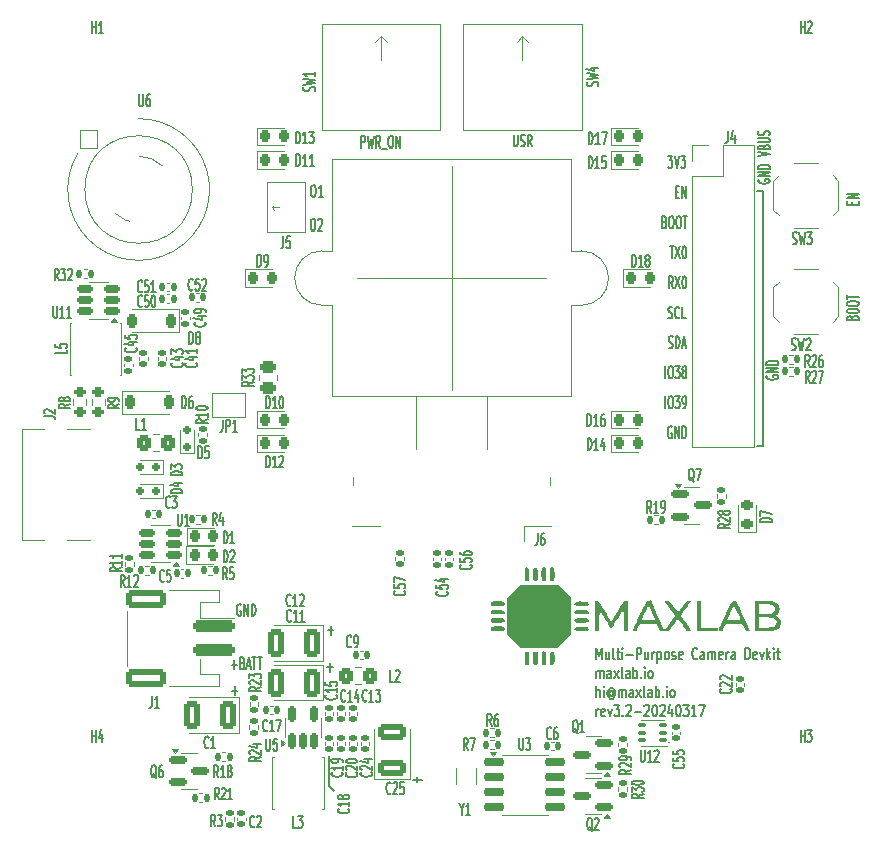
<source format=gto>
%TF.GenerationSoftware,KiCad,Pcbnew,8.0.0*%
%TF.CreationDate,2024-03-17T03:11:13-07:00*%
%TF.ProjectId,ai-camera-rev3.2,61692d63-616d-4657-9261-2d726576332e,rev3.2*%
%TF.SameCoordinates,PX5a995c0PY2aea540*%
%TF.FileFunction,Legend,Top*%
%TF.FilePolarity,Positive*%
%FSLAX46Y46*%
G04 Gerber Fmt 4.6, Leading zero omitted, Abs format (unit mm)*
G04 Created by KiCad (PCBNEW 8.0.0) date 2024-03-17 03:11:13*
%MOMM*%
%LPD*%
G01*
G04 APERTURE LIST*
G04 Aperture macros list*
%AMRoundRect*
0 Rectangle with rounded corners*
0 $1 Rounding radius*
0 $2 $3 $4 $5 $6 $7 $8 $9 X,Y pos of 4 corners*
0 Add a 4 corners polygon primitive as box body*
4,1,4,$2,$3,$4,$5,$6,$7,$8,$9,$2,$3,0*
0 Add four circle primitives for the rounded corners*
1,1,$1+$1,$2,$3*
1,1,$1+$1,$4,$5*
1,1,$1+$1,$6,$7*
1,1,$1+$1,$8,$9*
0 Add four rect primitives between the rounded corners*
20,1,$1+$1,$2,$3,$4,$5,0*
20,1,$1+$1,$4,$5,$6,$7,0*
20,1,$1+$1,$6,$7,$8,$9,0*
20,1,$1+$1,$8,$9,$2,$3,0*%
%AMRotRect*
0 Rectangle, with rotation*
0 The origin of the aperture is its center*
0 $1 length*
0 $2 width*
0 $3 Rotation angle, in degrees counterclockwise*
0 Add horizontal line*
21,1,$1,$2,0,0,$3*%
G04 Aperture macros list end*
%ADD10C,0.177800*%
%ADD11C,0.150000*%
%ADD12C,0.120000*%
%ADD13C,0.200000*%
%ADD14C,0.100000*%
%ADD15C,0.000000*%
%ADD16RoundRect,0.140000X-0.140000X-0.170000X0.140000X-0.170000X0.140000X0.170000X-0.140000X0.170000X0*%
%ADD17RoundRect,0.075000X0.250000X0.075000X-0.250000X0.075000X-0.250000X-0.075000X0.250000X-0.075000X0*%
%ADD18C,3.600000*%
%ADD19C,6.400000*%
%ADD20RoundRect,0.150000X-0.725000X-0.150000X0.725000X-0.150000X0.725000X0.150000X-0.725000X0.150000X0*%
%ADD21R,3.700000X1.100000*%
%ADD22RoundRect,0.140000X-0.170000X0.140000X-0.170000X-0.140000X0.170000X-0.140000X0.170000X0.140000X0*%
%ADD23RoundRect,0.200000X0.275000X-0.200000X0.275000X0.200000X-0.275000X0.200000X-0.275000X-0.200000X0*%
%ADD24C,4.000000*%
%ADD25RoundRect,0.135000X0.135000X0.185000X-0.135000X0.185000X-0.135000X-0.185000X0.135000X-0.185000X0*%
%ADD26RoundRect,0.150000X-0.150000X-0.200000X0.150000X-0.200000X0.150000X0.200000X-0.150000X0.200000X0*%
%ADD27R,1.000000X1.700000*%
%ADD28R,1.800000X1.000000*%
%ADD29RoundRect,0.250000X-0.325000X-0.450000X0.325000X-0.450000X0.325000X0.450000X-0.325000X0.450000X0*%
%ADD30RoundRect,0.218750X0.256250X-0.218750X0.256250X0.218750X-0.256250X0.218750X-0.256250X-0.218750X0*%
%ADD31RoundRect,0.135000X-0.135000X-0.185000X0.135000X-0.185000X0.135000X0.185000X-0.135000X0.185000X0*%
%ADD32RoundRect,0.218750X-0.218750X-0.256250X0.218750X-0.256250X0.218750X0.256250X-0.218750X0.256250X0*%
%ADD33RoundRect,0.250000X0.412500X0.925000X-0.412500X0.925000X-0.412500X-0.925000X0.412500X-0.925000X0*%
%ADD34RoundRect,0.140000X0.170000X-0.140000X0.170000X0.140000X-0.170000X0.140000X-0.170000X-0.140000X0*%
%ADD35RoundRect,0.135000X0.185000X-0.135000X0.185000X0.135000X-0.185000X0.135000X-0.185000X-0.135000X0*%
%ADD36C,1.700000*%
%ADD37RoundRect,0.135000X-0.185000X0.135000X-0.185000X-0.135000X0.185000X-0.135000X0.185000X0.135000X0*%
%ADD38RoundRect,0.250000X-1.500000X0.250000X-1.500000X-0.250000X1.500000X-0.250000X1.500000X0.250000X0*%
%ADD39RoundRect,0.250001X-1.449999X0.499999X-1.449999X-0.499999X1.449999X-0.499999X1.449999X0.499999X0*%
%ADD40RoundRect,0.250000X0.325000X0.450000X-0.325000X0.450000X-0.325000X-0.450000X0.325000X-0.450000X0*%
%ADD41R,1.000000X1.500000*%
%ADD42RoundRect,0.150000X0.512500X0.150000X-0.512500X0.150000X-0.512500X-0.150000X0.512500X-0.150000X0*%
%ADD43R,0.300000X1.300000*%
%ADD44R,1.600000X2.000000*%
%ADD45RoundRect,0.150000X0.587500X0.150000X-0.587500X0.150000X-0.587500X-0.150000X0.587500X-0.150000X0*%
%ADD46RoundRect,0.150000X-0.200000X0.150000X-0.200000X-0.150000X0.200000X-0.150000X0.200000X0.150000X0*%
%ADD47RoundRect,0.225000X0.225000X0.375000X-0.225000X0.375000X-0.225000X-0.375000X0.225000X-0.375000X0*%
%ADD48C,0.800000*%
%ADD49RotRect,1.524000X1.524000X45.000000*%
%ADD50C,1.524000*%
%ADD51RoundRect,0.150000X0.150000X-0.512500X0.150000X0.512500X-0.150000X0.512500X-0.150000X-0.512500X0*%
%ADD52R,1.700000X1.700000*%
%ADD53O,1.700000X1.700000*%
%ADD54RoundRect,0.225000X-0.225000X-0.375000X0.225000X-0.375000X0.225000X0.375000X-0.225000X0.375000X0*%
%ADD55RoundRect,0.140000X0.140000X0.170000X-0.140000X0.170000X-0.140000X-0.170000X0.140000X-0.170000X0*%
%ADD56RoundRect,0.150000X-0.587500X-0.150000X0.587500X-0.150000X0.587500X0.150000X-0.587500X0.150000X0*%
%ADD57C,0.650000*%
%ADD58R,1.450000X0.600000*%
%ADD59R,1.450000X0.300000*%
%ADD60O,2.100000X1.000000*%
%ADD61O,1.600000X1.000000*%
%ADD62RoundRect,0.250000X0.925000X-0.412500X0.925000X0.412500X-0.925000X0.412500X-0.925000X-0.412500X0*%
%ADD63RoundRect,0.250000X0.450000X-0.262500X0.450000X0.262500X-0.450000X0.262500X-0.450000X-0.262500X0*%
%ADD64C,0.500000*%
%ADD65C,2.374900*%
%ADD66C,0.990600*%
G04 APERTURE END LIST*
D10*
X61388000Y-14600000D02*
X61388000Y-36200000D01*
X60880000Y-36200000D02*
X61388000Y-36200000D01*
X60846000Y-14600000D02*
X61354000Y-14600000D01*
X24630000Y-65030000D02*
X24630000Y-62470000D01*
X25050000Y-65450000D02*
X24630000Y-65030000D01*
D11*
X68939009Y-25358111D02*
X68986628Y-25272397D01*
X68986628Y-25272397D02*
X69034247Y-25243826D01*
X69034247Y-25243826D02*
X69129485Y-25215254D01*
X69129485Y-25215254D02*
X69272342Y-25215254D01*
X69272342Y-25215254D02*
X69367580Y-25243826D01*
X69367580Y-25243826D02*
X69415200Y-25272397D01*
X69415200Y-25272397D02*
X69462819Y-25329540D01*
X69462819Y-25329540D02*
X69462819Y-25558111D01*
X69462819Y-25558111D02*
X68462819Y-25558111D01*
X68462819Y-25558111D02*
X68462819Y-25358111D01*
X68462819Y-25358111D02*
X68510438Y-25300969D01*
X68510438Y-25300969D02*
X68558057Y-25272397D01*
X68558057Y-25272397D02*
X68653295Y-25243826D01*
X68653295Y-25243826D02*
X68748533Y-25243826D01*
X68748533Y-25243826D02*
X68843771Y-25272397D01*
X68843771Y-25272397D02*
X68891390Y-25300969D01*
X68891390Y-25300969D02*
X68939009Y-25358111D01*
X68939009Y-25358111D02*
X68939009Y-25558111D01*
X68462819Y-24843826D02*
X68462819Y-24729540D01*
X68462819Y-24729540D02*
X68510438Y-24672397D01*
X68510438Y-24672397D02*
X68605676Y-24615254D01*
X68605676Y-24615254D02*
X68796152Y-24586683D01*
X68796152Y-24586683D02*
X69129485Y-24586683D01*
X69129485Y-24586683D02*
X69319961Y-24615254D01*
X69319961Y-24615254D02*
X69415200Y-24672397D01*
X69415200Y-24672397D02*
X69462819Y-24729540D01*
X69462819Y-24729540D02*
X69462819Y-24843826D01*
X69462819Y-24843826D02*
X69415200Y-24900969D01*
X69415200Y-24900969D02*
X69319961Y-24958111D01*
X69319961Y-24958111D02*
X69129485Y-24986683D01*
X69129485Y-24986683D02*
X68796152Y-24986683D01*
X68796152Y-24986683D02*
X68605676Y-24958111D01*
X68605676Y-24958111D02*
X68510438Y-24900969D01*
X68510438Y-24900969D02*
X68462819Y-24843826D01*
X68462819Y-24215255D02*
X68462819Y-24100969D01*
X68462819Y-24100969D02*
X68510438Y-24043826D01*
X68510438Y-24043826D02*
X68605676Y-23986683D01*
X68605676Y-23986683D02*
X68796152Y-23958112D01*
X68796152Y-23958112D02*
X69129485Y-23958112D01*
X69129485Y-23958112D02*
X69319961Y-23986683D01*
X69319961Y-23986683D02*
X69415200Y-24043826D01*
X69415200Y-24043826D02*
X69462819Y-24100969D01*
X69462819Y-24100969D02*
X69462819Y-24215255D01*
X69462819Y-24215255D02*
X69415200Y-24272398D01*
X69415200Y-24272398D02*
X69319961Y-24329540D01*
X69319961Y-24329540D02*
X69129485Y-24358112D01*
X69129485Y-24358112D02*
X68796152Y-24358112D01*
X68796152Y-24358112D02*
X68605676Y-24329540D01*
X68605676Y-24329540D02*
X68510438Y-24272398D01*
X68510438Y-24272398D02*
X68462819Y-24215255D01*
X68462819Y-23786684D02*
X68462819Y-23443827D01*
X69462819Y-23615255D02*
X68462819Y-23615255D01*
X53367886Y-27887200D02*
X53453601Y-27934819D01*
X53453601Y-27934819D02*
X53596458Y-27934819D01*
X53596458Y-27934819D02*
X53653601Y-27887200D01*
X53653601Y-27887200D02*
X53682172Y-27839580D01*
X53682172Y-27839580D02*
X53710743Y-27744342D01*
X53710743Y-27744342D02*
X53710743Y-27649104D01*
X53710743Y-27649104D02*
X53682172Y-27553866D01*
X53682172Y-27553866D02*
X53653601Y-27506247D01*
X53653601Y-27506247D02*
X53596458Y-27458628D01*
X53596458Y-27458628D02*
X53482172Y-27411009D01*
X53482172Y-27411009D02*
X53425029Y-27363390D01*
X53425029Y-27363390D02*
X53396458Y-27315771D01*
X53396458Y-27315771D02*
X53367886Y-27220533D01*
X53367886Y-27220533D02*
X53367886Y-27125295D01*
X53367886Y-27125295D02*
X53396458Y-27030057D01*
X53396458Y-27030057D02*
X53425029Y-26982438D01*
X53425029Y-26982438D02*
X53482172Y-26934819D01*
X53482172Y-26934819D02*
X53625029Y-26934819D01*
X53625029Y-26934819D02*
X53710743Y-26982438D01*
X53967887Y-27934819D02*
X53967887Y-26934819D01*
X53967887Y-26934819D02*
X54110744Y-26934819D01*
X54110744Y-26934819D02*
X54196458Y-26982438D01*
X54196458Y-26982438D02*
X54253601Y-27077676D01*
X54253601Y-27077676D02*
X54282172Y-27172914D01*
X54282172Y-27172914D02*
X54310744Y-27363390D01*
X54310744Y-27363390D02*
X54310744Y-27506247D01*
X54310744Y-27506247D02*
X54282172Y-27696723D01*
X54282172Y-27696723D02*
X54253601Y-27791961D01*
X54253601Y-27791961D02*
X54196458Y-27887200D01*
X54196458Y-27887200D02*
X54110744Y-27934819D01*
X54110744Y-27934819D02*
X53967887Y-27934819D01*
X54539315Y-27649104D02*
X54825030Y-27649104D01*
X54482172Y-27934819D02*
X54682172Y-26934819D01*
X54682172Y-26934819D02*
X54882172Y-27934819D01*
X53329886Y-11654819D02*
X53701314Y-11654819D01*
X53701314Y-11654819D02*
X53501314Y-12035771D01*
X53501314Y-12035771D02*
X53587029Y-12035771D01*
X53587029Y-12035771D02*
X53644172Y-12083390D01*
X53644172Y-12083390D02*
X53672743Y-12131009D01*
X53672743Y-12131009D02*
X53701314Y-12226247D01*
X53701314Y-12226247D02*
X53701314Y-12464342D01*
X53701314Y-12464342D02*
X53672743Y-12559580D01*
X53672743Y-12559580D02*
X53644172Y-12607200D01*
X53644172Y-12607200D02*
X53587029Y-12654819D01*
X53587029Y-12654819D02*
X53415600Y-12654819D01*
X53415600Y-12654819D02*
X53358457Y-12607200D01*
X53358457Y-12607200D02*
X53329886Y-12559580D01*
X53872743Y-11654819D02*
X54072743Y-12654819D01*
X54072743Y-12654819D02*
X54272743Y-11654819D01*
X54415601Y-11654819D02*
X54787029Y-11654819D01*
X54787029Y-11654819D02*
X54587029Y-12035771D01*
X54587029Y-12035771D02*
X54672744Y-12035771D01*
X54672744Y-12035771D02*
X54729887Y-12083390D01*
X54729887Y-12083390D02*
X54758458Y-12131009D01*
X54758458Y-12131009D02*
X54787029Y-12226247D01*
X54787029Y-12226247D02*
X54787029Y-12464342D01*
X54787029Y-12464342D02*
X54758458Y-12559580D01*
X54758458Y-12559580D02*
X54729887Y-12607200D01*
X54729887Y-12607200D02*
X54672744Y-12654819D01*
X54672744Y-12654819D02*
X54501315Y-12654819D01*
X54501315Y-12654819D02*
X54444172Y-12607200D01*
X54444172Y-12607200D02*
X54415601Y-12559580D01*
X61002438Y-13657142D02*
X60954819Y-13714285D01*
X60954819Y-13714285D02*
X60954819Y-13799999D01*
X60954819Y-13799999D02*
X61002438Y-13885713D01*
X61002438Y-13885713D02*
X61097676Y-13942856D01*
X61097676Y-13942856D02*
X61192914Y-13971427D01*
X61192914Y-13971427D02*
X61383390Y-13999999D01*
X61383390Y-13999999D02*
X61526247Y-13999999D01*
X61526247Y-13999999D02*
X61716723Y-13971427D01*
X61716723Y-13971427D02*
X61811961Y-13942856D01*
X61811961Y-13942856D02*
X61907200Y-13885713D01*
X61907200Y-13885713D02*
X61954819Y-13799999D01*
X61954819Y-13799999D02*
X61954819Y-13742856D01*
X61954819Y-13742856D02*
X61907200Y-13657142D01*
X61907200Y-13657142D02*
X61859580Y-13628570D01*
X61859580Y-13628570D02*
X61526247Y-13628570D01*
X61526247Y-13628570D02*
X61526247Y-13742856D01*
X61954819Y-13371427D02*
X60954819Y-13371427D01*
X60954819Y-13371427D02*
X61954819Y-13028570D01*
X61954819Y-13028570D02*
X60954819Y-13028570D01*
X61954819Y-12742856D02*
X60954819Y-12742856D01*
X60954819Y-12742856D02*
X60954819Y-12599999D01*
X60954819Y-12599999D02*
X61002438Y-12514285D01*
X61002438Y-12514285D02*
X61097676Y-12457142D01*
X61097676Y-12457142D02*
X61192914Y-12428571D01*
X61192914Y-12428571D02*
X61383390Y-12399999D01*
X61383390Y-12399999D02*
X61526247Y-12399999D01*
X61526247Y-12399999D02*
X61716723Y-12428571D01*
X61716723Y-12428571D02*
X61811961Y-12457142D01*
X61811961Y-12457142D02*
X61907200Y-12514285D01*
X61907200Y-12514285D02*
X61954819Y-12599999D01*
X61954819Y-12599999D02*
X61954819Y-12742856D01*
X53972745Y-14711009D02*
X54172745Y-14711009D01*
X54258459Y-15234819D02*
X53972745Y-15234819D01*
X53972745Y-15234819D02*
X53972745Y-14234819D01*
X53972745Y-14234819D02*
X54258459Y-14234819D01*
X54515602Y-15234819D02*
X54515602Y-14234819D01*
X54515602Y-14234819D02*
X54858459Y-15234819D01*
X54858459Y-15234819D02*
X54858459Y-14234819D01*
X23205826Y-16979819D02*
X23320112Y-16979819D01*
X23320112Y-16979819D02*
X23377255Y-17027438D01*
X23377255Y-17027438D02*
X23434398Y-17122676D01*
X23434398Y-17122676D02*
X23462969Y-17313152D01*
X23462969Y-17313152D02*
X23462969Y-17646485D01*
X23462969Y-17646485D02*
X23434398Y-17836961D01*
X23434398Y-17836961D02*
X23377255Y-17932200D01*
X23377255Y-17932200D02*
X23320112Y-17979819D01*
X23320112Y-17979819D02*
X23205826Y-17979819D01*
X23205826Y-17979819D02*
X23148684Y-17932200D01*
X23148684Y-17932200D02*
X23091541Y-17836961D01*
X23091541Y-17836961D02*
X23062969Y-17646485D01*
X23062969Y-17646485D02*
X23062969Y-17313152D01*
X23062969Y-17313152D02*
X23091541Y-17122676D01*
X23091541Y-17122676D02*
X23148684Y-17027438D01*
X23148684Y-17027438D02*
X23205826Y-16979819D01*
X23691540Y-17075057D02*
X23720112Y-17027438D01*
X23720112Y-17027438D02*
X23777255Y-16979819D01*
X23777255Y-16979819D02*
X23920112Y-16979819D01*
X23920112Y-16979819D02*
X23977255Y-17027438D01*
X23977255Y-17027438D02*
X24005826Y-17075057D01*
X24005826Y-17075057D02*
X24034397Y-17170295D01*
X24034397Y-17170295D02*
X24034397Y-17265533D01*
X24034397Y-17265533D02*
X24005826Y-17408390D01*
X24005826Y-17408390D02*
X23662969Y-17979819D01*
X23662969Y-17979819D02*
X24034397Y-17979819D01*
X60954819Y-11700000D02*
X61954819Y-11500000D01*
X61954819Y-11500000D02*
X60954819Y-11300000D01*
X61431009Y-10899999D02*
X61478628Y-10814285D01*
X61478628Y-10814285D02*
X61526247Y-10785714D01*
X61526247Y-10785714D02*
X61621485Y-10757142D01*
X61621485Y-10757142D02*
X61764342Y-10757142D01*
X61764342Y-10757142D02*
X61859580Y-10785714D01*
X61859580Y-10785714D02*
X61907200Y-10814285D01*
X61907200Y-10814285D02*
X61954819Y-10871428D01*
X61954819Y-10871428D02*
X61954819Y-11099999D01*
X61954819Y-11099999D02*
X60954819Y-11099999D01*
X60954819Y-11099999D02*
X60954819Y-10899999D01*
X60954819Y-10899999D02*
X61002438Y-10842857D01*
X61002438Y-10842857D02*
X61050057Y-10814285D01*
X61050057Y-10814285D02*
X61145295Y-10785714D01*
X61145295Y-10785714D02*
X61240533Y-10785714D01*
X61240533Y-10785714D02*
X61335771Y-10814285D01*
X61335771Y-10814285D02*
X61383390Y-10842857D01*
X61383390Y-10842857D02*
X61431009Y-10899999D01*
X61431009Y-10899999D02*
X61431009Y-11099999D01*
X60954819Y-10499999D02*
X61764342Y-10499999D01*
X61764342Y-10499999D02*
X61859580Y-10471428D01*
X61859580Y-10471428D02*
X61907200Y-10442857D01*
X61907200Y-10442857D02*
X61954819Y-10385714D01*
X61954819Y-10385714D02*
X61954819Y-10271428D01*
X61954819Y-10271428D02*
X61907200Y-10214285D01*
X61907200Y-10214285D02*
X61859580Y-10185714D01*
X61859580Y-10185714D02*
X61764342Y-10157142D01*
X61764342Y-10157142D02*
X60954819Y-10157142D01*
X61907200Y-9900000D02*
X61954819Y-9814286D01*
X61954819Y-9814286D02*
X61954819Y-9671428D01*
X61954819Y-9671428D02*
X61907200Y-9614286D01*
X61907200Y-9614286D02*
X61859580Y-9585714D01*
X61859580Y-9585714D02*
X61764342Y-9557143D01*
X61764342Y-9557143D02*
X61669104Y-9557143D01*
X61669104Y-9557143D02*
X61573866Y-9585714D01*
X61573866Y-9585714D02*
X61526247Y-9614286D01*
X61526247Y-9614286D02*
X61478628Y-9671428D01*
X61478628Y-9671428D02*
X61431009Y-9785714D01*
X61431009Y-9785714D02*
X61383390Y-9842857D01*
X61383390Y-9842857D02*
X61335771Y-9871428D01*
X61335771Y-9871428D02*
X61240533Y-9900000D01*
X61240533Y-9900000D02*
X61145295Y-9900000D01*
X61145295Y-9900000D02*
X61050057Y-9871428D01*
X61050057Y-9871428D02*
X61002438Y-9842857D01*
X61002438Y-9842857D02*
X60954819Y-9785714D01*
X60954819Y-9785714D02*
X60954819Y-9642857D01*
X60954819Y-9642857D02*
X61002438Y-9557143D01*
X68939009Y-15779254D02*
X68939009Y-15579254D01*
X69462819Y-15493540D02*
X69462819Y-15779254D01*
X69462819Y-15779254D02*
X68462819Y-15779254D01*
X68462819Y-15779254D02*
X68462819Y-15493540D01*
X69462819Y-15236397D02*
X68462819Y-15236397D01*
X68462819Y-15236397D02*
X69462819Y-14893540D01*
X69462819Y-14893540D02*
X68462819Y-14893540D01*
X53087030Y-33014819D02*
X53087030Y-32014819D01*
X53487029Y-32014819D02*
X53601315Y-32014819D01*
X53601315Y-32014819D02*
X53658458Y-32062438D01*
X53658458Y-32062438D02*
X53715601Y-32157676D01*
X53715601Y-32157676D02*
X53744172Y-32348152D01*
X53744172Y-32348152D02*
X53744172Y-32681485D01*
X53744172Y-32681485D02*
X53715601Y-32871961D01*
X53715601Y-32871961D02*
X53658458Y-32967200D01*
X53658458Y-32967200D02*
X53601315Y-33014819D01*
X53601315Y-33014819D02*
X53487029Y-33014819D01*
X53487029Y-33014819D02*
X53429887Y-32967200D01*
X53429887Y-32967200D02*
X53372744Y-32871961D01*
X53372744Y-32871961D02*
X53344172Y-32681485D01*
X53344172Y-32681485D02*
X53344172Y-32348152D01*
X53344172Y-32348152D02*
X53372744Y-32157676D01*
X53372744Y-32157676D02*
X53429887Y-32062438D01*
X53429887Y-32062438D02*
X53487029Y-32014819D01*
X53944172Y-32014819D02*
X54315600Y-32014819D01*
X54315600Y-32014819D02*
X54115600Y-32395771D01*
X54115600Y-32395771D02*
X54201315Y-32395771D01*
X54201315Y-32395771D02*
X54258458Y-32443390D01*
X54258458Y-32443390D02*
X54287029Y-32491009D01*
X54287029Y-32491009D02*
X54315600Y-32586247D01*
X54315600Y-32586247D02*
X54315600Y-32824342D01*
X54315600Y-32824342D02*
X54287029Y-32919580D01*
X54287029Y-32919580D02*
X54258458Y-32967200D01*
X54258458Y-32967200D02*
X54201315Y-33014819D01*
X54201315Y-33014819D02*
X54029886Y-33014819D01*
X54029886Y-33014819D02*
X53972743Y-32967200D01*
X53972743Y-32967200D02*
X53944172Y-32919580D01*
X54601315Y-33014819D02*
X54715601Y-33014819D01*
X54715601Y-33014819D02*
X54772744Y-32967200D01*
X54772744Y-32967200D02*
X54801315Y-32919580D01*
X54801315Y-32919580D02*
X54858458Y-32776723D01*
X54858458Y-32776723D02*
X54887029Y-32586247D01*
X54887029Y-32586247D02*
X54887029Y-32205295D01*
X54887029Y-32205295D02*
X54858458Y-32110057D01*
X54858458Y-32110057D02*
X54829887Y-32062438D01*
X54829887Y-32062438D02*
X54772744Y-32014819D01*
X54772744Y-32014819D02*
X54658458Y-32014819D01*
X54658458Y-32014819D02*
X54601315Y-32062438D01*
X54601315Y-32062438D02*
X54572744Y-32110057D01*
X54572744Y-32110057D02*
X54544172Y-32205295D01*
X54544172Y-32205295D02*
X54544172Y-32443390D01*
X54544172Y-32443390D02*
X54572744Y-32538628D01*
X54572744Y-32538628D02*
X54601315Y-32586247D01*
X54601315Y-32586247D02*
X54658458Y-32633866D01*
X54658458Y-32633866D02*
X54772744Y-32633866D01*
X54772744Y-32633866D02*
X54829887Y-32586247D01*
X54829887Y-32586247D02*
X54858458Y-32538628D01*
X54858458Y-32538628D02*
X54887029Y-32443390D01*
X53346458Y-25364200D02*
X53432173Y-25411819D01*
X53432173Y-25411819D02*
X53575030Y-25411819D01*
X53575030Y-25411819D02*
X53632173Y-25364200D01*
X53632173Y-25364200D02*
X53660744Y-25316580D01*
X53660744Y-25316580D02*
X53689315Y-25221342D01*
X53689315Y-25221342D02*
X53689315Y-25126104D01*
X53689315Y-25126104D02*
X53660744Y-25030866D01*
X53660744Y-25030866D02*
X53632173Y-24983247D01*
X53632173Y-24983247D02*
X53575030Y-24935628D01*
X53575030Y-24935628D02*
X53460744Y-24888009D01*
X53460744Y-24888009D02*
X53403601Y-24840390D01*
X53403601Y-24840390D02*
X53375030Y-24792771D01*
X53375030Y-24792771D02*
X53346458Y-24697533D01*
X53346458Y-24697533D02*
X53346458Y-24602295D01*
X53346458Y-24602295D02*
X53375030Y-24507057D01*
X53375030Y-24507057D02*
X53403601Y-24459438D01*
X53403601Y-24459438D02*
X53460744Y-24411819D01*
X53460744Y-24411819D02*
X53603601Y-24411819D01*
X53603601Y-24411819D02*
X53689315Y-24459438D01*
X54289316Y-25316580D02*
X54260744Y-25364200D01*
X54260744Y-25364200D02*
X54175030Y-25411819D01*
X54175030Y-25411819D02*
X54117887Y-25411819D01*
X54117887Y-25411819D02*
X54032173Y-25364200D01*
X54032173Y-25364200D02*
X53975030Y-25268961D01*
X53975030Y-25268961D02*
X53946459Y-25173723D01*
X53946459Y-25173723D02*
X53917887Y-24983247D01*
X53917887Y-24983247D02*
X53917887Y-24840390D01*
X53917887Y-24840390D02*
X53946459Y-24649914D01*
X53946459Y-24649914D02*
X53975030Y-24554676D01*
X53975030Y-24554676D02*
X54032173Y-24459438D01*
X54032173Y-24459438D02*
X54117887Y-24411819D01*
X54117887Y-24411819D02*
X54175030Y-24411819D01*
X54175030Y-24411819D02*
X54260744Y-24459438D01*
X54260744Y-24459438D02*
X54289316Y-24507057D01*
X54832173Y-25411819D02*
X54546459Y-25411819D01*
X54546459Y-25411819D02*
X54546459Y-24411819D01*
X61702438Y-30257142D02*
X61654819Y-30314285D01*
X61654819Y-30314285D02*
X61654819Y-30399999D01*
X61654819Y-30399999D02*
X61702438Y-30485713D01*
X61702438Y-30485713D02*
X61797676Y-30542856D01*
X61797676Y-30542856D02*
X61892914Y-30571427D01*
X61892914Y-30571427D02*
X62083390Y-30599999D01*
X62083390Y-30599999D02*
X62226247Y-30599999D01*
X62226247Y-30599999D02*
X62416723Y-30571427D01*
X62416723Y-30571427D02*
X62511961Y-30542856D01*
X62511961Y-30542856D02*
X62607200Y-30485713D01*
X62607200Y-30485713D02*
X62654819Y-30399999D01*
X62654819Y-30399999D02*
X62654819Y-30342856D01*
X62654819Y-30342856D02*
X62607200Y-30257142D01*
X62607200Y-30257142D02*
X62559580Y-30228570D01*
X62559580Y-30228570D02*
X62226247Y-30228570D01*
X62226247Y-30228570D02*
X62226247Y-30342856D01*
X62654819Y-29971427D02*
X61654819Y-29971427D01*
X61654819Y-29971427D02*
X62654819Y-29628570D01*
X62654819Y-29628570D02*
X61654819Y-29628570D01*
X62654819Y-29342856D02*
X61654819Y-29342856D01*
X61654819Y-29342856D02*
X61654819Y-29199999D01*
X61654819Y-29199999D02*
X61702438Y-29114285D01*
X61702438Y-29114285D02*
X61797676Y-29057142D01*
X61797676Y-29057142D02*
X61892914Y-29028571D01*
X61892914Y-29028571D02*
X62083390Y-28999999D01*
X62083390Y-28999999D02*
X62226247Y-28999999D01*
X62226247Y-28999999D02*
X62416723Y-29028571D01*
X62416723Y-29028571D02*
X62511961Y-29057142D01*
X62511961Y-29057142D02*
X62607200Y-29114285D01*
X62607200Y-29114285D02*
X62654819Y-29199999D01*
X62654819Y-29199999D02*
X62654819Y-29342856D01*
X53029888Y-17251009D02*
X53115602Y-17298628D01*
X53115602Y-17298628D02*
X53144173Y-17346247D01*
X53144173Y-17346247D02*
X53172745Y-17441485D01*
X53172745Y-17441485D02*
X53172745Y-17584342D01*
X53172745Y-17584342D02*
X53144173Y-17679580D01*
X53144173Y-17679580D02*
X53115602Y-17727200D01*
X53115602Y-17727200D02*
X53058459Y-17774819D01*
X53058459Y-17774819D02*
X52829888Y-17774819D01*
X52829888Y-17774819D02*
X52829888Y-16774819D01*
X52829888Y-16774819D02*
X53029888Y-16774819D01*
X53029888Y-16774819D02*
X53087031Y-16822438D01*
X53087031Y-16822438D02*
X53115602Y-16870057D01*
X53115602Y-16870057D02*
X53144173Y-16965295D01*
X53144173Y-16965295D02*
X53144173Y-17060533D01*
X53144173Y-17060533D02*
X53115602Y-17155771D01*
X53115602Y-17155771D02*
X53087031Y-17203390D01*
X53087031Y-17203390D02*
X53029888Y-17251009D01*
X53029888Y-17251009D02*
X52829888Y-17251009D01*
X53544173Y-16774819D02*
X53658459Y-16774819D01*
X53658459Y-16774819D02*
X53715602Y-16822438D01*
X53715602Y-16822438D02*
X53772745Y-16917676D01*
X53772745Y-16917676D02*
X53801316Y-17108152D01*
X53801316Y-17108152D02*
X53801316Y-17441485D01*
X53801316Y-17441485D02*
X53772745Y-17631961D01*
X53772745Y-17631961D02*
X53715602Y-17727200D01*
X53715602Y-17727200D02*
X53658459Y-17774819D01*
X53658459Y-17774819D02*
X53544173Y-17774819D01*
X53544173Y-17774819D02*
X53487031Y-17727200D01*
X53487031Y-17727200D02*
X53429888Y-17631961D01*
X53429888Y-17631961D02*
X53401316Y-17441485D01*
X53401316Y-17441485D02*
X53401316Y-17108152D01*
X53401316Y-17108152D02*
X53429888Y-16917676D01*
X53429888Y-16917676D02*
X53487031Y-16822438D01*
X53487031Y-16822438D02*
X53544173Y-16774819D01*
X54172744Y-16774819D02*
X54287030Y-16774819D01*
X54287030Y-16774819D02*
X54344173Y-16822438D01*
X54344173Y-16822438D02*
X54401316Y-16917676D01*
X54401316Y-16917676D02*
X54429887Y-17108152D01*
X54429887Y-17108152D02*
X54429887Y-17441485D01*
X54429887Y-17441485D02*
X54401316Y-17631961D01*
X54401316Y-17631961D02*
X54344173Y-17727200D01*
X54344173Y-17727200D02*
X54287030Y-17774819D01*
X54287030Y-17774819D02*
X54172744Y-17774819D01*
X54172744Y-17774819D02*
X54115602Y-17727200D01*
X54115602Y-17727200D02*
X54058459Y-17631961D01*
X54058459Y-17631961D02*
X54029887Y-17441485D01*
X54029887Y-17441485D02*
X54029887Y-17108152D01*
X54029887Y-17108152D02*
X54058459Y-16917676D01*
X54058459Y-16917676D02*
X54115602Y-16822438D01*
X54115602Y-16822438D02*
X54172744Y-16774819D01*
X54601315Y-16774819D02*
X54944173Y-16774819D01*
X54772744Y-17774819D02*
X54772744Y-16774819D01*
X47265350Y-54289903D02*
X47265350Y-53289903D01*
X47265350Y-53289903D02*
X47498684Y-54004188D01*
X47498684Y-54004188D02*
X47732017Y-53289903D01*
X47732017Y-53289903D02*
X47732017Y-54289903D01*
X48365350Y-53623236D02*
X48365350Y-54289903D01*
X48065350Y-53623236D02*
X48065350Y-54147045D01*
X48065350Y-54147045D02*
X48098684Y-54242284D01*
X48098684Y-54242284D02*
X48165350Y-54289903D01*
X48165350Y-54289903D02*
X48265350Y-54289903D01*
X48265350Y-54289903D02*
X48332017Y-54242284D01*
X48332017Y-54242284D02*
X48365350Y-54194664D01*
X48798683Y-54289903D02*
X48732017Y-54242284D01*
X48732017Y-54242284D02*
X48698683Y-54147045D01*
X48698683Y-54147045D02*
X48698683Y-53289903D01*
X48965350Y-53623236D02*
X49232017Y-53623236D01*
X49065350Y-53289903D02*
X49065350Y-54147045D01*
X49065350Y-54147045D02*
X49098684Y-54242284D01*
X49098684Y-54242284D02*
X49165350Y-54289903D01*
X49165350Y-54289903D02*
X49232017Y-54289903D01*
X49465350Y-54289903D02*
X49465350Y-53623236D01*
X49465350Y-53289903D02*
X49432017Y-53337522D01*
X49432017Y-53337522D02*
X49465350Y-53385141D01*
X49465350Y-53385141D02*
X49498684Y-53337522D01*
X49498684Y-53337522D02*
X49465350Y-53289903D01*
X49465350Y-53289903D02*
X49465350Y-53385141D01*
X49798683Y-53908950D02*
X50332017Y-53908950D01*
X50665350Y-54289903D02*
X50665350Y-53289903D01*
X50665350Y-53289903D02*
X50932017Y-53289903D01*
X50932017Y-53289903D02*
X50998684Y-53337522D01*
X50998684Y-53337522D02*
X51032017Y-53385141D01*
X51032017Y-53385141D02*
X51065350Y-53480379D01*
X51065350Y-53480379D02*
X51065350Y-53623236D01*
X51065350Y-53623236D02*
X51032017Y-53718474D01*
X51032017Y-53718474D02*
X50998684Y-53766093D01*
X50998684Y-53766093D02*
X50932017Y-53813712D01*
X50932017Y-53813712D02*
X50665350Y-53813712D01*
X51665350Y-53623236D02*
X51665350Y-54289903D01*
X51365350Y-53623236D02*
X51365350Y-54147045D01*
X51365350Y-54147045D02*
X51398684Y-54242284D01*
X51398684Y-54242284D02*
X51465350Y-54289903D01*
X51465350Y-54289903D02*
X51565350Y-54289903D01*
X51565350Y-54289903D02*
X51632017Y-54242284D01*
X51632017Y-54242284D02*
X51665350Y-54194664D01*
X51998683Y-54289903D02*
X51998683Y-53623236D01*
X51998683Y-53813712D02*
X52032017Y-53718474D01*
X52032017Y-53718474D02*
X52065350Y-53670855D01*
X52065350Y-53670855D02*
X52132017Y-53623236D01*
X52132017Y-53623236D02*
X52198683Y-53623236D01*
X52432016Y-53623236D02*
X52432016Y-54623236D01*
X52432016Y-53670855D02*
X52498683Y-53623236D01*
X52498683Y-53623236D02*
X52632016Y-53623236D01*
X52632016Y-53623236D02*
X52698683Y-53670855D01*
X52698683Y-53670855D02*
X52732016Y-53718474D01*
X52732016Y-53718474D02*
X52765350Y-53813712D01*
X52765350Y-53813712D02*
X52765350Y-54099426D01*
X52765350Y-54099426D02*
X52732016Y-54194664D01*
X52732016Y-54194664D02*
X52698683Y-54242284D01*
X52698683Y-54242284D02*
X52632016Y-54289903D01*
X52632016Y-54289903D02*
X52498683Y-54289903D01*
X52498683Y-54289903D02*
X52432016Y-54242284D01*
X53165349Y-54289903D02*
X53098683Y-54242284D01*
X53098683Y-54242284D02*
X53065349Y-54194664D01*
X53065349Y-54194664D02*
X53032016Y-54099426D01*
X53032016Y-54099426D02*
X53032016Y-53813712D01*
X53032016Y-53813712D02*
X53065349Y-53718474D01*
X53065349Y-53718474D02*
X53098683Y-53670855D01*
X53098683Y-53670855D02*
X53165349Y-53623236D01*
X53165349Y-53623236D02*
X53265349Y-53623236D01*
X53265349Y-53623236D02*
X53332016Y-53670855D01*
X53332016Y-53670855D02*
X53365349Y-53718474D01*
X53365349Y-53718474D02*
X53398683Y-53813712D01*
X53398683Y-53813712D02*
X53398683Y-54099426D01*
X53398683Y-54099426D02*
X53365349Y-54194664D01*
X53365349Y-54194664D02*
X53332016Y-54242284D01*
X53332016Y-54242284D02*
X53265349Y-54289903D01*
X53265349Y-54289903D02*
X53165349Y-54289903D01*
X53665349Y-54242284D02*
X53732016Y-54289903D01*
X53732016Y-54289903D02*
X53865349Y-54289903D01*
X53865349Y-54289903D02*
X53932016Y-54242284D01*
X53932016Y-54242284D02*
X53965349Y-54147045D01*
X53965349Y-54147045D02*
X53965349Y-54099426D01*
X53965349Y-54099426D02*
X53932016Y-54004188D01*
X53932016Y-54004188D02*
X53865349Y-53956569D01*
X53865349Y-53956569D02*
X53765349Y-53956569D01*
X53765349Y-53956569D02*
X53698682Y-53908950D01*
X53698682Y-53908950D02*
X53665349Y-53813712D01*
X53665349Y-53813712D02*
X53665349Y-53766093D01*
X53665349Y-53766093D02*
X53698682Y-53670855D01*
X53698682Y-53670855D02*
X53765349Y-53623236D01*
X53765349Y-53623236D02*
X53865349Y-53623236D01*
X53865349Y-53623236D02*
X53932016Y-53670855D01*
X54532016Y-54242284D02*
X54465349Y-54289903D01*
X54465349Y-54289903D02*
X54332016Y-54289903D01*
X54332016Y-54289903D02*
X54265349Y-54242284D01*
X54265349Y-54242284D02*
X54232016Y-54147045D01*
X54232016Y-54147045D02*
X54232016Y-53766093D01*
X54232016Y-53766093D02*
X54265349Y-53670855D01*
X54265349Y-53670855D02*
X54332016Y-53623236D01*
X54332016Y-53623236D02*
X54465349Y-53623236D01*
X54465349Y-53623236D02*
X54532016Y-53670855D01*
X54532016Y-53670855D02*
X54565349Y-53766093D01*
X54565349Y-53766093D02*
X54565349Y-53861331D01*
X54565349Y-53861331D02*
X54232016Y-53956569D01*
X55798682Y-54194664D02*
X55765349Y-54242284D01*
X55765349Y-54242284D02*
X55665349Y-54289903D01*
X55665349Y-54289903D02*
X55598682Y-54289903D01*
X55598682Y-54289903D02*
X55498682Y-54242284D01*
X55498682Y-54242284D02*
X55432016Y-54147045D01*
X55432016Y-54147045D02*
X55398682Y-54051807D01*
X55398682Y-54051807D02*
X55365349Y-53861331D01*
X55365349Y-53861331D02*
X55365349Y-53718474D01*
X55365349Y-53718474D02*
X55398682Y-53527998D01*
X55398682Y-53527998D02*
X55432016Y-53432760D01*
X55432016Y-53432760D02*
X55498682Y-53337522D01*
X55498682Y-53337522D02*
X55598682Y-53289903D01*
X55598682Y-53289903D02*
X55665349Y-53289903D01*
X55665349Y-53289903D02*
X55765349Y-53337522D01*
X55765349Y-53337522D02*
X55798682Y-53385141D01*
X56398682Y-54289903D02*
X56398682Y-53766093D01*
X56398682Y-53766093D02*
X56365349Y-53670855D01*
X56365349Y-53670855D02*
X56298682Y-53623236D01*
X56298682Y-53623236D02*
X56165349Y-53623236D01*
X56165349Y-53623236D02*
X56098682Y-53670855D01*
X56398682Y-54242284D02*
X56332016Y-54289903D01*
X56332016Y-54289903D02*
X56165349Y-54289903D01*
X56165349Y-54289903D02*
X56098682Y-54242284D01*
X56098682Y-54242284D02*
X56065349Y-54147045D01*
X56065349Y-54147045D02*
X56065349Y-54051807D01*
X56065349Y-54051807D02*
X56098682Y-53956569D01*
X56098682Y-53956569D02*
X56165349Y-53908950D01*
X56165349Y-53908950D02*
X56332016Y-53908950D01*
X56332016Y-53908950D02*
X56398682Y-53861331D01*
X56732015Y-54289903D02*
X56732015Y-53623236D01*
X56732015Y-53718474D02*
X56765349Y-53670855D01*
X56765349Y-53670855D02*
X56832015Y-53623236D01*
X56832015Y-53623236D02*
X56932015Y-53623236D01*
X56932015Y-53623236D02*
X56998682Y-53670855D01*
X56998682Y-53670855D02*
X57032015Y-53766093D01*
X57032015Y-53766093D02*
X57032015Y-54289903D01*
X57032015Y-53766093D02*
X57065349Y-53670855D01*
X57065349Y-53670855D02*
X57132015Y-53623236D01*
X57132015Y-53623236D02*
X57232015Y-53623236D01*
X57232015Y-53623236D02*
X57298682Y-53670855D01*
X57298682Y-53670855D02*
X57332015Y-53766093D01*
X57332015Y-53766093D02*
X57332015Y-54289903D01*
X57932015Y-54242284D02*
X57865348Y-54289903D01*
X57865348Y-54289903D02*
X57732015Y-54289903D01*
X57732015Y-54289903D02*
X57665348Y-54242284D01*
X57665348Y-54242284D02*
X57632015Y-54147045D01*
X57632015Y-54147045D02*
X57632015Y-53766093D01*
X57632015Y-53766093D02*
X57665348Y-53670855D01*
X57665348Y-53670855D02*
X57732015Y-53623236D01*
X57732015Y-53623236D02*
X57865348Y-53623236D01*
X57865348Y-53623236D02*
X57932015Y-53670855D01*
X57932015Y-53670855D02*
X57965348Y-53766093D01*
X57965348Y-53766093D02*
X57965348Y-53861331D01*
X57965348Y-53861331D02*
X57632015Y-53956569D01*
X58265348Y-54289903D02*
X58265348Y-53623236D01*
X58265348Y-53813712D02*
X58298682Y-53718474D01*
X58298682Y-53718474D02*
X58332015Y-53670855D01*
X58332015Y-53670855D02*
X58398682Y-53623236D01*
X58398682Y-53623236D02*
X58465348Y-53623236D01*
X58998681Y-54289903D02*
X58998681Y-53766093D01*
X58998681Y-53766093D02*
X58965348Y-53670855D01*
X58965348Y-53670855D02*
X58898681Y-53623236D01*
X58898681Y-53623236D02*
X58765348Y-53623236D01*
X58765348Y-53623236D02*
X58698681Y-53670855D01*
X58998681Y-54242284D02*
X58932015Y-54289903D01*
X58932015Y-54289903D02*
X58765348Y-54289903D01*
X58765348Y-54289903D02*
X58698681Y-54242284D01*
X58698681Y-54242284D02*
X58665348Y-54147045D01*
X58665348Y-54147045D02*
X58665348Y-54051807D01*
X58665348Y-54051807D02*
X58698681Y-53956569D01*
X58698681Y-53956569D02*
X58765348Y-53908950D01*
X58765348Y-53908950D02*
X58932015Y-53908950D01*
X58932015Y-53908950D02*
X58998681Y-53861331D01*
X59865347Y-54289903D02*
X59865347Y-53289903D01*
X59865347Y-53289903D02*
X60032014Y-53289903D01*
X60032014Y-53289903D02*
X60132014Y-53337522D01*
X60132014Y-53337522D02*
X60198681Y-53432760D01*
X60198681Y-53432760D02*
X60232014Y-53527998D01*
X60232014Y-53527998D02*
X60265347Y-53718474D01*
X60265347Y-53718474D02*
X60265347Y-53861331D01*
X60265347Y-53861331D02*
X60232014Y-54051807D01*
X60232014Y-54051807D02*
X60198681Y-54147045D01*
X60198681Y-54147045D02*
X60132014Y-54242284D01*
X60132014Y-54242284D02*
X60032014Y-54289903D01*
X60032014Y-54289903D02*
X59865347Y-54289903D01*
X60832014Y-54242284D02*
X60765347Y-54289903D01*
X60765347Y-54289903D02*
X60632014Y-54289903D01*
X60632014Y-54289903D02*
X60565347Y-54242284D01*
X60565347Y-54242284D02*
X60532014Y-54147045D01*
X60532014Y-54147045D02*
X60532014Y-53766093D01*
X60532014Y-53766093D02*
X60565347Y-53670855D01*
X60565347Y-53670855D02*
X60632014Y-53623236D01*
X60632014Y-53623236D02*
X60765347Y-53623236D01*
X60765347Y-53623236D02*
X60832014Y-53670855D01*
X60832014Y-53670855D02*
X60865347Y-53766093D01*
X60865347Y-53766093D02*
X60865347Y-53861331D01*
X60865347Y-53861331D02*
X60532014Y-53956569D01*
X61098681Y-53623236D02*
X61265347Y-54289903D01*
X61265347Y-54289903D02*
X61432014Y-53623236D01*
X61698680Y-54289903D02*
X61698680Y-53289903D01*
X61765347Y-53908950D02*
X61965347Y-54289903D01*
X61965347Y-53623236D02*
X61698680Y-54004188D01*
X62265347Y-54289903D02*
X62265347Y-53623236D01*
X62265347Y-53289903D02*
X62232014Y-53337522D01*
X62232014Y-53337522D02*
X62265347Y-53385141D01*
X62265347Y-53385141D02*
X62298681Y-53337522D01*
X62298681Y-53337522D02*
X62265347Y-53289903D01*
X62265347Y-53289903D02*
X62265347Y-53385141D01*
X62498680Y-53623236D02*
X62765347Y-53623236D01*
X62598680Y-53289903D02*
X62598680Y-54147045D01*
X62598680Y-54147045D02*
X62632014Y-54242284D01*
X62632014Y-54242284D02*
X62698680Y-54289903D01*
X62698680Y-54289903D02*
X62765347Y-54289903D01*
X47265350Y-55899847D02*
X47265350Y-55233180D01*
X47265350Y-55328418D02*
X47298684Y-55280799D01*
X47298684Y-55280799D02*
X47365350Y-55233180D01*
X47365350Y-55233180D02*
X47465350Y-55233180D01*
X47465350Y-55233180D02*
X47532017Y-55280799D01*
X47532017Y-55280799D02*
X47565350Y-55376037D01*
X47565350Y-55376037D02*
X47565350Y-55899847D01*
X47565350Y-55376037D02*
X47598684Y-55280799D01*
X47598684Y-55280799D02*
X47665350Y-55233180D01*
X47665350Y-55233180D02*
X47765350Y-55233180D01*
X47765350Y-55233180D02*
X47832017Y-55280799D01*
X47832017Y-55280799D02*
X47865350Y-55376037D01*
X47865350Y-55376037D02*
X47865350Y-55899847D01*
X48498683Y-55899847D02*
X48498683Y-55376037D01*
X48498683Y-55376037D02*
X48465350Y-55280799D01*
X48465350Y-55280799D02*
X48398683Y-55233180D01*
X48398683Y-55233180D02*
X48265350Y-55233180D01*
X48265350Y-55233180D02*
X48198683Y-55280799D01*
X48498683Y-55852228D02*
X48432017Y-55899847D01*
X48432017Y-55899847D02*
X48265350Y-55899847D01*
X48265350Y-55899847D02*
X48198683Y-55852228D01*
X48198683Y-55852228D02*
X48165350Y-55756989D01*
X48165350Y-55756989D02*
X48165350Y-55661751D01*
X48165350Y-55661751D02*
X48198683Y-55566513D01*
X48198683Y-55566513D02*
X48265350Y-55518894D01*
X48265350Y-55518894D02*
X48432017Y-55518894D01*
X48432017Y-55518894D02*
X48498683Y-55471275D01*
X48765350Y-55899847D02*
X49132016Y-55233180D01*
X48765350Y-55233180D02*
X49132016Y-55899847D01*
X49498683Y-55899847D02*
X49432017Y-55852228D01*
X49432017Y-55852228D02*
X49398683Y-55756989D01*
X49398683Y-55756989D02*
X49398683Y-54899847D01*
X50065350Y-55899847D02*
X50065350Y-55376037D01*
X50065350Y-55376037D02*
X50032017Y-55280799D01*
X50032017Y-55280799D02*
X49965350Y-55233180D01*
X49965350Y-55233180D02*
X49832017Y-55233180D01*
X49832017Y-55233180D02*
X49765350Y-55280799D01*
X50065350Y-55852228D02*
X49998684Y-55899847D01*
X49998684Y-55899847D02*
X49832017Y-55899847D01*
X49832017Y-55899847D02*
X49765350Y-55852228D01*
X49765350Y-55852228D02*
X49732017Y-55756989D01*
X49732017Y-55756989D02*
X49732017Y-55661751D01*
X49732017Y-55661751D02*
X49765350Y-55566513D01*
X49765350Y-55566513D02*
X49832017Y-55518894D01*
X49832017Y-55518894D02*
X49998684Y-55518894D01*
X49998684Y-55518894D02*
X50065350Y-55471275D01*
X50398683Y-55899847D02*
X50398683Y-54899847D01*
X50398683Y-55280799D02*
X50465350Y-55233180D01*
X50465350Y-55233180D02*
X50598683Y-55233180D01*
X50598683Y-55233180D02*
X50665350Y-55280799D01*
X50665350Y-55280799D02*
X50698683Y-55328418D01*
X50698683Y-55328418D02*
X50732017Y-55423656D01*
X50732017Y-55423656D02*
X50732017Y-55709370D01*
X50732017Y-55709370D02*
X50698683Y-55804608D01*
X50698683Y-55804608D02*
X50665350Y-55852228D01*
X50665350Y-55852228D02*
X50598683Y-55899847D01*
X50598683Y-55899847D02*
X50465350Y-55899847D01*
X50465350Y-55899847D02*
X50398683Y-55852228D01*
X51032016Y-55804608D02*
X51065350Y-55852228D01*
X51065350Y-55852228D02*
X51032016Y-55899847D01*
X51032016Y-55899847D02*
X50998683Y-55852228D01*
X50998683Y-55852228D02*
X51032016Y-55804608D01*
X51032016Y-55804608D02*
X51032016Y-55899847D01*
X51365349Y-55899847D02*
X51365349Y-55233180D01*
X51365349Y-54899847D02*
X51332016Y-54947466D01*
X51332016Y-54947466D02*
X51365349Y-54995085D01*
X51365349Y-54995085D02*
X51398683Y-54947466D01*
X51398683Y-54947466D02*
X51365349Y-54899847D01*
X51365349Y-54899847D02*
X51365349Y-54995085D01*
X51798682Y-55899847D02*
X51732016Y-55852228D01*
X51732016Y-55852228D02*
X51698682Y-55804608D01*
X51698682Y-55804608D02*
X51665349Y-55709370D01*
X51665349Y-55709370D02*
X51665349Y-55423656D01*
X51665349Y-55423656D02*
X51698682Y-55328418D01*
X51698682Y-55328418D02*
X51732016Y-55280799D01*
X51732016Y-55280799D02*
X51798682Y-55233180D01*
X51798682Y-55233180D02*
X51898682Y-55233180D01*
X51898682Y-55233180D02*
X51965349Y-55280799D01*
X51965349Y-55280799D02*
X51998682Y-55328418D01*
X51998682Y-55328418D02*
X52032016Y-55423656D01*
X52032016Y-55423656D02*
X52032016Y-55709370D01*
X52032016Y-55709370D02*
X51998682Y-55804608D01*
X51998682Y-55804608D02*
X51965349Y-55852228D01*
X51965349Y-55852228D02*
X51898682Y-55899847D01*
X51898682Y-55899847D02*
X51798682Y-55899847D01*
X47265350Y-57509791D02*
X47265350Y-56509791D01*
X47565350Y-57509791D02*
X47565350Y-56985981D01*
X47565350Y-56985981D02*
X47532017Y-56890743D01*
X47532017Y-56890743D02*
X47465350Y-56843124D01*
X47465350Y-56843124D02*
X47365350Y-56843124D01*
X47365350Y-56843124D02*
X47298684Y-56890743D01*
X47298684Y-56890743D02*
X47265350Y-56938362D01*
X47898683Y-57509791D02*
X47898683Y-56843124D01*
X47898683Y-56509791D02*
X47865350Y-56557410D01*
X47865350Y-56557410D02*
X47898683Y-56605029D01*
X47898683Y-56605029D02*
X47932017Y-56557410D01*
X47932017Y-56557410D02*
X47898683Y-56509791D01*
X47898683Y-56509791D02*
X47898683Y-56605029D01*
X48665350Y-57033600D02*
X48632016Y-56985981D01*
X48632016Y-56985981D02*
X48565350Y-56938362D01*
X48565350Y-56938362D02*
X48498683Y-56938362D01*
X48498683Y-56938362D02*
X48432016Y-56985981D01*
X48432016Y-56985981D02*
X48398683Y-57033600D01*
X48398683Y-57033600D02*
X48365350Y-57128838D01*
X48365350Y-57128838D02*
X48365350Y-57224076D01*
X48365350Y-57224076D02*
X48398683Y-57319314D01*
X48398683Y-57319314D02*
X48432016Y-57366933D01*
X48432016Y-57366933D02*
X48498683Y-57414552D01*
X48498683Y-57414552D02*
X48565350Y-57414552D01*
X48565350Y-57414552D02*
X48632016Y-57366933D01*
X48632016Y-57366933D02*
X48665350Y-57319314D01*
X48665350Y-56938362D02*
X48665350Y-57319314D01*
X48665350Y-57319314D02*
X48698683Y-57366933D01*
X48698683Y-57366933D02*
X48732016Y-57366933D01*
X48732016Y-57366933D02*
X48798683Y-57319314D01*
X48798683Y-57319314D02*
X48832016Y-57224076D01*
X48832016Y-57224076D02*
X48832016Y-56985981D01*
X48832016Y-56985981D02*
X48765350Y-56843124D01*
X48765350Y-56843124D02*
X48665350Y-56747886D01*
X48665350Y-56747886D02*
X48532016Y-56700267D01*
X48532016Y-56700267D02*
X48398683Y-56747886D01*
X48398683Y-56747886D02*
X48298683Y-56843124D01*
X48298683Y-56843124D02*
X48232016Y-56985981D01*
X48232016Y-56985981D02*
X48198683Y-57176457D01*
X48198683Y-57176457D02*
X48232016Y-57366933D01*
X48232016Y-57366933D02*
X48298683Y-57509791D01*
X48298683Y-57509791D02*
X48398683Y-57605029D01*
X48398683Y-57605029D02*
X48532016Y-57652648D01*
X48532016Y-57652648D02*
X48665350Y-57605029D01*
X48665350Y-57605029D02*
X48765350Y-57509791D01*
X49132016Y-57509791D02*
X49132016Y-56843124D01*
X49132016Y-56938362D02*
X49165350Y-56890743D01*
X49165350Y-56890743D02*
X49232016Y-56843124D01*
X49232016Y-56843124D02*
X49332016Y-56843124D01*
X49332016Y-56843124D02*
X49398683Y-56890743D01*
X49398683Y-56890743D02*
X49432016Y-56985981D01*
X49432016Y-56985981D02*
X49432016Y-57509791D01*
X49432016Y-56985981D02*
X49465350Y-56890743D01*
X49465350Y-56890743D02*
X49532016Y-56843124D01*
X49532016Y-56843124D02*
X49632016Y-56843124D01*
X49632016Y-56843124D02*
X49698683Y-56890743D01*
X49698683Y-56890743D02*
X49732016Y-56985981D01*
X49732016Y-56985981D02*
X49732016Y-57509791D01*
X50365349Y-57509791D02*
X50365349Y-56985981D01*
X50365349Y-56985981D02*
X50332016Y-56890743D01*
X50332016Y-56890743D02*
X50265349Y-56843124D01*
X50265349Y-56843124D02*
X50132016Y-56843124D01*
X50132016Y-56843124D02*
X50065349Y-56890743D01*
X50365349Y-57462172D02*
X50298683Y-57509791D01*
X50298683Y-57509791D02*
X50132016Y-57509791D01*
X50132016Y-57509791D02*
X50065349Y-57462172D01*
X50065349Y-57462172D02*
X50032016Y-57366933D01*
X50032016Y-57366933D02*
X50032016Y-57271695D01*
X50032016Y-57271695D02*
X50065349Y-57176457D01*
X50065349Y-57176457D02*
X50132016Y-57128838D01*
X50132016Y-57128838D02*
X50298683Y-57128838D01*
X50298683Y-57128838D02*
X50365349Y-57081219D01*
X50632016Y-57509791D02*
X50998682Y-56843124D01*
X50632016Y-56843124D02*
X50998682Y-57509791D01*
X51365349Y-57509791D02*
X51298683Y-57462172D01*
X51298683Y-57462172D02*
X51265349Y-57366933D01*
X51265349Y-57366933D02*
X51265349Y-56509791D01*
X51932016Y-57509791D02*
X51932016Y-56985981D01*
X51932016Y-56985981D02*
X51898683Y-56890743D01*
X51898683Y-56890743D02*
X51832016Y-56843124D01*
X51832016Y-56843124D02*
X51698683Y-56843124D01*
X51698683Y-56843124D02*
X51632016Y-56890743D01*
X51932016Y-57462172D02*
X51865350Y-57509791D01*
X51865350Y-57509791D02*
X51698683Y-57509791D01*
X51698683Y-57509791D02*
X51632016Y-57462172D01*
X51632016Y-57462172D02*
X51598683Y-57366933D01*
X51598683Y-57366933D02*
X51598683Y-57271695D01*
X51598683Y-57271695D02*
X51632016Y-57176457D01*
X51632016Y-57176457D02*
X51698683Y-57128838D01*
X51698683Y-57128838D02*
X51865350Y-57128838D01*
X51865350Y-57128838D02*
X51932016Y-57081219D01*
X52265349Y-57509791D02*
X52265349Y-56509791D01*
X52265349Y-56890743D02*
X52332016Y-56843124D01*
X52332016Y-56843124D02*
X52465349Y-56843124D01*
X52465349Y-56843124D02*
X52532016Y-56890743D01*
X52532016Y-56890743D02*
X52565349Y-56938362D01*
X52565349Y-56938362D02*
X52598683Y-57033600D01*
X52598683Y-57033600D02*
X52598683Y-57319314D01*
X52598683Y-57319314D02*
X52565349Y-57414552D01*
X52565349Y-57414552D02*
X52532016Y-57462172D01*
X52532016Y-57462172D02*
X52465349Y-57509791D01*
X52465349Y-57509791D02*
X52332016Y-57509791D01*
X52332016Y-57509791D02*
X52265349Y-57462172D01*
X52898682Y-57414552D02*
X52932016Y-57462172D01*
X52932016Y-57462172D02*
X52898682Y-57509791D01*
X52898682Y-57509791D02*
X52865349Y-57462172D01*
X52865349Y-57462172D02*
X52898682Y-57414552D01*
X52898682Y-57414552D02*
X52898682Y-57509791D01*
X53232015Y-57509791D02*
X53232015Y-56843124D01*
X53232015Y-56509791D02*
X53198682Y-56557410D01*
X53198682Y-56557410D02*
X53232015Y-56605029D01*
X53232015Y-56605029D02*
X53265349Y-56557410D01*
X53265349Y-56557410D02*
X53232015Y-56509791D01*
X53232015Y-56509791D02*
X53232015Y-56605029D01*
X53665348Y-57509791D02*
X53598682Y-57462172D01*
X53598682Y-57462172D02*
X53565348Y-57414552D01*
X53565348Y-57414552D02*
X53532015Y-57319314D01*
X53532015Y-57319314D02*
X53532015Y-57033600D01*
X53532015Y-57033600D02*
X53565348Y-56938362D01*
X53565348Y-56938362D02*
X53598682Y-56890743D01*
X53598682Y-56890743D02*
X53665348Y-56843124D01*
X53665348Y-56843124D02*
X53765348Y-56843124D01*
X53765348Y-56843124D02*
X53832015Y-56890743D01*
X53832015Y-56890743D02*
X53865348Y-56938362D01*
X53865348Y-56938362D02*
X53898682Y-57033600D01*
X53898682Y-57033600D02*
X53898682Y-57319314D01*
X53898682Y-57319314D02*
X53865348Y-57414552D01*
X53865348Y-57414552D02*
X53832015Y-57462172D01*
X53832015Y-57462172D02*
X53765348Y-57509791D01*
X53765348Y-57509791D02*
X53665348Y-57509791D01*
X47265350Y-59119735D02*
X47265350Y-58453068D01*
X47265350Y-58643544D02*
X47298684Y-58548306D01*
X47298684Y-58548306D02*
X47332017Y-58500687D01*
X47332017Y-58500687D02*
X47398684Y-58453068D01*
X47398684Y-58453068D02*
X47465350Y-58453068D01*
X47965350Y-59072116D02*
X47898683Y-59119735D01*
X47898683Y-59119735D02*
X47765350Y-59119735D01*
X47765350Y-59119735D02*
X47698683Y-59072116D01*
X47698683Y-59072116D02*
X47665350Y-58976877D01*
X47665350Y-58976877D02*
X47665350Y-58595925D01*
X47665350Y-58595925D02*
X47698683Y-58500687D01*
X47698683Y-58500687D02*
X47765350Y-58453068D01*
X47765350Y-58453068D02*
X47898683Y-58453068D01*
X47898683Y-58453068D02*
X47965350Y-58500687D01*
X47965350Y-58500687D02*
X47998683Y-58595925D01*
X47998683Y-58595925D02*
X47998683Y-58691163D01*
X47998683Y-58691163D02*
X47665350Y-58786401D01*
X48232017Y-58453068D02*
X48398683Y-59119735D01*
X48398683Y-59119735D02*
X48565350Y-58453068D01*
X48765350Y-58119735D02*
X49198683Y-58119735D01*
X49198683Y-58119735D02*
X48965350Y-58500687D01*
X48965350Y-58500687D02*
X49065350Y-58500687D01*
X49065350Y-58500687D02*
X49132016Y-58548306D01*
X49132016Y-58548306D02*
X49165350Y-58595925D01*
X49165350Y-58595925D02*
X49198683Y-58691163D01*
X49198683Y-58691163D02*
X49198683Y-58929258D01*
X49198683Y-58929258D02*
X49165350Y-59024496D01*
X49165350Y-59024496D02*
X49132016Y-59072116D01*
X49132016Y-59072116D02*
X49065350Y-59119735D01*
X49065350Y-59119735D02*
X48865350Y-59119735D01*
X48865350Y-59119735D02*
X48798683Y-59072116D01*
X48798683Y-59072116D02*
X48765350Y-59024496D01*
X49498683Y-59024496D02*
X49532017Y-59072116D01*
X49532017Y-59072116D02*
X49498683Y-59119735D01*
X49498683Y-59119735D02*
X49465350Y-59072116D01*
X49465350Y-59072116D02*
X49498683Y-59024496D01*
X49498683Y-59024496D02*
X49498683Y-59119735D01*
X49798683Y-58214973D02*
X49832016Y-58167354D01*
X49832016Y-58167354D02*
X49898683Y-58119735D01*
X49898683Y-58119735D02*
X50065350Y-58119735D01*
X50065350Y-58119735D02*
X50132016Y-58167354D01*
X50132016Y-58167354D02*
X50165350Y-58214973D01*
X50165350Y-58214973D02*
X50198683Y-58310211D01*
X50198683Y-58310211D02*
X50198683Y-58405449D01*
X50198683Y-58405449D02*
X50165350Y-58548306D01*
X50165350Y-58548306D02*
X49765350Y-59119735D01*
X49765350Y-59119735D02*
X50198683Y-59119735D01*
X50498683Y-58738782D02*
X51032017Y-58738782D01*
X51332017Y-58214973D02*
X51365350Y-58167354D01*
X51365350Y-58167354D02*
X51432017Y-58119735D01*
X51432017Y-58119735D02*
X51598684Y-58119735D01*
X51598684Y-58119735D02*
X51665350Y-58167354D01*
X51665350Y-58167354D02*
X51698684Y-58214973D01*
X51698684Y-58214973D02*
X51732017Y-58310211D01*
X51732017Y-58310211D02*
X51732017Y-58405449D01*
X51732017Y-58405449D02*
X51698684Y-58548306D01*
X51698684Y-58548306D02*
X51298684Y-59119735D01*
X51298684Y-59119735D02*
X51732017Y-59119735D01*
X52165351Y-58119735D02*
X52232017Y-58119735D01*
X52232017Y-58119735D02*
X52298684Y-58167354D01*
X52298684Y-58167354D02*
X52332017Y-58214973D01*
X52332017Y-58214973D02*
X52365351Y-58310211D01*
X52365351Y-58310211D02*
X52398684Y-58500687D01*
X52398684Y-58500687D02*
X52398684Y-58738782D01*
X52398684Y-58738782D02*
X52365351Y-58929258D01*
X52365351Y-58929258D02*
X52332017Y-59024496D01*
X52332017Y-59024496D02*
X52298684Y-59072116D01*
X52298684Y-59072116D02*
X52232017Y-59119735D01*
X52232017Y-59119735D02*
X52165351Y-59119735D01*
X52165351Y-59119735D02*
X52098684Y-59072116D01*
X52098684Y-59072116D02*
X52065351Y-59024496D01*
X52065351Y-59024496D02*
X52032017Y-58929258D01*
X52032017Y-58929258D02*
X51998684Y-58738782D01*
X51998684Y-58738782D02*
X51998684Y-58500687D01*
X51998684Y-58500687D02*
X52032017Y-58310211D01*
X52032017Y-58310211D02*
X52065351Y-58214973D01*
X52065351Y-58214973D02*
X52098684Y-58167354D01*
X52098684Y-58167354D02*
X52165351Y-58119735D01*
X52665351Y-58214973D02*
X52698684Y-58167354D01*
X52698684Y-58167354D02*
X52765351Y-58119735D01*
X52765351Y-58119735D02*
X52932018Y-58119735D01*
X52932018Y-58119735D02*
X52998684Y-58167354D01*
X52998684Y-58167354D02*
X53032018Y-58214973D01*
X53032018Y-58214973D02*
X53065351Y-58310211D01*
X53065351Y-58310211D02*
X53065351Y-58405449D01*
X53065351Y-58405449D02*
X53032018Y-58548306D01*
X53032018Y-58548306D02*
X52632018Y-59119735D01*
X52632018Y-59119735D02*
X53065351Y-59119735D01*
X53665351Y-58453068D02*
X53665351Y-59119735D01*
X53498685Y-58072116D02*
X53332018Y-58786401D01*
X53332018Y-58786401D02*
X53765351Y-58786401D01*
X54165352Y-58119735D02*
X54232018Y-58119735D01*
X54232018Y-58119735D02*
X54298685Y-58167354D01*
X54298685Y-58167354D02*
X54332018Y-58214973D01*
X54332018Y-58214973D02*
X54365352Y-58310211D01*
X54365352Y-58310211D02*
X54398685Y-58500687D01*
X54398685Y-58500687D02*
X54398685Y-58738782D01*
X54398685Y-58738782D02*
X54365352Y-58929258D01*
X54365352Y-58929258D02*
X54332018Y-59024496D01*
X54332018Y-59024496D02*
X54298685Y-59072116D01*
X54298685Y-59072116D02*
X54232018Y-59119735D01*
X54232018Y-59119735D02*
X54165352Y-59119735D01*
X54165352Y-59119735D02*
X54098685Y-59072116D01*
X54098685Y-59072116D02*
X54065352Y-59024496D01*
X54065352Y-59024496D02*
X54032018Y-58929258D01*
X54032018Y-58929258D02*
X53998685Y-58738782D01*
X53998685Y-58738782D02*
X53998685Y-58500687D01*
X53998685Y-58500687D02*
X54032018Y-58310211D01*
X54032018Y-58310211D02*
X54065352Y-58214973D01*
X54065352Y-58214973D02*
X54098685Y-58167354D01*
X54098685Y-58167354D02*
X54165352Y-58119735D01*
X54632019Y-58119735D02*
X55065352Y-58119735D01*
X55065352Y-58119735D02*
X54832019Y-58500687D01*
X54832019Y-58500687D02*
X54932019Y-58500687D01*
X54932019Y-58500687D02*
X54998685Y-58548306D01*
X54998685Y-58548306D02*
X55032019Y-58595925D01*
X55032019Y-58595925D02*
X55065352Y-58691163D01*
X55065352Y-58691163D02*
X55065352Y-58929258D01*
X55065352Y-58929258D02*
X55032019Y-59024496D01*
X55032019Y-59024496D02*
X54998685Y-59072116D01*
X54998685Y-59072116D02*
X54932019Y-59119735D01*
X54932019Y-59119735D02*
X54732019Y-59119735D01*
X54732019Y-59119735D02*
X54665352Y-59072116D01*
X54665352Y-59072116D02*
X54632019Y-59024496D01*
X55732019Y-59119735D02*
X55332019Y-59119735D01*
X55532019Y-59119735D02*
X55532019Y-58119735D01*
X55532019Y-58119735D02*
X55465352Y-58262592D01*
X55465352Y-58262592D02*
X55398686Y-58357830D01*
X55398686Y-58357830D02*
X55332019Y-58405449D01*
X55965353Y-58119735D02*
X56432019Y-58119735D01*
X56432019Y-58119735D02*
X56132019Y-59119735D01*
X23245826Y-14129819D02*
X23360112Y-14129819D01*
X23360112Y-14129819D02*
X23417255Y-14177438D01*
X23417255Y-14177438D02*
X23474398Y-14272676D01*
X23474398Y-14272676D02*
X23502969Y-14463152D01*
X23502969Y-14463152D02*
X23502969Y-14796485D01*
X23502969Y-14796485D02*
X23474398Y-14986961D01*
X23474398Y-14986961D02*
X23417255Y-15082200D01*
X23417255Y-15082200D02*
X23360112Y-15129819D01*
X23360112Y-15129819D02*
X23245826Y-15129819D01*
X23245826Y-15129819D02*
X23188684Y-15082200D01*
X23188684Y-15082200D02*
X23131541Y-14986961D01*
X23131541Y-14986961D02*
X23102969Y-14796485D01*
X23102969Y-14796485D02*
X23102969Y-14463152D01*
X23102969Y-14463152D02*
X23131541Y-14272676D01*
X23131541Y-14272676D02*
X23188684Y-14177438D01*
X23188684Y-14177438D02*
X23245826Y-14129819D01*
X24074397Y-15129819D02*
X23731540Y-15129819D01*
X23902969Y-15129819D02*
X23902969Y-14129819D01*
X23902969Y-14129819D02*
X23845826Y-14272676D01*
X23845826Y-14272676D02*
X23788683Y-14367914D01*
X23788683Y-14367914D02*
X23731540Y-14415533D01*
X53744172Y-22854819D02*
X53544172Y-22378628D01*
X53401315Y-22854819D02*
X53401315Y-21854819D01*
X53401315Y-21854819D02*
X53629886Y-21854819D01*
X53629886Y-21854819D02*
X53687029Y-21902438D01*
X53687029Y-21902438D02*
X53715600Y-21950057D01*
X53715600Y-21950057D02*
X53744172Y-22045295D01*
X53744172Y-22045295D02*
X53744172Y-22188152D01*
X53744172Y-22188152D02*
X53715600Y-22283390D01*
X53715600Y-22283390D02*
X53687029Y-22331009D01*
X53687029Y-22331009D02*
X53629886Y-22378628D01*
X53629886Y-22378628D02*
X53401315Y-22378628D01*
X53944172Y-21854819D02*
X54344172Y-22854819D01*
X54344172Y-21854819D02*
X53944172Y-22854819D01*
X54687029Y-21854819D02*
X54744172Y-21854819D01*
X54744172Y-21854819D02*
X54801315Y-21902438D01*
X54801315Y-21902438D02*
X54829887Y-21950057D01*
X54829887Y-21950057D02*
X54858458Y-22045295D01*
X54858458Y-22045295D02*
X54887029Y-22235771D01*
X54887029Y-22235771D02*
X54887029Y-22473866D01*
X54887029Y-22473866D02*
X54858458Y-22664342D01*
X54858458Y-22664342D02*
X54829887Y-22759580D01*
X54829887Y-22759580D02*
X54801315Y-22807200D01*
X54801315Y-22807200D02*
X54744172Y-22854819D01*
X54744172Y-22854819D02*
X54687029Y-22854819D01*
X54687029Y-22854819D02*
X54629887Y-22807200D01*
X54629887Y-22807200D02*
X54601315Y-22759580D01*
X54601315Y-22759580D02*
X54572744Y-22664342D01*
X54572744Y-22664342D02*
X54544172Y-22473866D01*
X54544172Y-22473866D02*
X54544172Y-22235771D01*
X54544172Y-22235771D02*
X54572744Y-22045295D01*
X54572744Y-22045295D02*
X54601315Y-21950057D01*
X54601315Y-21950057D02*
X54629887Y-21902438D01*
X54629887Y-21902438D02*
X54687029Y-21854819D01*
X53458457Y-19314819D02*
X53801315Y-19314819D01*
X53629886Y-20314819D02*
X53629886Y-19314819D01*
X53944172Y-19314819D02*
X54344172Y-20314819D01*
X54344172Y-19314819D02*
X53944172Y-20314819D01*
X54687029Y-19314819D02*
X54744172Y-19314819D01*
X54744172Y-19314819D02*
X54801315Y-19362438D01*
X54801315Y-19362438D02*
X54829887Y-19410057D01*
X54829887Y-19410057D02*
X54858458Y-19505295D01*
X54858458Y-19505295D02*
X54887029Y-19695771D01*
X54887029Y-19695771D02*
X54887029Y-19933866D01*
X54887029Y-19933866D02*
X54858458Y-20124342D01*
X54858458Y-20124342D02*
X54829887Y-20219580D01*
X54829887Y-20219580D02*
X54801315Y-20267200D01*
X54801315Y-20267200D02*
X54744172Y-20314819D01*
X54744172Y-20314819D02*
X54687029Y-20314819D01*
X54687029Y-20314819D02*
X54629887Y-20267200D01*
X54629887Y-20267200D02*
X54601315Y-20219580D01*
X54601315Y-20219580D02*
X54572744Y-20124342D01*
X54572744Y-20124342D02*
X54544172Y-19933866D01*
X54544172Y-19933866D02*
X54544172Y-19695771D01*
X54544172Y-19695771D02*
X54572744Y-19505295D01*
X54572744Y-19505295D02*
X54601315Y-19410057D01*
X54601315Y-19410057D02*
X54629887Y-19362438D01*
X54629887Y-19362438D02*
X54687029Y-19314819D01*
X16366541Y-54738866D02*
X16823684Y-54738866D01*
X16595112Y-55119819D02*
X16595112Y-54357914D01*
X17309398Y-54596009D02*
X17395112Y-54643628D01*
X17395112Y-54643628D02*
X17423683Y-54691247D01*
X17423683Y-54691247D02*
X17452255Y-54786485D01*
X17452255Y-54786485D02*
X17452255Y-54929342D01*
X17452255Y-54929342D02*
X17423683Y-55024580D01*
X17423683Y-55024580D02*
X17395112Y-55072200D01*
X17395112Y-55072200D02*
X17337969Y-55119819D01*
X17337969Y-55119819D02*
X17109398Y-55119819D01*
X17109398Y-55119819D02*
X17109398Y-54119819D01*
X17109398Y-54119819D02*
X17309398Y-54119819D01*
X17309398Y-54119819D02*
X17366541Y-54167438D01*
X17366541Y-54167438D02*
X17395112Y-54215057D01*
X17395112Y-54215057D02*
X17423683Y-54310295D01*
X17423683Y-54310295D02*
X17423683Y-54405533D01*
X17423683Y-54405533D02*
X17395112Y-54500771D01*
X17395112Y-54500771D02*
X17366541Y-54548390D01*
X17366541Y-54548390D02*
X17309398Y-54596009D01*
X17309398Y-54596009D02*
X17109398Y-54596009D01*
X17680826Y-54834104D02*
X17966541Y-54834104D01*
X17623683Y-55119819D02*
X17823683Y-54119819D01*
X17823683Y-54119819D02*
X18023683Y-55119819D01*
X18137969Y-54119819D02*
X18480827Y-54119819D01*
X18309398Y-55119819D02*
X18309398Y-54119819D01*
X18595112Y-54119819D02*
X18937970Y-54119819D01*
X18766541Y-55119819D02*
X18766541Y-54119819D01*
X53087030Y-30474819D02*
X53087030Y-29474819D01*
X53487029Y-29474819D02*
X53601315Y-29474819D01*
X53601315Y-29474819D02*
X53658458Y-29522438D01*
X53658458Y-29522438D02*
X53715601Y-29617676D01*
X53715601Y-29617676D02*
X53744172Y-29808152D01*
X53744172Y-29808152D02*
X53744172Y-30141485D01*
X53744172Y-30141485D02*
X53715601Y-30331961D01*
X53715601Y-30331961D02*
X53658458Y-30427200D01*
X53658458Y-30427200D02*
X53601315Y-30474819D01*
X53601315Y-30474819D02*
X53487029Y-30474819D01*
X53487029Y-30474819D02*
X53429887Y-30427200D01*
X53429887Y-30427200D02*
X53372744Y-30331961D01*
X53372744Y-30331961D02*
X53344172Y-30141485D01*
X53344172Y-30141485D02*
X53344172Y-29808152D01*
X53344172Y-29808152D02*
X53372744Y-29617676D01*
X53372744Y-29617676D02*
X53429887Y-29522438D01*
X53429887Y-29522438D02*
X53487029Y-29474819D01*
X53944172Y-29474819D02*
X54315600Y-29474819D01*
X54315600Y-29474819D02*
X54115600Y-29855771D01*
X54115600Y-29855771D02*
X54201315Y-29855771D01*
X54201315Y-29855771D02*
X54258458Y-29903390D01*
X54258458Y-29903390D02*
X54287029Y-29951009D01*
X54287029Y-29951009D02*
X54315600Y-30046247D01*
X54315600Y-30046247D02*
X54315600Y-30284342D01*
X54315600Y-30284342D02*
X54287029Y-30379580D01*
X54287029Y-30379580D02*
X54258458Y-30427200D01*
X54258458Y-30427200D02*
X54201315Y-30474819D01*
X54201315Y-30474819D02*
X54029886Y-30474819D01*
X54029886Y-30474819D02*
X53972743Y-30427200D01*
X53972743Y-30427200D02*
X53944172Y-30379580D01*
X54658458Y-29903390D02*
X54601315Y-29855771D01*
X54601315Y-29855771D02*
X54572744Y-29808152D01*
X54572744Y-29808152D02*
X54544172Y-29712914D01*
X54544172Y-29712914D02*
X54544172Y-29665295D01*
X54544172Y-29665295D02*
X54572744Y-29570057D01*
X54572744Y-29570057D02*
X54601315Y-29522438D01*
X54601315Y-29522438D02*
X54658458Y-29474819D01*
X54658458Y-29474819D02*
X54772744Y-29474819D01*
X54772744Y-29474819D02*
X54829887Y-29522438D01*
X54829887Y-29522438D02*
X54858458Y-29570057D01*
X54858458Y-29570057D02*
X54887029Y-29665295D01*
X54887029Y-29665295D02*
X54887029Y-29712914D01*
X54887029Y-29712914D02*
X54858458Y-29808152D01*
X54858458Y-29808152D02*
X54829887Y-29855771D01*
X54829887Y-29855771D02*
X54772744Y-29903390D01*
X54772744Y-29903390D02*
X54658458Y-29903390D01*
X54658458Y-29903390D02*
X54601315Y-29951009D01*
X54601315Y-29951009D02*
X54572744Y-29998628D01*
X54572744Y-29998628D02*
X54544172Y-30093866D01*
X54544172Y-30093866D02*
X54544172Y-30284342D01*
X54544172Y-30284342D02*
X54572744Y-30379580D01*
X54572744Y-30379580D02*
X54601315Y-30427200D01*
X54601315Y-30427200D02*
X54658458Y-30474819D01*
X54658458Y-30474819D02*
X54772744Y-30474819D01*
X54772744Y-30474819D02*
X54829887Y-30427200D01*
X54829887Y-30427200D02*
X54858458Y-30379580D01*
X54858458Y-30379580D02*
X54887029Y-30284342D01*
X54887029Y-30284342D02*
X54887029Y-30093866D01*
X54887029Y-30093866D02*
X54858458Y-29998628D01*
X54858458Y-29998628D02*
X54829887Y-29951009D01*
X54829887Y-29951009D02*
X54772744Y-29903390D01*
X17155826Y-49657438D02*
X17098684Y-49609819D01*
X17098684Y-49609819D02*
X17012969Y-49609819D01*
X17012969Y-49609819D02*
X16927255Y-49657438D01*
X16927255Y-49657438D02*
X16870112Y-49752676D01*
X16870112Y-49752676D02*
X16841541Y-49847914D01*
X16841541Y-49847914D02*
X16812969Y-50038390D01*
X16812969Y-50038390D02*
X16812969Y-50181247D01*
X16812969Y-50181247D02*
X16841541Y-50371723D01*
X16841541Y-50371723D02*
X16870112Y-50466961D01*
X16870112Y-50466961D02*
X16927255Y-50562200D01*
X16927255Y-50562200D02*
X17012969Y-50609819D01*
X17012969Y-50609819D02*
X17070112Y-50609819D01*
X17070112Y-50609819D02*
X17155826Y-50562200D01*
X17155826Y-50562200D02*
X17184398Y-50514580D01*
X17184398Y-50514580D02*
X17184398Y-50181247D01*
X17184398Y-50181247D02*
X17070112Y-50181247D01*
X17441541Y-50609819D02*
X17441541Y-49609819D01*
X17441541Y-49609819D02*
X17784398Y-50609819D01*
X17784398Y-50609819D02*
X17784398Y-49609819D01*
X18070112Y-50609819D02*
X18070112Y-49609819D01*
X18070112Y-49609819D02*
X18212969Y-49609819D01*
X18212969Y-49609819D02*
X18298683Y-49657438D01*
X18298683Y-49657438D02*
X18355826Y-49752676D01*
X18355826Y-49752676D02*
X18384397Y-49847914D01*
X18384397Y-49847914D02*
X18412969Y-50038390D01*
X18412969Y-50038390D02*
X18412969Y-50181247D01*
X18412969Y-50181247D02*
X18384397Y-50371723D01*
X18384397Y-50371723D02*
X18355826Y-50466961D01*
X18355826Y-50466961D02*
X18298683Y-50562200D01*
X18298683Y-50562200D02*
X18212969Y-50609819D01*
X18212969Y-50609819D02*
X18070112Y-50609819D01*
X53629887Y-34602438D02*
X53572745Y-34554819D01*
X53572745Y-34554819D02*
X53487030Y-34554819D01*
X53487030Y-34554819D02*
X53401316Y-34602438D01*
X53401316Y-34602438D02*
X53344173Y-34697676D01*
X53344173Y-34697676D02*
X53315602Y-34792914D01*
X53315602Y-34792914D02*
X53287030Y-34983390D01*
X53287030Y-34983390D02*
X53287030Y-35126247D01*
X53287030Y-35126247D02*
X53315602Y-35316723D01*
X53315602Y-35316723D02*
X53344173Y-35411961D01*
X53344173Y-35411961D02*
X53401316Y-35507200D01*
X53401316Y-35507200D02*
X53487030Y-35554819D01*
X53487030Y-35554819D02*
X53544173Y-35554819D01*
X53544173Y-35554819D02*
X53629887Y-35507200D01*
X53629887Y-35507200D02*
X53658459Y-35459580D01*
X53658459Y-35459580D02*
X53658459Y-35126247D01*
X53658459Y-35126247D02*
X53544173Y-35126247D01*
X53915602Y-35554819D02*
X53915602Y-34554819D01*
X53915602Y-34554819D02*
X54258459Y-35554819D01*
X54258459Y-35554819D02*
X54258459Y-34554819D01*
X54544173Y-35554819D02*
X54544173Y-34554819D01*
X54544173Y-34554819D02*
X54687030Y-34554819D01*
X54687030Y-34554819D02*
X54772744Y-34602438D01*
X54772744Y-34602438D02*
X54829887Y-34697676D01*
X54829887Y-34697676D02*
X54858458Y-34792914D01*
X54858458Y-34792914D02*
X54887030Y-34983390D01*
X54887030Y-34983390D02*
X54887030Y-35126247D01*
X54887030Y-35126247D02*
X54858458Y-35316723D01*
X54858458Y-35316723D02*
X54829887Y-35411961D01*
X54829887Y-35411961D02*
X54772744Y-35507200D01*
X54772744Y-35507200D02*
X54687030Y-35554819D01*
X54687030Y-35554819D02*
X54544173Y-35554819D01*
X10650000Y-47609580D02*
X10621428Y-47657200D01*
X10621428Y-47657200D02*
X10535714Y-47704819D01*
X10535714Y-47704819D02*
X10478571Y-47704819D01*
X10478571Y-47704819D02*
X10392857Y-47657200D01*
X10392857Y-47657200D02*
X10335714Y-47561961D01*
X10335714Y-47561961D02*
X10307143Y-47466723D01*
X10307143Y-47466723D02*
X10278571Y-47276247D01*
X10278571Y-47276247D02*
X10278571Y-47133390D01*
X10278571Y-47133390D02*
X10307143Y-46942914D01*
X10307143Y-46942914D02*
X10335714Y-46847676D01*
X10335714Y-46847676D02*
X10392857Y-46752438D01*
X10392857Y-46752438D02*
X10478571Y-46704819D01*
X10478571Y-46704819D02*
X10535714Y-46704819D01*
X10535714Y-46704819D02*
X10621428Y-46752438D01*
X10621428Y-46752438D02*
X10650000Y-46800057D01*
X11192857Y-46704819D02*
X10907143Y-46704819D01*
X10907143Y-46704819D02*
X10878571Y-47181009D01*
X10878571Y-47181009D02*
X10907143Y-47133390D01*
X10907143Y-47133390D02*
X10964286Y-47085771D01*
X10964286Y-47085771D02*
X11107143Y-47085771D01*
X11107143Y-47085771D02*
X11164286Y-47133390D01*
X11164286Y-47133390D02*
X11192857Y-47181009D01*
X11192857Y-47181009D02*
X11221428Y-47276247D01*
X11221428Y-47276247D02*
X11221428Y-47514342D01*
X11221428Y-47514342D02*
X11192857Y-47609580D01*
X11192857Y-47609580D02*
X11164286Y-47657200D01*
X11164286Y-47657200D02*
X11107143Y-47704819D01*
X11107143Y-47704819D02*
X10964286Y-47704819D01*
X10964286Y-47704819D02*
X10907143Y-47657200D01*
X10907143Y-47657200D02*
X10878571Y-47609580D01*
X51007143Y-61954819D02*
X51007143Y-62764342D01*
X51007143Y-62764342D02*
X51035714Y-62859580D01*
X51035714Y-62859580D02*
X51064286Y-62907200D01*
X51064286Y-62907200D02*
X51121428Y-62954819D01*
X51121428Y-62954819D02*
X51235714Y-62954819D01*
X51235714Y-62954819D02*
X51292857Y-62907200D01*
X51292857Y-62907200D02*
X51321428Y-62859580D01*
X51321428Y-62859580D02*
X51350000Y-62764342D01*
X51350000Y-62764342D02*
X51350000Y-61954819D01*
X51949999Y-62954819D02*
X51607142Y-62954819D01*
X51778571Y-62954819D02*
X51778571Y-61954819D01*
X51778571Y-61954819D02*
X51721428Y-62097676D01*
X51721428Y-62097676D02*
X51664285Y-62192914D01*
X51664285Y-62192914D02*
X51607142Y-62240533D01*
X52178571Y-62050057D02*
X52207143Y-62002438D01*
X52207143Y-62002438D02*
X52264286Y-61954819D01*
X52264286Y-61954819D02*
X52407143Y-61954819D01*
X52407143Y-61954819D02*
X52464286Y-62002438D01*
X52464286Y-62002438D02*
X52492857Y-62050057D01*
X52492857Y-62050057D02*
X52521428Y-62145295D01*
X52521428Y-62145295D02*
X52521428Y-62240533D01*
X52521428Y-62240533D02*
X52492857Y-62383390D01*
X52492857Y-62383390D02*
X52150000Y-62954819D01*
X52150000Y-62954819D02*
X52521428Y-62954819D01*
X4542857Y-61254819D02*
X4542857Y-60254819D01*
X4542857Y-60731009D02*
X4885714Y-60731009D01*
X4885714Y-61254819D02*
X4885714Y-60254819D01*
X5428571Y-60588152D02*
X5428571Y-61254819D01*
X5285713Y-60207200D02*
X5142856Y-60921485D01*
X5142856Y-60921485D02*
X5514285Y-60921485D01*
X40722857Y-60954819D02*
X40722857Y-61764342D01*
X40722857Y-61764342D02*
X40751428Y-61859580D01*
X40751428Y-61859580D02*
X40780000Y-61907200D01*
X40780000Y-61907200D02*
X40837142Y-61954819D01*
X40837142Y-61954819D02*
X40951428Y-61954819D01*
X40951428Y-61954819D02*
X41008571Y-61907200D01*
X41008571Y-61907200D02*
X41037142Y-61859580D01*
X41037142Y-61859580D02*
X41065714Y-61764342D01*
X41065714Y-61764342D02*
X41065714Y-60954819D01*
X41294285Y-60954819D02*
X41665713Y-60954819D01*
X41665713Y-60954819D02*
X41465713Y-61335771D01*
X41465713Y-61335771D02*
X41551428Y-61335771D01*
X41551428Y-61335771D02*
X41608571Y-61383390D01*
X41608571Y-61383390D02*
X41637142Y-61431009D01*
X41637142Y-61431009D02*
X41665713Y-61526247D01*
X41665713Y-61526247D02*
X41665713Y-61764342D01*
X41665713Y-61764342D02*
X41637142Y-61859580D01*
X41637142Y-61859580D02*
X41608571Y-61907200D01*
X41608571Y-61907200D02*
X41551428Y-61954819D01*
X41551428Y-61954819D02*
X41379999Y-61954819D01*
X41379999Y-61954819D02*
X41322856Y-61907200D01*
X41322856Y-61907200D02*
X41294285Y-61859580D01*
X4542857Y-1254819D02*
X4542857Y-254819D01*
X4542857Y-731009D02*
X4885714Y-731009D01*
X4885714Y-1254819D02*
X4885714Y-254819D01*
X5485713Y-1254819D02*
X5142856Y-1254819D01*
X5314285Y-1254819D02*
X5314285Y-254819D01*
X5314285Y-254819D02*
X5257142Y-397676D01*
X5257142Y-397676D02*
X5199999Y-492914D01*
X5199999Y-492914D02*
X5142856Y-540533D01*
X21870000Y-68534819D02*
X21584286Y-68534819D01*
X21584286Y-68534819D02*
X21584286Y-67534819D01*
X22012857Y-67534819D02*
X22384285Y-67534819D01*
X22384285Y-67534819D02*
X22184285Y-67915771D01*
X22184285Y-67915771D02*
X22270000Y-67915771D01*
X22270000Y-67915771D02*
X22327143Y-67963390D01*
X22327143Y-67963390D02*
X22355714Y-68011009D01*
X22355714Y-68011009D02*
X22384285Y-68106247D01*
X22384285Y-68106247D02*
X22384285Y-68344342D01*
X22384285Y-68344342D02*
X22355714Y-68439580D01*
X22355714Y-68439580D02*
X22327143Y-68487200D01*
X22327143Y-68487200D02*
X22270000Y-68534819D01*
X22270000Y-68534819D02*
X22098571Y-68534819D01*
X22098571Y-68534819D02*
X22041428Y-68487200D01*
X22041428Y-68487200D02*
X22012857Y-68439580D01*
X26014285Y-57759580D02*
X25985713Y-57807200D01*
X25985713Y-57807200D02*
X25899999Y-57854819D01*
X25899999Y-57854819D02*
X25842856Y-57854819D01*
X25842856Y-57854819D02*
X25757142Y-57807200D01*
X25757142Y-57807200D02*
X25699999Y-57711961D01*
X25699999Y-57711961D02*
X25671428Y-57616723D01*
X25671428Y-57616723D02*
X25642856Y-57426247D01*
X25642856Y-57426247D02*
X25642856Y-57283390D01*
X25642856Y-57283390D02*
X25671428Y-57092914D01*
X25671428Y-57092914D02*
X25699999Y-56997676D01*
X25699999Y-56997676D02*
X25757142Y-56902438D01*
X25757142Y-56902438D02*
X25842856Y-56854819D01*
X25842856Y-56854819D02*
X25899999Y-56854819D01*
X25899999Y-56854819D02*
X25985713Y-56902438D01*
X25985713Y-56902438D02*
X26014285Y-56950057D01*
X26585713Y-57854819D02*
X26242856Y-57854819D01*
X26414285Y-57854819D02*
X26414285Y-56854819D01*
X26414285Y-56854819D02*
X26357142Y-56997676D01*
X26357142Y-56997676D02*
X26299999Y-57092914D01*
X26299999Y-57092914D02*
X26242856Y-57140533D01*
X27100000Y-57188152D02*
X27100000Y-57854819D01*
X26957142Y-56807200D02*
X26814285Y-57521485D01*
X26814285Y-57521485D02*
X27185714Y-57521485D01*
X6879819Y-32689999D02*
X6403628Y-32889999D01*
X6879819Y-33032856D02*
X5879819Y-33032856D01*
X5879819Y-33032856D02*
X5879819Y-32804285D01*
X5879819Y-32804285D02*
X5927438Y-32747142D01*
X5927438Y-32747142D02*
X5975057Y-32718571D01*
X5975057Y-32718571D02*
X6070295Y-32689999D01*
X6070295Y-32689999D02*
X6213152Y-32689999D01*
X6213152Y-32689999D02*
X6308390Y-32718571D01*
X6308390Y-32718571D02*
X6356009Y-32747142D01*
X6356009Y-32747142D02*
X6403628Y-32804285D01*
X6403628Y-32804285D02*
X6403628Y-33032856D01*
X6879819Y-32404285D02*
X6879819Y-32289999D01*
X6879819Y-32289999D02*
X6832200Y-32232856D01*
X6832200Y-32232856D02*
X6784580Y-32204285D01*
X6784580Y-32204285D02*
X6641723Y-32147142D01*
X6641723Y-32147142D02*
X6451247Y-32118571D01*
X6451247Y-32118571D02*
X6070295Y-32118571D01*
X6070295Y-32118571D02*
X5975057Y-32147142D01*
X5975057Y-32147142D02*
X5927438Y-32175714D01*
X5927438Y-32175714D02*
X5879819Y-32232856D01*
X5879819Y-32232856D02*
X5879819Y-32347142D01*
X5879819Y-32347142D02*
X5927438Y-32404285D01*
X5927438Y-32404285D02*
X5975057Y-32432856D01*
X5975057Y-32432856D02*
X6070295Y-32461428D01*
X6070295Y-32461428D02*
X6308390Y-32461428D01*
X6308390Y-32461428D02*
X6403628Y-32432856D01*
X6403628Y-32432856D02*
X6451247Y-32404285D01*
X6451247Y-32404285D02*
X6498866Y-32347142D01*
X6498866Y-32347142D02*
X6498866Y-32232856D01*
X6498866Y-32232856D02*
X6451247Y-32175714D01*
X6451247Y-32175714D02*
X6403628Y-32147142D01*
X6403628Y-32147142D02*
X6308390Y-32118571D01*
X43420000Y-60939580D02*
X43391428Y-60987200D01*
X43391428Y-60987200D02*
X43305714Y-61034819D01*
X43305714Y-61034819D02*
X43248571Y-61034819D01*
X43248571Y-61034819D02*
X43162857Y-60987200D01*
X43162857Y-60987200D02*
X43105714Y-60891961D01*
X43105714Y-60891961D02*
X43077143Y-60796723D01*
X43077143Y-60796723D02*
X43048571Y-60606247D01*
X43048571Y-60606247D02*
X43048571Y-60463390D01*
X43048571Y-60463390D02*
X43077143Y-60272914D01*
X43077143Y-60272914D02*
X43105714Y-60177676D01*
X43105714Y-60177676D02*
X43162857Y-60082438D01*
X43162857Y-60082438D02*
X43248571Y-60034819D01*
X43248571Y-60034819D02*
X43305714Y-60034819D01*
X43305714Y-60034819D02*
X43391428Y-60082438D01*
X43391428Y-60082438D02*
X43420000Y-60130057D01*
X43934286Y-60034819D02*
X43820000Y-60034819D01*
X43820000Y-60034819D02*
X43762857Y-60082438D01*
X43762857Y-60082438D02*
X43734286Y-60130057D01*
X43734286Y-60130057D02*
X43677143Y-60272914D01*
X43677143Y-60272914D02*
X43648571Y-60463390D01*
X43648571Y-60463390D02*
X43648571Y-60844342D01*
X43648571Y-60844342D02*
X43677143Y-60939580D01*
X43677143Y-60939580D02*
X43705714Y-60987200D01*
X43705714Y-60987200D02*
X43762857Y-61034819D01*
X43762857Y-61034819D02*
X43877143Y-61034819D01*
X43877143Y-61034819D02*
X43934286Y-60987200D01*
X43934286Y-60987200D02*
X43962857Y-60939580D01*
X43962857Y-60939580D02*
X43991428Y-60844342D01*
X43991428Y-60844342D02*
X43991428Y-60606247D01*
X43991428Y-60606247D02*
X43962857Y-60511009D01*
X43962857Y-60511009D02*
X43934286Y-60463390D01*
X43934286Y-60463390D02*
X43877143Y-60415771D01*
X43877143Y-60415771D02*
X43762857Y-60415771D01*
X43762857Y-60415771D02*
X43705714Y-60463390D01*
X43705714Y-60463390D02*
X43677143Y-60511009D01*
X43677143Y-60511009D02*
X43648571Y-60606247D01*
X15294285Y-66144819D02*
X15094285Y-65668628D01*
X14951428Y-66144819D02*
X14951428Y-65144819D01*
X14951428Y-65144819D02*
X15179999Y-65144819D01*
X15179999Y-65144819D02*
X15237142Y-65192438D01*
X15237142Y-65192438D02*
X15265713Y-65240057D01*
X15265713Y-65240057D02*
X15294285Y-65335295D01*
X15294285Y-65335295D02*
X15294285Y-65478152D01*
X15294285Y-65478152D02*
X15265713Y-65573390D01*
X15265713Y-65573390D02*
X15237142Y-65621009D01*
X15237142Y-65621009D02*
X15179999Y-65668628D01*
X15179999Y-65668628D02*
X14951428Y-65668628D01*
X15522856Y-65240057D02*
X15551428Y-65192438D01*
X15551428Y-65192438D02*
X15608571Y-65144819D01*
X15608571Y-65144819D02*
X15751428Y-65144819D01*
X15751428Y-65144819D02*
X15808571Y-65192438D01*
X15808571Y-65192438D02*
X15837142Y-65240057D01*
X15837142Y-65240057D02*
X15865713Y-65335295D01*
X15865713Y-65335295D02*
X15865713Y-65430533D01*
X15865713Y-65430533D02*
X15837142Y-65573390D01*
X15837142Y-65573390D02*
X15494285Y-66144819D01*
X15494285Y-66144819D02*
X15865713Y-66144819D01*
X16437142Y-66144819D02*
X16094285Y-66144819D01*
X16265714Y-66144819D02*
X16265714Y-65144819D01*
X16265714Y-65144819D02*
X16208571Y-65287676D01*
X16208571Y-65287676D02*
X16151428Y-65382914D01*
X16151428Y-65382914D02*
X16094285Y-65430533D01*
X2724819Y-32669999D02*
X2248628Y-32869999D01*
X2724819Y-33012856D02*
X1724819Y-33012856D01*
X1724819Y-33012856D02*
X1724819Y-32784285D01*
X1724819Y-32784285D02*
X1772438Y-32727142D01*
X1772438Y-32727142D02*
X1820057Y-32698571D01*
X1820057Y-32698571D02*
X1915295Y-32669999D01*
X1915295Y-32669999D02*
X2058152Y-32669999D01*
X2058152Y-32669999D02*
X2153390Y-32698571D01*
X2153390Y-32698571D02*
X2201009Y-32727142D01*
X2201009Y-32727142D02*
X2248628Y-32784285D01*
X2248628Y-32784285D02*
X2248628Y-33012856D01*
X2153390Y-32327142D02*
X2105771Y-32384285D01*
X2105771Y-32384285D02*
X2058152Y-32412856D01*
X2058152Y-32412856D02*
X1962914Y-32441428D01*
X1962914Y-32441428D02*
X1915295Y-32441428D01*
X1915295Y-32441428D02*
X1820057Y-32412856D01*
X1820057Y-32412856D02*
X1772438Y-32384285D01*
X1772438Y-32384285D02*
X1724819Y-32327142D01*
X1724819Y-32327142D02*
X1724819Y-32212856D01*
X1724819Y-32212856D02*
X1772438Y-32155714D01*
X1772438Y-32155714D02*
X1820057Y-32127142D01*
X1820057Y-32127142D02*
X1915295Y-32098571D01*
X1915295Y-32098571D02*
X1962914Y-32098571D01*
X1962914Y-32098571D02*
X2058152Y-32127142D01*
X2058152Y-32127142D02*
X2105771Y-32155714D01*
X2105771Y-32155714D02*
X2153390Y-32212856D01*
X2153390Y-32212856D02*
X2153390Y-32327142D01*
X2153390Y-32327142D02*
X2201009Y-32384285D01*
X2201009Y-32384285D02*
X2248628Y-32412856D01*
X2248628Y-32412856D02*
X2343866Y-32441428D01*
X2343866Y-32441428D02*
X2534342Y-32441428D01*
X2534342Y-32441428D02*
X2629580Y-32412856D01*
X2629580Y-32412856D02*
X2677200Y-32384285D01*
X2677200Y-32384285D02*
X2724819Y-32327142D01*
X2724819Y-32327142D02*
X2724819Y-32212856D01*
X2724819Y-32212856D02*
X2677200Y-32155714D01*
X2677200Y-32155714D02*
X2629580Y-32127142D01*
X2629580Y-32127142D02*
X2534342Y-32098571D01*
X2534342Y-32098571D02*
X2343866Y-32098571D01*
X2343866Y-32098571D02*
X2248628Y-32127142D01*
X2248628Y-32127142D02*
X2201009Y-32155714D01*
X2201009Y-32155714D02*
X2153390Y-32212856D01*
X15234285Y-64264819D02*
X15034285Y-63788628D01*
X14891428Y-64264819D02*
X14891428Y-63264819D01*
X14891428Y-63264819D02*
X15119999Y-63264819D01*
X15119999Y-63264819D02*
X15177142Y-63312438D01*
X15177142Y-63312438D02*
X15205713Y-63360057D01*
X15205713Y-63360057D02*
X15234285Y-63455295D01*
X15234285Y-63455295D02*
X15234285Y-63598152D01*
X15234285Y-63598152D02*
X15205713Y-63693390D01*
X15205713Y-63693390D02*
X15177142Y-63741009D01*
X15177142Y-63741009D02*
X15119999Y-63788628D01*
X15119999Y-63788628D02*
X14891428Y-63788628D01*
X15805713Y-64264819D02*
X15462856Y-64264819D01*
X15634285Y-64264819D02*
X15634285Y-63264819D01*
X15634285Y-63264819D02*
X15577142Y-63407676D01*
X15577142Y-63407676D02*
X15519999Y-63502914D01*
X15519999Y-63502914D02*
X15462856Y-63550533D01*
X16148571Y-63693390D02*
X16091428Y-63645771D01*
X16091428Y-63645771D02*
X16062857Y-63598152D01*
X16062857Y-63598152D02*
X16034285Y-63502914D01*
X16034285Y-63502914D02*
X16034285Y-63455295D01*
X16034285Y-63455295D02*
X16062857Y-63360057D01*
X16062857Y-63360057D02*
X16091428Y-63312438D01*
X16091428Y-63312438D02*
X16148571Y-63264819D01*
X16148571Y-63264819D02*
X16262857Y-63264819D01*
X16262857Y-63264819D02*
X16320000Y-63312438D01*
X16320000Y-63312438D02*
X16348571Y-63360057D01*
X16348571Y-63360057D02*
X16377142Y-63455295D01*
X16377142Y-63455295D02*
X16377142Y-63502914D01*
X16377142Y-63502914D02*
X16348571Y-63598152D01*
X16348571Y-63598152D02*
X16320000Y-63645771D01*
X16320000Y-63645771D02*
X16262857Y-63693390D01*
X16262857Y-63693390D02*
X16148571Y-63693390D01*
X16148571Y-63693390D02*
X16091428Y-63741009D01*
X16091428Y-63741009D02*
X16062857Y-63788628D01*
X16062857Y-63788628D02*
X16034285Y-63883866D01*
X16034285Y-63883866D02*
X16034285Y-64074342D01*
X16034285Y-64074342D02*
X16062857Y-64169580D01*
X16062857Y-64169580D02*
X16091428Y-64217200D01*
X16091428Y-64217200D02*
X16148571Y-64264819D01*
X16148571Y-64264819D02*
X16262857Y-64264819D01*
X16262857Y-64264819D02*
X16320000Y-64217200D01*
X16320000Y-64217200D02*
X16348571Y-64169580D01*
X16348571Y-64169580D02*
X16377142Y-64074342D01*
X16377142Y-64074342D02*
X16377142Y-63883866D01*
X16377142Y-63883866D02*
X16348571Y-63788628D01*
X16348571Y-63788628D02*
X16320000Y-63741009D01*
X16320000Y-63741009D02*
X16262857Y-63693390D01*
X12204819Y-38692856D02*
X11204819Y-38692856D01*
X11204819Y-38692856D02*
X11204819Y-38549999D01*
X11204819Y-38549999D02*
X11252438Y-38464285D01*
X11252438Y-38464285D02*
X11347676Y-38407142D01*
X11347676Y-38407142D02*
X11442914Y-38378571D01*
X11442914Y-38378571D02*
X11633390Y-38349999D01*
X11633390Y-38349999D02*
X11776247Y-38349999D01*
X11776247Y-38349999D02*
X11966723Y-38378571D01*
X11966723Y-38378571D02*
X12061961Y-38407142D01*
X12061961Y-38407142D02*
X12157200Y-38464285D01*
X12157200Y-38464285D02*
X12204819Y-38549999D01*
X12204819Y-38549999D02*
X12204819Y-38692856D01*
X11204819Y-38149999D02*
X11204819Y-37778571D01*
X11204819Y-37778571D02*
X11585771Y-37978571D01*
X11585771Y-37978571D02*
X11585771Y-37892856D01*
X11585771Y-37892856D02*
X11633390Y-37835714D01*
X11633390Y-37835714D02*
X11681009Y-37807142D01*
X11681009Y-37807142D02*
X11776247Y-37778571D01*
X11776247Y-37778571D02*
X12014342Y-37778571D01*
X12014342Y-37778571D02*
X12109580Y-37807142D01*
X12109580Y-37807142D02*
X12157200Y-37835714D01*
X12157200Y-37835714D02*
X12204819Y-37892856D01*
X12204819Y-37892856D02*
X12204819Y-38064285D01*
X12204819Y-38064285D02*
X12157200Y-38121428D01*
X12157200Y-38121428D02*
X12109580Y-38149999D01*
X63789999Y-28067200D02*
X63875714Y-28114819D01*
X63875714Y-28114819D02*
X64018571Y-28114819D01*
X64018571Y-28114819D02*
X64075714Y-28067200D01*
X64075714Y-28067200D02*
X64104285Y-28019580D01*
X64104285Y-28019580D02*
X64132856Y-27924342D01*
X64132856Y-27924342D02*
X64132856Y-27829104D01*
X64132856Y-27829104D02*
X64104285Y-27733866D01*
X64104285Y-27733866D02*
X64075714Y-27686247D01*
X64075714Y-27686247D02*
X64018571Y-27638628D01*
X64018571Y-27638628D02*
X63904285Y-27591009D01*
X63904285Y-27591009D02*
X63847142Y-27543390D01*
X63847142Y-27543390D02*
X63818571Y-27495771D01*
X63818571Y-27495771D02*
X63789999Y-27400533D01*
X63789999Y-27400533D02*
X63789999Y-27305295D01*
X63789999Y-27305295D02*
X63818571Y-27210057D01*
X63818571Y-27210057D02*
X63847142Y-27162438D01*
X63847142Y-27162438D02*
X63904285Y-27114819D01*
X63904285Y-27114819D02*
X64047142Y-27114819D01*
X64047142Y-27114819D02*
X64132856Y-27162438D01*
X64332857Y-27114819D02*
X64475714Y-28114819D01*
X64475714Y-28114819D02*
X64590000Y-27400533D01*
X64590000Y-27400533D02*
X64704285Y-28114819D01*
X64704285Y-28114819D02*
X64847143Y-27114819D01*
X65047142Y-27210057D02*
X65075714Y-27162438D01*
X65075714Y-27162438D02*
X65132857Y-27114819D01*
X65132857Y-27114819D02*
X65275714Y-27114819D01*
X65275714Y-27114819D02*
X65332857Y-27162438D01*
X65332857Y-27162438D02*
X65361428Y-27210057D01*
X65361428Y-27210057D02*
X65389999Y-27305295D01*
X65389999Y-27305295D02*
X65389999Y-27400533D01*
X65389999Y-27400533D02*
X65361428Y-27543390D01*
X65361428Y-27543390D02*
X65018571Y-28114819D01*
X65018571Y-28114819D02*
X65389999Y-28114819D01*
X35864285Y-66953628D02*
X35864285Y-67429819D01*
X35664285Y-66429819D02*
X35864285Y-66953628D01*
X35864285Y-66953628D02*
X36064285Y-66429819D01*
X36578571Y-67429819D02*
X36235714Y-67429819D01*
X36407143Y-67429819D02*
X36407143Y-66429819D01*
X36407143Y-66429819D02*
X36350000Y-66572676D01*
X36350000Y-66572676D02*
X36292857Y-66667914D01*
X36292857Y-66667914D02*
X36235714Y-66715533D01*
X8580000Y-34854819D02*
X8294286Y-34854819D01*
X8294286Y-34854819D02*
X8294286Y-33854819D01*
X9094285Y-34854819D02*
X8751428Y-34854819D01*
X8922857Y-34854819D02*
X8922857Y-33854819D01*
X8922857Y-33854819D02*
X8865714Y-33997676D01*
X8865714Y-33997676D02*
X8808571Y-34092914D01*
X8808571Y-34092914D02*
X8751428Y-34140533D01*
X14089580Y-25755714D02*
X14137200Y-25784286D01*
X14137200Y-25784286D02*
X14184819Y-25870000D01*
X14184819Y-25870000D02*
X14184819Y-25927143D01*
X14184819Y-25927143D02*
X14137200Y-26012857D01*
X14137200Y-26012857D02*
X14041961Y-26070000D01*
X14041961Y-26070000D02*
X13946723Y-26098571D01*
X13946723Y-26098571D02*
X13756247Y-26127143D01*
X13756247Y-26127143D02*
X13613390Y-26127143D01*
X13613390Y-26127143D02*
X13422914Y-26098571D01*
X13422914Y-26098571D02*
X13327676Y-26070000D01*
X13327676Y-26070000D02*
X13232438Y-26012857D01*
X13232438Y-26012857D02*
X13184819Y-25927143D01*
X13184819Y-25927143D02*
X13184819Y-25870000D01*
X13184819Y-25870000D02*
X13232438Y-25784286D01*
X13232438Y-25784286D02*
X13280057Y-25755714D01*
X13518152Y-25241429D02*
X14184819Y-25241429D01*
X13137200Y-25384286D02*
X13851485Y-25527143D01*
X13851485Y-25527143D02*
X13851485Y-25155714D01*
X14184819Y-24898571D02*
X14184819Y-24784285D01*
X14184819Y-24784285D02*
X14137200Y-24727142D01*
X14137200Y-24727142D02*
X14089580Y-24698571D01*
X14089580Y-24698571D02*
X13946723Y-24641428D01*
X13946723Y-24641428D02*
X13756247Y-24612857D01*
X13756247Y-24612857D02*
X13375295Y-24612857D01*
X13375295Y-24612857D02*
X13280057Y-24641428D01*
X13280057Y-24641428D02*
X13232438Y-24670000D01*
X13232438Y-24670000D02*
X13184819Y-24727142D01*
X13184819Y-24727142D02*
X13184819Y-24841428D01*
X13184819Y-24841428D02*
X13232438Y-24898571D01*
X13232438Y-24898571D02*
X13280057Y-24927142D01*
X13280057Y-24927142D02*
X13375295Y-24955714D01*
X13375295Y-24955714D02*
X13613390Y-24955714D01*
X13613390Y-24955714D02*
X13708628Y-24927142D01*
X13708628Y-24927142D02*
X13756247Y-24898571D01*
X13756247Y-24898571D02*
X13803866Y-24841428D01*
X13803866Y-24841428D02*
X13803866Y-24727142D01*
X13803866Y-24727142D02*
X13756247Y-24670000D01*
X13756247Y-24670000D02*
X13708628Y-24641428D01*
X13708628Y-24641428D02*
X13613390Y-24612857D01*
X62084819Y-42652856D02*
X61084819Y-42652856D01*
X61084819Y-42652856D02*
X61084819Y-42509999D01*
X61084819Y-42509999D02*
X61132438Y-42424285D01*
X61132438Y-42424285D02*
X61227676Y-42367142D01*
X61227676Y-42367142D02*
X61322914Y-42338571D01*
X61322914Y-42338571D02*
X61513390Y-42309999D01*
X61513390Y-42309999D02*
X61656247Y-42309999D01*
X61656247Y-42309999D02*
X61846723Y-42338571D01*
X61846723Y-42338571D02*
X61941961Y-42367142D01*
X61941961Y-42367142D02*
X62037200Y-42424285D01*
X62037200Y-42424285D02*
X62084819Y-42509999D01*
X62084819Y-42509999D02*
X62084819Y-42652856D01*
X61084819Y-42109999D02*
X61084819Y-41709999D01*
X61084819Y-41709999D02*
X62084819Y-41967142D01*
X65304285Y-29514819D02*
X65104285Y-29038628D01*
X64961428Y-29514819D02*
X64961428Y-28514819D01*
X64961428Y-28514819D02*
X65189999Y-28514819D01*
X65189999Y-28514819D02*
X65247142Y-28562438D01*
X65247142Y-28562438D02*
X65275713Y-28610057D01*
X65275713Y-28610057D02*
X65304285Y-28705295D01*
X65304285Y-28705295D02*
X65304285Y-28848152D01*
X65304285Y-28848152D02*
X65275713Y-28943390D01*
X65275713Y-28943390D02*
X65247142Y-28991009D01*
X65247142Y-28991009D02*
X65189999Y-29038628D01*
X65189999Y-29038628D02*
X64961428Y-29038628D01*
X65532856Y-28610057D02*
X65561428Y-28562438D01*
X65561428Y-28562438D02*
X65618571Y-28514819D01*
X65618571Y-28514819D02*
X65761428Y-28514819D01*
X65761428Y-28514819D02*
X65818571Y-28562438D01*
X65818571Y-28562438D02*
X65847142Y-28610057D01*
X65847142Y-28610057D02*
X65875713Y-28705295D01*
X65875713Y-28705295D02*
X65875713Y-28800533D01*
X65875713Y-28800533D02*
X65847142Y-28943390D01*
X65847142Y-28943390D02*
X65504285Y-29514819D01*
X65504285Y-29514819D02*
X65875713Y-29514819D01*
X66390000Y-28514819D02*
X66275714Y-28514819D01*
X66275714Y-28514819D02*
X66218571Y-28562438D01*
X66218571Y-28562438D02*
X66190000Y-28610057D01*
X66190000Y-28610057D02*
X66132857Y-28752914D01*
X66132857Y-28752914D02*
X66104285Y-28943390D01*
X66104285Y-28943390D02*
X66104285Y-29324342D01*
X66104285Y-29324342D02*
X66132857Y-29419580D01*
X66132857Y-29419580D02*
X66161428Y-29467200D01*
X66161428Y-29467200D02*
X66218571Y-29514819D01*
X66218571Y-29514819D02*
X66332857Y-29514819D01*
X66332857Y-29514819D02*
X66390000Y-29467200D01*
X66390000Y-29467200D02*
X66418571Y-29419580D01*
X66418571Y-29419580D02*
X66447142Y-29324342D01*
X66447142Y-29324342D02*
X66447142Y-29086247D01*
X66447142Y-29086247D02*
X66418571Y-28991009D01*
X66418571Y-28991009D02*
X66390000Y-28943390D01*
X66390000Y-28943390D02*
X66332857Y-28895771D01*
X66332857Y-28895771D02*
X66218571Y-28895771D01*
X66218571Y-28895771D02*
X66161428Y-28943390D01*
X66161428Y-28943390D02*
X66132857Y-28991009D01*
X66132857Y-28991009D02*
X66104285Y-29086247D01*
X15707143Y-46064819D02*
X15707143Y-45064819D01*
X15707143Y-45064819D02*
X15850000Y-45064819D01*
X15850000Y-45064819D02*
X15935714Y-45112438D01*
X15935714Y-45112438D02*
X15992857Y-45207676D01*
X15992857Y-45207676D02*
X16021428Y-45302914D01*
X16021428Y-45302914D02*
X16050000Y-45493390D01*
X16050000Y-45493390D02*
X16050000Y-45636247D01*
X16050000Y-45636247D02*
X16021428Y-45826723D01*
X16021428Y-45826723D02*
X15992857Y-45921961D01*
X15992857Y-45921961D02*
X15935714Y-46017200D01*
X15935714Y-46017200D02*
X15850000Y-46064819D01*
X15850000Y-46064819D02*
X15707143Y-46064819D01*
X16278571Y-45160057D02*
X16307143Y-45112438D01*
X16307143Y-45112438D02*
X16364286Y-45064819D01*
X16364286Y-45064819D02*
X16507143Y-45064819D01*
X16507143Y-45064819D02*
X16564286Y-45112438D01*
X16564286Y-45112438D02*
X16592857Y-45160057D01*
X16592857Y-45160057D02*
X16621428Y-45255295D01*
X16621428Y-45255295D02*
X16621428Y-45350533D01*
X16621428Y-45350533D02*
X16592857Y-45493390D01*
X16592857Y-45493390D02*
X16250000Y-46064819D01*
X16250000Y-46064819D02*
X16621428Y-46064819D01*
X19271428Y-38034819D02*
X19271428Y-37034819D01*
X19271428Y-37034819D02*
X19414285Y-37034819D01*
X19414285Y-37034819D02*
X19499999Y-37082438D01*
X19499999Y-37082438D02*
X19557142Y-37177676D01*
X19557142Y-37177676D02*
X19585713Y-37272914D01*
X19585713Y-37272914D02*
X19614285Y-37463390D01*
X19614285Y-37463390D02*
X19614285Y-37606247D01*
X19614285Y-37606247D02*
X19585713Y-37796723D01*
X19585713Y-37796723D02*
X19557142Y-37891961D01*
X19557142Y-37891961D02*
X19499999Y-37987200D01*
X19499999Y-37987200D02*
X19414285Y-38034819D01*
X19414285Y-38034819D02*
X19271428Y-38034819D01*
X20185713Y-38034819D02*
X19842856Y-38034819D01*
X20014285Y-38034819D02*
X20014285Y-37034819D01*
X20014285Y-37034819D02*
X19957142Y-37177676D01*
X19957142Y-37177676D02*
X19899999Y-37272914D01*
X19899999Y-37272914D02*
X19842856Y-37320533D01*
X20414285Y-37130057D02*
X20442857Y-37082438D01*
X20442857Y-37082438D02*
X20500000Y-37034819D01*
X20500000Y-37034819D02*
X20642857Y-37034819D01*
X20642857Y-37034819D02*
X20700000Y-37082438D01*
X20700000Y-37082438D02*
X20728571Y-37130057D01*
X20728571Y-37130057D02*
X20757142Y-37225295D01*
X20757142Y-37225295D02*
X20757142Y-37320533D01*
X20757142Y-37320533D02*
X20728571Y-37463390D01*
X20728571Y-37463390D02*
X20385714Y-38034819D01*
X20385714Y-38034819D02*
X20757142Y-38034819D01*
X15990000Y-47484819D02*
X15790000Y-47008628D01*
X15647143Y-47484819D02*
X15647143Y-46484819D01*
X15647143Y-46484819D02*
X15875714Y-46484819D01*
X15875714Y-46484819D02*
X15932857Y-46532438D01*
X15932857Y-46532438D02*
X15961428Y-46580057D01*
X15961428Y-46580057D02*
X15990000Y-46675295D01*
X15990000Y-46675295D02*
X15990000Y-46818152D01*
X15990000Y-46818152D02*
X15961428Y-46913390D01*
X15961428Y-46913390D02*
X15932857Y-46961009D01*
X15932857Y-46961009D02*
X15875714Y-47008628D01*
X15875714Y-47008628D02*
X15647143Y-47008628D01*
X16532857Y-46484819D02*
X16247143Y-46484819D01*
X16247143Y-46484819D02*
X16218571Y-46961009D01*
X16218571Y-46961009D02*
X16247143Y-46913390D01*
X16247143Y-46913390D02*
X16304286Y-46865771D01*
X16304286Y-46865771D02*
X16447143Y-46865771D01*
X16447143Y-46865771D02*
X16504286Y-46913390D01*
X16504286Y-46913390D02*
X16532857Y-46961009D01*
X16532857Y-46961009D02*
X16561428Y-47056247D01*
X16561428Y-47056247D02*
X16561428Y-47294342D01*
X16561428Y-47294342D02*
X16532857Y-47389580D01*
X16532857Y-47389580D02*
X16504286Y-47437200D01*
X16504286Y-47437200D02*
X16447143Y-47484819D01*
X16447143Y-47484819D02*
X16304286Y-47484819D01*
X16304286Y-47484819D02*
X16247143Y-47437200D01*
X16247143Y-47437200D02*
X16218571Y-47389580D01*
X14437500Y-61709580D02*
X14408928Y-61757200D01*
X14408928Y-61757200D02*
X14323214Y-61804819D01*
X14323214Y-61804819D02*
X14266071Y-61804819D01*
X14266071Y-61804819D02*
X14180357Y-61757200D01*
X14180357Y-61757200D02*
X14123214Y-61661961D01*
X14123214Y-61661961D02*
X14094643Y-61566723D01*
X14094643Y-61566723D02*
X14066071Y-61376247D01*
X14066071Y-61376247D02*
X14066071Y-61233390D01*
X14066071Y-61233390D02*
X14094643Y-61042914D01*
X14094643Y-61042914D02*
X14123214Y-60947676D01*
X14123214Y-60947676D02*
X14180357Y-60852438D01*
X14180357Y-60852438D02*
X14266071Y-60804819D01*
X14266071Y-60804819D02*
X14323214Y-60804819D01*
X14323214Y-60804819D02*
X14408928Y-60852438D01*
X14408928Y-60852438D02*
X14437500Y-60900057D01*
X15008928Y-61804819D02*
X14666071Y-61804819D01*
X14837500Y-61804819D02*
X14837500Y-60804819D01*
X14837500Y-60804819D02*
X14780357Y-60947676D01*
X14780357Y-60947676D02*
X14723214Y-61042914D01*
X14723214Y-61042914D02*
X14666071Y-61090533D01*
X16401429Y-56943866D02*
X16858572Y-56943866D01*
X16630000Y-57324819D02*
X16630000Y-56562914D01*
X36370000Y-61934819D02*
X36170000Y-61458628D01*
X36027143Y-61934819D02*
X36027143Y-60934819D01*
X36027143Y-60934819D02*
X36255714Y-60934819D01*
X36255714Y-60934819D02*
X36312857Y-60982438D01*
X36312857Y-60982438D02*
X36341428Y-61030057D01*
X36341428Y-61030057D02*
X36370000Y-61125295D01*
X36370000Y-61125295D02*
X36370000Y-61268152D01*
X36370000Y-61268152D02*
X36341428Y-61363390D01*
X36341428Y-61363390D02*
X36312857Y-61411009D01*
X36312857Y-61411009D02*
X36255714Y-61458628D01*
X36255714Y-61458628D02*
X36027143Y-61458628D01*
X36570000Y-60934819D02*
X36970000Y-60934819D01*
X36970000Y-60934819D02*
X36712857Y-61934819D01*
X36589580Y-46285714D02*
X36637200Y-46314286D01*
X36637200Y-46314286D02*
X36684819Y-46400000D01*
X36684819Y-46400000D02*
X36684819Y-46457143D01*
X36684819Y-46457143D02*
X36637200Y-46542857D01*
X36637200Y-46542857D02*
X36541961Y-46600000D01*
X36541961Y-46600000D02*
X36446723Y-46628571D01*
X36446723Y-46628571D02*
X36256247Y-46657143D01*
X36256247Y-46657143D02*
X36113390Y-46657143D01*
X36113390Y-46657143D02*
X35922914Y-46628571D01*
X35922914Y-46628571D02*
X35827676Y-46600000D01*
X35827676Y-46600000D02*
X35732438Y-46542857D01*
X35732438Y-46542857D02*
X35684819Y-46457143D01*
X35684819Y-46457143D02*
X35684819Y-46400000D01*
X35684819Y-46400000D02*
X35732438Y-46314286D01*
X35732438Y-46314286D02*
X35780057Y-46285714D01*
X35684819Y-45742857D02*
X35684819Y-46028571D01*
X35684819Y-46028571D02*
X36161009Y-46057143D01*
X36161009Y-46057143D02*
X36113390Y-46028571D01*
X36113390Y-46028571D02*
X36065771Y-45971429D01*
X36065771Y-45971429D02*
X36065771Y-45828571D01*
X36065771Y-45828571D02*
X36113390Y-45771429D01*
X36113390Y-45771429D02*
X36161009Y-45742857D01*
X36161009Y-45742857D02*
X36256247Y-45714286D01*
X36256247Y-45714286D02*
X36494342Y-45714286D01*
X36494342Y-45714286D02*
X36589580Y-45742857D01*
X36589580Y-45742857D02*
X36637200Y-45771429D01*
X36637200Y-45771429D02*
X36684819Y-45828571D01*
X36684819Y-45828571D02*
X36684819Y-45971429D01*
X36684819Y-45971429D02*
X36637200Y-46028571D01*
X36637200Y-46028571D02*
X36589580Y-46057143D01*
X35684819Y-45200000D02*
X35684819Y-45314285D01*
X35684819Y-45314285D02*
X35732438Y-45371428D01*
X35732438Y-45371428D02*
X35780057Y-45400000D01*
X35780057Y-45400000D02*
X35922914Y-45457142D01*
X35922914Y-45457142D02*
X36113390Y-45485714D01*
X36113390Y-45485714D02*
X36494342Y-45485714D01*
X36494342Y-45485714D02*
X36589580Y-45457142D01*
X36589580Y-45457142D02*
X36637200Y-45428571D01*
X36637200Y-45428571D02*
X36684819Y-45371428D01*
X36684819Y-45371428D02*
X36684819Y-45257142D01*
X36684819Y-45257142D02*
X36637200Y-45200000D01*
X36637200Y-45200000D02*
X36589580Y-45171428D01*
X36589580Y-45171428D02*
X36494342Y-45142857D01*
X36494342Y-45142857D02*
X36256247Y-45142857D01*
X36256247Y-45142857D02*
X36161009Y-45171428D01*
X36161009Y-45171428D02*
X36113390Y-45200000D01*
X36113390Y-45200000D02*
X36065771Y-45257142D01*
X36065771Y-45257142D02*
X36065771Y-45371428D01*
X36065771Y-45371428D02*
X36113390Y-45428571D01*
X36113390Y-45428571D02*
X36161009Y-45457142D01*
X36161009Y-45457142D02*
X36256247Y-45485714D01*
X50204819Y-63635714D02*
X49728628Y-63835714D01*
X50204819Y-63978571D02*
X49204819Y-63978571D01*
X49204819Y-63978571D02*
X49204819Y-63750000D01*
X49204819Y-63750000D02*
X49252438Y-63692857D01*
X49252438Y-63692857D02*
X49300057Y-63664286D01*
X49300057Y-63664286D02*
X49395295Y-63635714D01*
X49395295Y-63635714D02*
X49538152Y-63635714D01*
X49538152Y-63635714D02*
X49633390Y-63664286D01*
X49633390Y-63664286D02*
X49681009Y-63692857D01*
X49681009Y-63692857D02*
X49728628Y-63750000D01*
X49728628Y-63750000D02*
X49728628Y-63978571D01*
X49300057Y-63407143D02*
X49252438Y-63378571D01*
X49252438Y-63378571D02*
X49204819Y-63321429D01*
X49204819Y-63321429D02*
X49204819Y-63178571D01*
X49204819Y-63178571D02*
X49252438Y-63121429D01*
X49252438Y-63121429D02*
X49300057Y-63092857D01*
X49300057Y-63092857D02*
X49395295Y-63064286D01*
X49395295Y-63064286D02*
X49490533Y-63064286D01*
X49490533Y-63064286D02*
X49633390Y-63092857D01*
X49633390Y-63092857D02*
X50204819Y-63435714D01*
X50204819Y-63435714D02*
X50204819Y-63064286D01*
X50204819Y-62778571D02*
X50204819Y-62664285D01*
X50204819Y-62664285D02*
X50157200Y-62607142D01*
X50157200Y-62607142D02*
X50109580Y-62578571D01*
X50109580Y-62578571D02*
X49966723Y-62521428D01*
X49966723Y-62521428D02*
X49776247Y-62492857D01*
X49776247Y-62492857D02*
X49395295Y-62492857D01*
X49395295Y-62492857D02*
X49300057Y-62521428D01*
X49300057Y-62521428D02*
X49252438Y-62550000D01*
X49252438Y-62550000D02*
X49204819Y-62607142D01*
X49204819Y-62607142D02*
X49204819Y-62721428D01*
X49204819Y-62721428D02*
X49252438Y-62778571D01*
X49252438Y-62778571D02*
X49300057Y-62807142D01*
X49300057Y-62807142D02*
X49395295Y-62835714D01*
X49395295Y-62835714D02*
X49633390Y-62835714D01*
X49633390Y-62835714D02*
X49728628Y-62807142D01*
X49728628Y-62807142D02*
X49776247Y-62778571D01*
X49776247Y-62778571D02*
X49823866Y-62721428D01*
X49823866Y-62721428D02*
X49823866Y-62607142D01*
X49823866Y-62607142D02*
X49776247Y-62550000D01*
X49776247Y-62550000D02*
X49728628Y-62521428D01*
X49728628Y-62521428D02*
X49633390Y-62492857D01*
X47382200Y-5725000D02*
X47429819Y-5639286D01*
X47429819Y-5639286D02*
X47429819Y-5496428D01*
X47429819Y-5496428D02*
X47382200Y-5439286D01*
X47382200Y-5439286D02*
X47334580Y-5410714D01*
X47334580Y-5410714D02*
X47239342Y-5382143D01*
X47239342Y-5382143D02*
X47144104Y-5382143D01*
X47144104Y-5382143D02*
X47048866Y-5410714D01*
X47048866Y-5410714D02*
X47001247Y-5439286D01*
X47001247Y-5439286D02*
X46953628Y-5496428D01*
X46953628Y-5496428D02*
X46906009Y-5610714D01*
X46906009Y-5610714D02*
X46858390Y-5667857D01*
X46858390Y-5667857D02*
X46810771Y-5696428D01*
X46810771Y-5696428D02*
X46715533Y-5725000D01*
X46715533Y-5725000D02*
X46620295Y-5725000D01*
X46620295Y-5725000D02*
X46525057Y-5696428D01*
X46525057Y-5696428D02*
X46477438Y-5667857D01*
X46477438Y-5667857D02*
X46429819Y-5610714D01*
X46429819Y-5610714D02*
X46429819Y-5467857D01*
X46429819Y-5467857D02*
X46477438Y-5382143D01*
X46429819Y-5182142D02*
X47429819Y-5039285D01*
X47429819Y-5039285D02*
X46715533Y-4924999D01*
X46715533Y-4924999D02*
X47429819Y-4810714D01*
X47429819Y-4810714D02*
X46429819Y-4667857D01*
X46763152Y-4182143D02*
X47429819Y-4182143D01*
X46382200Y-4325000D02*
X47096485Y-4467857D01*
X47096485Y-4467857D02*
X47096485Y-4096428D01*
X40242857Y-9854819D02*
X40242857Y-10664342D01*
X40242857Y-10664342D02*
X40271428Y-10759580D01*
X40271428Y-10759580D02*
X40300000Y-10807200D01*
X40300000Y-10807200D02*
X40357142Y-10854819D01*
X40357142Y-10854819D02*
X40471428Y-10854819D01*
X40471428Y-10854819D02*
X40528571Y-10807200D01*
X40528571Y-10807200D02*
X40557142Y-10759580D01*
X40557142Y-10759580D02*
X40585714Y-10664342D01*
X40585714Y-10664342D02*
X40585714Y-9854819D01*
X40842856Y-10807200D02*
X40928571Y-10854819D01*
X40928571Y-10854819D02*
X41071428Y-10854819D01*
X41071428Y-10854819D02*
X41128571Y-10807200D01*
X41128571Y-10807200D02*
X41157142Y-10759580D01*
X41157142Y-10759580D02*
X41185713Y-10664342D01*
X41185713Y-10664342D02*
X41185713Y-10569104D01*
X41185713Y-10569104D02*
X41157142Y-10473866D01*
X41157142Y-10473866D02*
X41128571Y-10426247D01*
X41128571Y-10426247D02*
X41071428Y-10378628D01*
X41071428Y-10378628D02*
X40957142Y-10331009D01*
X40957142Y-10331009D02*
X40899999Y-10283390D01*
X40899999Y-10283390D02*
X40871428Y-10235771D01*
X40871428Y-10235771D02*
X40842856Y-10140533D01*
X40842856Y-10140533D02*
X40842856Y-10045295D01*
X40842856Y-10045295D02*
X40871428Y-9950057D01*
X40871428Y-9950057D02*
X40899999Y-9902438D01*
X40899999Y-9902438D02*
X40957142Y-9854819D01*
X40957142Y-9854819D02*
X41099999Y-9854819D01*
X41099999Y-9854819D02*
X41185713Y-9902438D01*
X41785714Y-10854819D02*
X41585714Y-10378628D01*
X41442857Y-10854819D02*
X41442857Y-9854819D01*
X41442857Y-9854819D02*
X41671428Y-9854819D01*
X41671428Y-9854819D02*
X41728571Y-9902438D01*
X41728571Y-9902438D02*
X41757142Y-9950057D01*
X41757142Y-9950057D02*
X41785714Y-10045295D01*
X41785714Y-10045295D02*
X41785714Y-10188152D01*
X41785714Y-10188152D02*
X41757142Y-10283390D01*
X41757142Y-10283390D02*
X41728571Y-10331009D01*
X41728571Y-10331009D02*
X41671428Y-10378628D01*
X41671428Y-10378628D02*
X41442857Y-10378628D01*
X21404285Y-50989580D02*
X21375713Y-51037200D01*
X21375713Y-51037200D02*
X21289999Y-51084819D01*
X21289999Y-51084819D02*
X21232856Y-51084819D01*
X21232856Y-51084819D02*
X21147142Y-51037200D01*
X21147142Y-51037200D02*
X21089999Y-50941961D01*
X21089999Y-50941961D02*
X21061428Y-50846723D01*
X21061428Y-50846723D02*
X21032856Y-50656247D01*
X21032856Y-50656247D02*
X21032856Y-50513390D01*
X21032856Y-50513390D02*
X21061428Y-50322914D01*
X21061428Y-50322914D02*
X21089999Y-50227676D01*
X21089999Y-50227676D02*
X21147142Y-50132438D01*
X21147142Y-50132438D02*
X21232856Y-50084819D01*
X21232856Y-50084819D02*
X21289999Y-50084819D01*
X21289999Y-50084819D02*
X21375713Y-50132438D01*
X21375713Y-50132438D02*
X21404285Y-50180057D01*
X21975713Y-51084819D02*
X21632856Y-51084819D01*
X21804285Y-51084819D02*
X21804285Y-50084819D01*
X21804285Y-50084819D02*
X21747142Y-50227676D01*
X21747142Y-50227676D02*
X21689999Y-50322914D01*
X21689999Y-50322914D02*
X21632856Y-50370533D01*
X22547142Y-51084819D02*
X22204285Y-51084819D01*
X22375714Y-51084819D02*
X22375714Y-50084819D01*
X22375714Y-50084819D02*
X22318571Y-50227676D01*
X22318571Y-50227676D02*
X22261428Y-50322914D01*
X22261428Y-50322914D02*
X22204285Y-50370533D01*
X24491429Y-54953866D02*
X24948572Y-54953866D01*
X24720000Y-55334819D02*
X24720000Y-54572914D01*
X2434819Y-28059999D02*
X2434819Y-28345713D01*
X2434819Y-28345713D02*
X1434819Y-28345713D01*
X1434819Y-27574285D02*
X1434819Y-27859999D01*
X1434819Y-27859999D02*
X1911009Y-27888571D01*
X1911009Y-27888571D02*
X1863390Y-27859999D01*
X1863390Y-27859999D02*
X1815771Y-27802857D01*
X1815771Y-27802857D02*
X1815771Y-27659999D01*
X1815771Y-27659999D02*
X1863390Y-27602857D01*
X1863390Y-27602857D02*
X1911009Y-27574285D01*
X1911009Y-27574285D02*
X2006247Y-27545714D01*
X2006247Y-27545714D02*
X2244342Y-27545714D01*
X2244342Y-27545714D02*
X2339580Y-27574285D01*
X2339580Y-27574285D02*
X2387200Y-27602857D01*
X2387200Y-27602857D02*
X2434819Y-27659999D01*
X2434819Y-27659999D02*
X2434819Y-27802857D01*
X2434819Y-27802857D02*
X2387200Y-27859999D01*
X2387200Y-27859999D02*
X2339580Y-27888571D01*
X21841428Y-12514819D02*
X21841428Y-11514819D01*
X21841428Y-11514819D02*
X21984285Y-11514819D01*
X21984285Y-11514819D02*
X22069999Y-11562438D01*
X22069999Y-11562438D02*
X22127142Y-11657676D01*
X22127142Y-11657676D02*
X22155713Y-11752914D01*
X22155713Y-11752914D02*
X22184285Y-11943390D01*
X22184285Y-11943390D02*
X22184285Y-12086247D01*
X22184285Y-12086247D02*
X22155713Y-12276723D01*
X22155713Y-12276723D02*
X22127142Y-12371961D01*
X22127142Y-12371961D02*
X22069999Y-12467200D01*
X22069999Y-12467200D02*
X21984285Y-12514819D01*
X21984285Y-12514819D02*
X21841428Y-12514819D01*
X22755713Y-12514819D02*
X22412856Y-12514819D01*
X22584285Y-12514819D02*
X22584285Y-11514819D01*
X22584285Y-11514819D02*
X22527142Y-11657676D01*
X22527142Y-11657676D02*
X22469999Y-11752914D01*
X22469999Y-11752914D02*
X22412856Y-11800533D01*
X23327142Y-12514819D02*
X22984285Y-12514819D01*
X23155714Y-12514819D02*
X23155714Y-11514819D01*
X23155714Y-11514819D02*
X23098571Y-11657676D01*
X23098571Y-11657676D02*
X23041428Y-11752914D01*
X23041428Y-11752914D02*
X22984285Y-11800533D01*
X26500000Y-53159580D02*
X26471428Y-53207200D01*
X26471428Y-53207200D02*
X26385714Y-53254819D01*
X26385714Y-53254819D02*
X26328571Y-53254819D01*
X26328571Y-53254819D02*
X26242857Y-53207200D01*
X26242857Y-53207200D02*
X26185714Y-53111961D01*
X26185714Y-53111961D02*
X26157143Y-53016723D01*
X26157143Y-53016723D02*
X26128571Y-52826247D01*
X26128571Y-52826247D02*
X26128571Y-52683390D01*
X26128571Y-52683390D02*
X26157143Y-52492914D01*
X26157143Y-52492914D02*
X26185714Y-52397676D01*
X26185714Y-52397676D02*
X26242857Y-52302438D01*
X26242857Y-52302438D02*
X26328571Y-52254819D01*
X26328571Y-52254819D02*
X26385714Y-52254819D01*
X26385714Y-52254819D02*
X26471428Y-52302438D01*
X26471428Y-52302438D02*
X26500000Y-52350057D01*
X26785714Y-53254819D02*
X26900000Y-53254819D01*
X26900000Y-53254819D02*
X26957143Y-53207200D01*
X26957143Y-53207200D02*
X26985714Y-53159580D01*
X26985714Y-53159580D02*
X27042857Y-53016723D01*
X27042857Y-53016723D02*
X27071428Y-52826247D01*
X27071428Y-52826247D02*
X27071428Y-52445295D01*
X27071428Y-52445295D02*
X27042857Y-52350057D01*
X27042857Y-52350057D02*
X27014286Y-52302438D01*
X27014286Y-52302438D02*
X26957143Y-52254819D01*
X26957143Y-52254819D02*
X26842857Y-52254819D01*
X26842857Y-52254819D02*
X26785714Y-52302438D01*
X26785714Y-52302438D02*
X26757143Y-52350057D01*
X26757143Y-52350057D02*
X26728571Y-52445295D01*
X26728571Y-52445295D02*
X26728571Y-52683390D01*
X26728571Y-52683390D02*
X26757143Y-52778628D01*
X26757143Y-52778628D02*
X26785714Y-52826247D01*
X26785714Y-52826247D02*
X26842857Y-52873866D01*
X26842857Y-52873866D02*
X26957143Y-52873866D01*
X26957143Y-52873866D02*
X27014286Y-52826247D01*
X27014286Y-52826247D02*
X27042857Y-52778628D01*
X27042857Y-52778628D02*
X27071428Y-52683390D01*
X14334819Y-33965714D02*
X13858628Y-34165714D01*
X14334819Y-34308571D02*
X13334819Y-34308571D01*
X13334819Y-34308571D02*
X13334819Y-34080000D01*
X13334819Y-34080000D02*
X13382438Y-34022857D01*
X13382438Y-34022857D02*
X13430057Y-33994286D01*
X13430057Y-33994286D02*
X13525295Y-33965714D01*
X13525295Y-33965714D02*
X13668152Y-33965714D01*
X13668152Y-33965714D02*
X13763390Y-33994286D01*
X13763390Y-33994286D02*
X13811009Y-34022857D01*
X13811009Y-34022857D02*
X13858628Y-34080000D01*
X13858628Y-34080000D02*
X13858628Y-34308571D01*
X14334819Y-33394286D02*
X14334819Y-33737143D01*
X14334819Y-33565714D02*
X13334819Y-33565714D01*
X13334819Y-33565714D02*
X13477676Y-33622857D01*
X13477676Y-33622857D02*
X13572914Y-33680000D01*
X13572914Y-33680000D02*
X13620533Y-33737143D01*
X13334819Y-33022857D02*
X13334819Y-32965714D01*
X13334819Y-32965714D02*
X13382438Y-32908571D01*
X13382438Y-32908571D02*
X13430057Y-32880000D01*
X13430057Y-32880000D02*
X13525295Y-32851428D01*
X13525295Y-32851428D02*
X13715771Y-32822857D01*
X13715771Y-32822857D02*
X13953866Y-32822857D01*
X13953866Y-32822857D02*
X14144342Y-32851428D01*
X14144342Y-32851428D02*
X14239580Y-32880000D01*
X14239580Y-32880000D02*
X14287200Y-32908571D01*
X14287200Y-32908571D02*
X14334819Y-32965714D01*
X14334819Y-32965714D02*
X14334819Y-33022857D01*
X14334819Y-33022857D02*
X14287200Y-33080000D01*
X14287200Y-33080000D02*
X14239580Y-33108571D01*
X14239580Y-33108571D02*
X14144342Y-33137142D01*
X14144342Y-33137142D02*
X13953866Y-33165714D01*
X13953866Y-33165714D02*
X13715771Y-33165714D01*
X13715771Y-33165714D02*
X13525295Y-33137142D01*
X13525295Y-33137142D02*
X13430057Y-33108571D01*
X13430057Y-33108571D02*
X13382438Y-33080000D01*
X13382438Y-33080000D02*
X13334819Y-33022857D01*
X9639999Y-57384819D02*
X9639999Y-58099104D01*
X9639999Y-58099104D02*
X9611428Y-58241961D01*
X9611428Y-58241961D02*
X9554285Y-58337200D01*
X9554285Y-58337200D02*
X9468571Y-58384819D01*
X9468571Y-58384819D02*
X9411428Y-58384819D01*
X10239999Y-58384819D02*
X9897142Y-58384819D01*
X10068571Y-58384819D02*
X10068571Y-57384819D01*
X10068571Y-57384819D02*
X10011428Y-57527676D01*
X10011428Y-57527676D02*
X9954285Y-57622914D01*
X9954285Y-57622914D02*
X9897142Y-57670533D01*
X30080000Y-56174819D02*
X29794286Y-56174819D01*
X29794286Y-56174819D02*
X29794286Y-55174819D01*
X30251428Y-55270057D02*
X30280000Y-55222438D01*
X30280000Y-55222438D02*
X30337143Y-55174819D01*
X30337143Y-55174819D02*
X30480000Y-55174819D01*
X30480000Y-55174819D02*
X30537143Y-55222438D01*
X30537143Y-55222438D02*
X30565714Y-55270057D01*
X30565714Y-55270057D02*
X30594285Y-55365295D01*
X30594285Y-55365295D02*
X30594285Y-55460533D01*
X30594285Y-55460533D02*
X30565714Y-55603390D01*
X30565714Y-55603390D02*
X30222857Y-56174819D01*
X30222857Y-56174819D02*
X30594285Y-56174819D01*
X46491428Y-34514819D02*
X46491428Y-33514819D01*
X46491428Y-33514819D02*
X46634285Y-33514819D01*
X46634285Y-33514819D02*
X46719999Y-33562438D01*
X46719999Y-33562438D02*
X46777142Y-33657676D01*
X46777142Y-33657676D02*
X46805713Y-33752914D01*
X46805713Y-33752914D02*
X46834285Y-33943390D01*
X46834285Y-33943390D02*
X46834285Y-34086247D01*
X46834285Y-34086247D02*
X46805713Y-34276723D01*
X46805713Y-34276723D02*
X46777142Y-34371961D01*
X46777142Y-34371961D02*
X46719999Y-34467200D01*
X46719999Y-34467200D02*
X46634285Y-34514819D01*
X46634285Y-34514819D02*
X46491428Y-34514819D01*
X47405713Y-34514819D02*
X47062856Y-34514819D01*
X47234285Y-34514819D02*
X47234285Y-33514819D01*
X47234285Y-33514819D02*
X47177142Y-33657676D01*
X47177142Y-33657676D02*
X47119999Y-33752914D01*
X47119999Y-33752914D02*
X47062856Y-33800533D01*
X47920000Y-33514819D02*
X47805714Y-33514819D01*
X47805714Y-33514819D02*
X47748571Y-33562438D01*
X47748571Y-33562438D02*
X47720000Y-33610057D01*
X47720000Y-33610057D02*
X47662857Y-33752914D01*
X47662857Y-33752914D02*
X47634285Y-33943390D01*
X47634285Y-33943390D02*
X47634285Y-34324342D01*
X47634285Y-34324342D02*
X47662857Y-34419580D01*
X47662857Y-34419580D02*
X47691428Y-34467200D01*
X47691428Y-34467200D02*
X47748571Y-34514819D01*
X47748571Y-34514819D02*
X47862857Y-34514819D01*
X47862857Y-34514819D02*
X47920000Y-34467200D01*
X47920000Y-34467200D02*
X47948571Y-34419580D01*
X47948571Y-34419580D02*
X47977142Y-34324342D01*
X47977142Y-34324342D02*
X47977142Y-34086247D01*
X47977142Y-34086247D02*
X47948571Y-33991009D01*
X47948571Y-33991009D02*
X47920000Y-33943390D01*
X47920000Y-33943390D02*
X47862857Y-33895771D01*
X47862857Y-33895771D02*
X47748571Y-33895771D01*
X47748571Y-33895771D02*
X47691428Y-33943390D01*
X47691428Y-33943390D02*
X47662857Y-33991009D01*
X47662857Y-33991009D02*
X47634285Y-34086247D01*
X19394285Y-60279580D02*
X19365713Y-60327200D01*
X19365713Y-60327200D02*
X19279999Y-60374819D01*
X19279999Y-60374819D02*
X19222856Y-60374819D01*
X19222856Y-60374819D02*
X19137142Y-60327200D01*
X19137142Y-60327200D02*
X19079999Y-60231961D01*
X19079999Y-60231961D02*
X19051428Y-60136723D01*
X19051428Y-60136723D02*
X19022856Y-59946247D01*
X19022856Y-59946247D02*
X19022856Y-59803390D01*
X19022856Y-59803390D02*
X19051428Y-59612914D01*
X19051428Y-59612914D02*
X19079999Y-59517676D01*
X19079999Y-59517676D02*
X19137142Y-59422438D01*
X19137142Y-59422438D02*
X19222856Y-59374819D01*
X19222856Y-59374819D02*
X19279999Y-59374819D01*
X19279999Y-59374819D02*
X19365713Y-59422438D01*
X19365713Y-59422438D02*
X19394285Y-59470057D01*
X19965713Y-60374819D02*
X19622856Y-60374819D01*
X19794285Y-60374819D02*
X19794285Y-59374819D01*
X19794285Y-59374819D02*
X19737142Y-59517676D01*
X19737142Y-59517676D02*
X19679999Y-59612914D01*
X19679999Y-59612914D02*
X19622856Y-59660533D01*
X20165714Y-59374819D02*
X20565714Y-59374819D01*
X20565714Y-59374819D02*
X20308571Y-60374819D01*
X15619999Y-33994819D02*
X15619999Y-34709104D01*
X15619999Y-34709104D02*
X15591428Y-34851961D01*
X15591428Y-34851961D02*
X15534285Y-34947200D01*
X15534285Y-34947200D02*
X15448571Y-34994819D01*
X15448571Y-34994819D02*
X15391428Y-34994819D01*
X15905714Y-34994819D02*
X15905714Y-33994819D01*
X15905714Y-33994819D02*
X16134285Y-33994819D01*
X16134285Y-33994819D02*
X16191428Y-34042438D01*
X16191428Y-34042438D02*
X16219999Y-34090057D01*
X16219999Y-34090057D02*
X16248571Y-34185295D01*
X16248571Y-34185295D02*
X16248571Y-34328152D01*
X16248571Y-34328152D02*
X16219999Y-34423390D01*
X16219999Y-34423390D02*
X16191428Y-34471009D01*
X16191428Y-34471009D02*
X16134285Y-34518628D01*
X16134285Y-34518628D02*
X15905714Y-34518628D01*
X16819999Y-34994819D02*
X16477142Y-34994819D01*
X16648571Y-34994819D02*
X16648571Y-33994819D01*
X16648571Y-33994819D02*
X16591428Y-34137676D01*
X16591428Y-34137676D02*
X16534285Y-34232914D01*
X16534285Y-34232914D02*
X16477142Y-34280533D01*
X19271428Y-33024819D02*
X19271428Y-32024819D01*
X19271428Y-32024819D02*
X19414285Y-32024819D01*
X19414285Y-32024819D02*
X19499999Y-32072438D01*
X19499999Y-32072438D02*
X19557142Y-32167676D01*
X19557142Y-32167676D02*
X19585713Y-32262914D01*
X19585713Y-32262914D02*
X19614285Y-32453390D01*
X19614285Y-32453390D02*
X19614285Y-32596247D01*
X19614285Y-32596247D02*
X19585713Y-32786723D01*
X19585713Y-32786723D02*
X19557142Y-32881961D01*
X19557142Y-32881961D02*
X19499999Y-32977200D01*
X19499999Y-32977200D02*
X19414285Y-33024819D01*
X19414285Y-33024819D02*
X19271428Y-33024819D01*
X20185713Y-33024819D02*
X19842856Y-33024819D01*
X20014285Y-33024819D02*
X20014285Y-32024819D01*
X20014285Y-32024819D02*
X19957142Y-32167676D01*
X19957142Y-32167676D02*
X19899999Y-32262914D01*
X19899999Y-32262914D02*
X19842856Y-32310533D01*
X20557142Y-32024819D02*
X20614285Y-32024819D01*
X20614285Y-32024819D02*
X20671428Y-32072438D01*
X20671428Y-32072438D02*
X20700000Y-32120057D01*
X20700000Y-32120057D02*
X20728571Y-32215295D01*
X20728571Y-32215295D02*
X20757142Y-32405771D01*
X20757142Y-32405771D02*
X20757142Y-32643866D01*
X20757142Y-32643866D02*
X20728571Y-32834342D01*
X20728571Y-32834342D02*
X20700000Y-32929580D01*
X20700000Y-32929580D02*
X20671428Y-32977200D01*
X20671428Y-32977200D02*
X20614285Y-33024819D01*
X20614285Y-33024819D02*
X20557142Y-33024819D01*
X20557142Y-33024819D02*
X20500000Y-32977200D01*
X20500000Y-32977200D02*
X20471428Y-32929580D01*
X20471428Y-32929580D02*
X20442857Y-32834342D01*
X20442857Y-32834342D02*
X20414285Y-32643866D01*
X20414285Y-32643866D02*
X20414285Y-32405771D01*
X20414285Y-32405771D02*
X20442857Y-32215295D01*
X20442857Y-32215295D02*
X20471428Y-32120057D01*
X20471428Y-32120057D02*
X20500000Y-32072438D01*
X20500000Y-32072438D02*
X20557142Y-32024819D01*
X18874819Y-56625714D02*
X18398628Y-56825714D01*
X18874819Y-56968571D02*
X17874819Y-56968571D01*
X17874819Y-56968571D02*
X17874819Y-56740000D01*
X17874819Y-56740000D02*
X17922438Y-56682857D01*
X17922438Y-56682857D02*
X17970057Y-56654286D01*
X17970057Y-56654286D02*
X18065295Y-56625714D01*
X18065295Y-56625714D02*
X18208152Y-56625714D01*
X18208152Y-56625714D02*
X18303390Y-56654286D01*
X18303390Y-56654286D02*
X18351009Y-56682857D01*
X18351009Y-56682857D02*
X18398628Y-56740000D01*
X18398628Y-56740000D02*
X18398628Y-56968571D01*
X17970057Y-56397143D02*
X17922438Y-56368571D01*
X17922438Y-56368571D02*
X17874819Y-56311429D01*
X17874819Y-56311429D02*
X17874819Y-56168571D01*
X17874819Y-56168571D02*
X17922438Y-56111429D01*
X17922438Y-56111429D02*
X17970057Y-56082857D01*
X17970057Y-56082857D02*
X18065295Y-56054286D01*
X18065295Y-56054286D02*
X18160533Y-56054286D01*
X18160533Y-56054286D02*
X18303390Y-56082857D01*
X18303390Y-56082857D02*
X18874819Y-56425714D01*
X18874819Y-56425714D02*
X18874819Y-56054286D01*
X17874819Y-55854285D02*
X17874819Y-55482857D01*
X17874819Y-55482857D02*
X18255771Y-55682857D01*
X18255771Y-55682857D02*
X18255771Y-55597142D01*
X18255771Y-55597142D02*
X18303390Y-55540000D01*
X18303390Y-55540000D02*
X18351009Y-55511428D01*
X18351009Y-55511428D02*
X18446247Y-55482857D01*
X18446247Y-55482857D02*
X18684342Y-55482857D01*
X18684342Y-55482857D02*
X18779580Y-55511428D01*
X18779580Y-55511428D02*
X18827200Y-55540000D01*
X18827200Y-55540000D02*
X18874819Y-55597142D01*
X18874819Y-55597142D02*
X18874819Y-55768571D01*
X18874819Y-55768571D02*
X18827200Y-55825714D01*
X18827200Y-55825714D02*
X18779580Y-55854285D01*
X13359580Y-29185714D02*
X13407200Y-29214286D01*
X13407200Y-29214286D02*
X13454819Y-29300000D01*
X13454819Y-29300000D02*
X13454819Y-29357143D01*
X13454819Y-29357143D02*
X13407200Y-29442857D01*
X13407200Y-29442857D02*
X13311961Y-29500000D01*
X13311961Y-29500000D02*
X13216723Y-29528571D01*
X13216723Y-29528571D02*
X13026247Y-29557143D01*
X13026247Y-29557143D02*
X12883390Y-29557143D01*
X12883390Y-29557143D02*
X12692914Y-29528571D01*
X12692914Y-29528571D02*
X12597676Y-29500000D01*
X12597676Y-29500000D02*
X12502438Y-29442857D01*
X12502438Y-29442857D02*
X12454819Y-29357143D01*
X12454819Y-29357143D02*
X12454819Y-29300000D01*
X12454819Y-29300000D02*
X12502438Y-29214286D01*
X12502438Y-29214286D02*
X12550057Y-29185714D01*
X12788152Y-28671429D02*
X13454819Y-28671429D01*
X12407200Y-28814286D02*
X13121485Y-28957143D01*
X13121485Y-28957143D02*
X13121485Y-28585714D01*
X13454819Y-28042857D02*
X13454819Y-28385714D01*
X13454819Y-28214285D02*
X12454819Y-28214285D01*
X12454819Y-28214285D02*
X12597676Y-28271428D01*
X12597676Y-28271428D02*
X12692914Y-28328571D01*
X12692914Y-28328571D02*
X12740533Y-28385714D01*
X15697143Y-44454819D02*
X15697143Y-43454819D01*
X15697143Y-43454819D02*
X15840000Y-43454819D01*
X15840000Y-43454819D02*
X15925714Y-43502438D01*
X15925714Y-43502438D02*
X15982857Y-43597676D01*
X15982857Y-43597676D02*
X16011428Y-43692914D01*
X16011428Y-43692914D02*
X16040000Y-43883390D01*
X16040000Y-43883390D02*
X16040000Y-44026247D01*
X16040000Y-44026247D02*
X16011428Y-44216723D01*
X16011428Y-44216723D02*
X15982857Y-44311961D01*
X15982857Y-44311961D02*
X15925714Y-44407200D01*
X15925714Y-44407200D02*
X15840000Y-44454819D01*
X15840000Y-44454819D02*
X15697143Y-44454819D01*
X16611428Y-44454819D02*
X16268571Y-44454819D01*
X16440000Y-44454819D02*
X16440000Y-43454819D01*
X16440000Y-43454819D02*
X16382857Y-43597676D01*
X16382857Y-43597676D02*
X16325714Y-43692914D01*
X16325714Y-43692914D02*
X16268571Y-43740533D01*
X18864819Y-62555714D02*
X18388628Y-62755714D01*
X18864819Y-62898571D02*
X17864819Y-62898571D01*
X17864819Y-62898571D02*
X17864819Y-62670000D01*
X17864819Y-62670000D02*
X17912438Y-62612857D01*
X17912438Y-62612857D02*
X17960057Y-62584286D01*
X17960057Y-62584286D02*
X18055295Y-62555714D01*
X18055295Y-62555714D02*
X18198152Y-62555714D01*
X18198152Y-62555714D02*
X18293390Y-62584286D01*
X18293390Y-62584286D02*
X18341009Y-62612857D01*
X18341009Y-62612857D02*
X18388628Y-62670000D01*
X18388628Y-62670000D02*
X18388628Y-62898571D01*
X17960057Y-62327143D02*
X17912438Y-62298571D01*
X17912438Y-62298571D02*
X17864819Y-62241429D01*
X17864819Y-62241429D02*
X17864819Y-62098571D01*
X17864819Y-62098571D02*
X17912438Y-62041429D01*
X17912438Y-62041429D02*
X17960057Y-62012857D01*
X17960057Y-62012857D02*
X18055295Y-61984286D01*
X18055295Y-61984286D02*
X18150533Y-61984286D01*
X18150533Y-61984286D02*
X18293390Y-62012857D01*
X18293390Y-62012857D02*
X18864819Y-62355714D01*
X18864819Y-62355714D02*
X18864819Y-61984286D01*
X18198152Y-61470000D02*
X18864819Y-61470000D01*
X17817200Y-61612857D02*
X18531485Y-61755714D01*
X18531485Y-61755714D02*
X18531485Y-61384285D01*
X18300000Y-68409580D02*
X18271428Y-68457200D01*
X18271428Y-68457200D02*
X18185714Y-68504819D01*
X18185714Y-68504819D02*
X18128571Y-68504819D01*
X18128571Y-68504819D02*
X18042857Y-68457200D01*
X18042857Y-68457200D02*
X17985714Y-68361961D01*
X17985714Y-68361961D02*
X17957143Y-68266723D01*
X17957143Y-68266723D02*
X17928571Y-68076247D01*
X17928571Y-68076247D02*
X17928571Y-67933390D01*
X17928571Y-67933390D02*
X17957143Y-67742914D01*
X17957143Y-67742914D02*
X17985714Y-67647676D01*
X17985714Y-67647676D02*
X18042857Y-67552438D01*
X18042857Y-67552438D02*
X18128571Y-67504819D01*
X18128571Y-67504819D02*
X18185714Y-67504819D01*
X18185714Y-67504819D02*
X18271428Y-67552438D01*
X18271428Y-67552438D02*
X18300000Y-67600057D01*
X18528571Y-67600057D02*
X18557143Y-67552438D01*
X18557143Y-67552438D02*
X18614286Y-67504819D01*
X18614286Y-67504819D02*
X18757143Y-67504819D01*
X18757143Y-67504819D02*
X18814286Y-67552438D01*
X18814286Y-67552438D02*
X18842857Y-67600057D01*
X18842857Y-67600057D02*
X18871428Y-67695295D01*
X18871428Y-67695295D02*
X18871428Y-67790533D01*
X18871428Y-67790533D02*
X18842857Y-67933390D01*
X18842857Y-67933390D02*
X18500000Y-68504819D01*
X18500000Y-68504819D02*
X18871428Y-68504819D01*
X1277143Y-24374819D02*
X1277143Y-25184342D01*
X1277143Y-25184342D02*
X1305714Y-25279580D01*
X1305714Y-25279580D02*
X1334286Y-25327200D01*
X1334286Y-25327200D02*
X1391428Y-25374819D01*
X1391428Y-25374819D02*
X1505714Y-25374819D01*
X1505714Y-25374819D02*
X1562857Y-25327200D01*
X1562857Y-25327200D02*
X1591428Y-25279580D01*
X1591428Y-25279580D02*
X1620000Y-25184342D01*
X1620000Y-25184342D02*
X1620000Y-24374819D01*
X2219999Y-25374819D02*
X1877142Y-25374819D01*
X2048571Y-25374819D02*
X2048571Y-24374819D01*
X2048571Y-24374819D02*
X1991428Y-24517676D01*
X1991428Y-24517676D02*
X1934285Y-24612914D01*
X1934285Y-24612914D02*
X1877142Y-24660533D01*
X2791428Y-25374819D02*
X2448571Y-25374819D01*
X2620000Y-25374819D02*
X2620000Y-24374819D01*
X2620000Y-24374819D02*
X2562857Y-24517676D01*
X2562857Y-24517676D02*
X2505714Y-24612914D01*
X2505714Y-24612914D02*
X2448571Y-24660533D01*
X42289999Y-43584819D02*
X42289999Y-44299104D01*
X42289999Y-44299104D02*
X42261428Y-44441961D01*
X42261428Y-44441961D02*
X42204285Y-44537200D01*
X42204285Y-44537200D02*
X42118571Y-44584819D01*
X42118571Y-44584819D02*
X42061428Y-44584819D01*
X42832857Y-43584819D02*
X42718571Y-43584819D01*
X42718571Y-43584819D02*
X42661428Y-43632438D01*
X42661428Y-43632438D02*
X42632857Y-43680057D01*
X42632857Y-43680057D02*
X42575714Y-43822914D01*
X42575714Y-43822914D02*
X42547142Y-44013390D01*
X42547142Y-44013390D02*
X42547142Y-44394342D01*
X42547142Y-44394342D02*
X42575714Y-44489580D01*
X42575714Y-44489580D02*
X42604285Y-44537200D01*
X42604285Y-44537200D02*
X42661428Y-44584819D01*
X42661428Y-44584819D02*
X42775714Y-44584819D01*
X42775714Y-44584819D02*
X42832857Y-44537200D01*
X42832857Y-44537200D02*
X42861428Y-44489580D01*
X42861428Y-44489580D02*
X42889999Y-44394342D01*
X42889999Y-44394342D02*
X42889999Y-44156247D01*
X42889999Y-44156247D02*
X42861428Y-44061009D01*
X42861428Y-44061009D02*
X42832857Y-44013390D01*
X42832857Y-44013390D02*
X42775714Y-43965771D01*
X42775714Y-43965771D02*
X42661428Y-43965771D01*
X42661428Y-43965771D02*
X42604285Y-44013390D01*
X42604285Y-44013390D02*
X42575714Y-44061009D01*
X42575714Y-44061009D02*
X42547142Y-44156247D01*
X46591428Y-12694819D02*
X46591428Y-11694819D01*
X46591428Y-11694819D02*
X46734285Y-11694819D01*
X46734285Y-11694819D02*
X46819999Y-11742438D01*
X46819999Y-11742438D02*
X46877142Y-11837676D01*
X46877142Y-11837676D02*
X46905713Y-11932914D01*
X46905713Y-11932914D02*
X46934285Y-12123390D01*
X46934285Y-12123390D02*
X46934285Y-12266247D01*
X46934285Y-12266247D02*
X46905713Y-12456723D01*
X46905713Y-12456723D02*
X46877142Y-12551961D01*
X46877142Y-12551961D02*
X46819999Y-12647200D01*
X46819999Y-12647200D02*
X46734285Y-12694819D01*
X46734285Y-12694819D02*
X46591428Y-12694819D01*
X47505713Y-12694819D02*
X47162856Y-12694819D01*
X47334285Y-12694819D02*
X47334285Y-11694819D01*
X47334285Y-11694819D02*
X47277142Y-11837676D01*
X47277142Y-11837676D02*
X47219999Y-11932914D01*
X47219999Y-11932914D02*
X47162856Y-11980533D01*
X48048571Y-11694819D02*
X47762857Y-11694819D01*
X47762857Y-11694819D02*
X47734285Y-12171009D01*
X47734285Y-12171009D02*
X47762857Y-12123390D01*
X47762857Y-12123390D02*
X47820000Y-12075771D01*
X47820000Y-12075771D02*
X47962857Y-12075771D01*
X47962857Y-12075771D02*
X48020000Y-12123390D01*
X48020000Y-12123390D02*
X48048571Y-12171009D01*
X48048571Y-12171009D02*
X48077142Y-12266247D01*
X48077142Y-12266247D02*
X48077142Y-12504342D01*
X48077142Y-12504342D02*
X48048571Y-12599580D01*
X48048571Y-12599580D02*
X48020000Y-12647200D01*
X48020000Y-12647200D02*
X47962857Y-12694819D01*
X47962857Y-12694819D02*
X47820000Y-12694819D01*
X47820000Y-12694819D02*
X47762857Y-12647200D01*
X47762857Y-12647200D02*
X47734285Y-12599580D01*
X45692857Y-60550057D02*
X45635714Y-60502438D01*
X45635714Y-60502438D02*
X45578571Y-60407200D01*
X45578571Y-60407200D02*
X45492857Y-60264342D01*
X45492857Y-60264342D02*
X45435714Y-60216723D01*
X45435714Y-60216723D02*
X45378571Y-60216723D01*
X45407142Y-60454819D02*
X45350000Y-60407200D01*
X45350000Y-60407200D02*
X45292857Y-60311961D01*
X45292857Y-60311961D02*
X45264285Y-60121485D01*
X45264285Y-60121485D02*
X45264285Y-59788152D01*
X45264285Y-59788152D02*
X45292857Y-59597676D01*
X45292857Y-59597676D02*
X45350000Y-59502438D01*
X45350000Y-59502438D02*
X45407142Y-59454819D01*
X45407142Y-59454819D02*
X45521428Y-59454819D01*
X45521428Y-59454819D02*
X45578571Y-59502438D01*
X45578571Y-59502438D02*
X45635714Y-59597676D01*
X45635714Y-59597676D02*
X45664285Y-59788152D01*
X45664285Y-59788152D02*
X45664285Y-60121485D01*
X45664285Y-60121485D02*
X45635714Y-60311961D01*
X45635714Y-60311961D02*
X45578571Y-60407200D01*
X45578571Y-60407200D02*
X45521428Y-60454819D01*
X45521428Y-60454819D02*
X45407142Y-60454819D01*
X46235713Y-60454819D02*
X45892856Y-60454819D01*
X46064285Y-60454819D02*
X46064285Y-59454819D01*
X46064285Y-59454819D02*
X46007142Y-59597676D01*
X46007142Y-59597676D02*
X45949999Y-59692914D01*
X45949999Y-59692914D02*
X45892856Y-59740533D01*
X14990000Y-68424819D02*
X14790000Y-67948628D01*
X14647143Y-68424819D02*
X14647143Y-67424819D01*
X14647143Y-67424819D02*
X14875714Y-67424819D01*
X14875714Y-67424819D02*
X14932857Y-67472438D01*
X14932857Y-67472438D02*
X14961428Y-67520057D01*
X14961428Y-67520057D02*
X14990000Y-67615295D01*
X14990000Y-67615295D02*
X14990000Y-67758152D01*
X14990000Y-67758152D02*
X14961428Y-67853390D01*
X14961428Y-67853390D02*
X14932857Y-67901009D01*
X14932857Y-67901009D02*
X14875714Y-67948628D01*
X14875714Y-67948628D02*
X14647143Y-67948628D01*
X15190000Y-67424819D02*
X15561428Y-67424819D01*
X15561428Y-67424819D02*
X15361428Y-67805771D01*
X15361428Y-67805771D02*
X15447143Y-67805771D01*
X15447143Y-67805771D02*
X15504286Y-67853390D01*
X15504286Y-67853390D02*
X15532857Y-67901009D01*
X15532857Y-67901009D02*
X15561428Y-67996247D01*
X15561428Y-67996247D02*
X15561428Y-68234342D01*
X15561428Y-68234342D02*
X15532857Y-68329580D01*
X15532857Y-68329580D02*
X15504286Y-68377200D01*
X15504286Y-68377200D02*
X15447143Y-68424819D01*
X15447143Y-68424819D02*
X15275714Y-68424819D01*
X15275714Y-68424819D02*
X15218571Y-68377200D01*
X15218571Y-68377200D02*
X15190000Y-68329580D01*
X13557143Y-37254819D02*
X13557143Y-36254819D01*
X13557143Y-36254819D02*
X13700000Y-36254819D01*
X13700000Y-36254819D02*
X13785714Y-36302438D01*
X13785714Y-36302438D02*
X13842857Y-36397676D01*
X13842857Y-36397676D02*
X13871428Y-36492914D01*
X13871428Y-36492914D02*
X13900000Y-36683390D01*
X13900000Y-36683390D02*
X13900000Y-36826247D01*
X13900000Y-36826247D02*
X13871428Y-37016723D01*
X13871428Y-37016723D02*
X13842857Y-37111961D01*
X13842857Y-37111961D02*
X13785714Y-37207200D01*
X13785714Y-37207200D02*
X13700000Y-37254819D01*
X13700000Y-37254819D02*
X13557143Y-37254819D01*
X14442857Y-36254819D02*
X14157143Y-36254819D01*
X14157143Y-36254819D02*
X14128571Y-36731009D01*
X14128571Y-36731009D02*
X14157143Y-36683390D01*
X14157143Y-36683390D02*
X14214286Y-36635771D01*
X14214286Y-36635771D02*
X14357143Y-36635771D01*
X14357143Y-36635771D02*
X14414286Y-36683390D01*
X14414286Y-36683390D02*
X14442857Y-36731009D01*
X14442857Y-36731009D02*
X14471428Y-36826247D01*
X14471428Y-36826247D02*
X14471428Y-37064342D01*
X14471428Y-37064342D02*
X14442857Y-37159580D01*
X14442857Y-37159580D02*
X14414286Y-37207200D01*
X14414286Y-37207200D02*
X14357143Y-37254819D01*
X14357143Y-37254819D02*
X14214286Y-37254819D01*
X14214286Y-37254819D02*
X14157143Y-37207200D01*
X14157143Y-37207200D02*
X14128571Y-37159580D01*
X21831428Y-10604819D02*
X21831428Y-9604819D01*
X21831428Y-9604819D02*
X21974285Y-9604819D01*
X21974285Y-9604819D02*
X22059999Y-9652438D01*
X22059999Y-9652438D02*
X22117142Y-9747676D01*
X22117142Y-9747676D02*
X22145713Y-9842914D01*
X22145713Y-9842914D02*
X22174285Y-10033390D01*
X22174285Y-10033390D02*
X22174285Y-10176247D01*
X22174285Y-10176247D02*
X22145713Y-10366723D01*
X22145713Y-10366723D02*
X22117142Y-10461961D01*
X22117142Y-10461961D02*
X22059999Y-10557200D01*
X22059999Y-10557200D02*
X21974285Y-10604819D01*
X21974285Y-10604819D02*
X21831428Y-10604819D01*
X22745713Y-10604819D02*
X22402856Y-10604819D01*
X22574285Y-10604819D02*
X22574285Y-9604819D01*
X22574285Y-9604819D02*
X22517142Y-9747676D01*
X22517142Y-9747676D02*
X22459999Y-9842914D01*
X22459999Y-9842914D02*
X22402856Y-9890533D01*
X22945714Y-9604819D02*
X23317142Y-9604819D01*
X23317142Y-9604819D02*
X23117142Y-9985771D01*
X23117142Y-9985771D02*
X23202857Y-9985771D01*
X23202857Y-9985771D02*
X23260000Y-10033390D01*
X23260000Y-10033390D02*
X23288571Y-10081009D01*
X23288571Y-10081009D02*
X23317142Y-10176247D01*
X23317142Y-10176247D02*
X23317142Y-10414342D01*
X23317142Y-10414342D02*
X23288571Y-10509580D01*
X23288571Y-10509580D02*
X23260000Y-10557200D01*
X23260000Y-10557200D02*
X23202857Y-10604819D01*
X23202857Y-10604819D02*
X23031428Y-10604819D01*
X23031428Y-10604819D02*
X22974285Y-10557200D01*
X22974285Y-10557200D02*
X22945714Y-10509580D01*
X23407200Y-6175000D02*
X23454819Y-6089286D01*
X23454819Y-6089286D02*
X23454819Y-5946428D01*
X23454819Y-5946428D02*
X23407200Y-5889286D01*
X23407200Y-5889286D02*
X23359580Y-5860714D01*
X23359580Y-5860714D02*
X23264342Y-5832143D01*
X23264342Y-5832143D02*
X23169104Y-5832143D01*
X23169104Y-5832143D02*
X23073866Y-5860714D01*
X23073866Y-5860714D02*
X23026247Y-5889286D01*
X23026247Y-5889286D02*
X22978628Y-5946428D01*
X22978628Y-5946428D02*
X22931009Y-6060714D01*
X22931009Y-6060714D02*
X22883390Y-6117857D01*
X22883390Y-6117857D02*
X22835771Y-6146428D01*
X22835771Y-6146428D02*
X22740533Y-6175000D01*
X22740533Y-6175000D02*
X22645295Y-6175000D01*
X22645295Y-6175000D02*
X22550057Y-6146428D01*
X22550057Y-6146428D02*
X22502438Y-6117857D01*
X22502438Y-6117857D02*
X22454819Y-6060714D01*
X22454819Y-6060714D02*
X22454819Y-5917857D01*
X22454819Y-5917857D02*
X22502438Y-5832143D01*
X22454819Y-5632142D02*
X23454819Y-5489285D01*
X23454819Y-5489285D02*
X22740533Y-5374999D01*
X22740533Y-5374999D02*
X23454819Y-5260714D01*
X23454819Y-5260714D02*
X22454819Y-5117857D01*
X23454819Y-4575000D02*
X23454819Y-4917857D01*
X23454819Y-4746428D02*
X22454819Y-4746428D01*
X22454819Y-4746428D02*
X22597676Y-4803571D01*
X22597676Y-4803571D02*
X22692914Y-4860714D01*
X22692914Y-4860714D02*
X22740533Y-4917857D01*
X27342858Y-10954819D02*
X27342858Y-9954819D01*
X27342858Y-9954819D02*
X27571429Y-9954819D01*
X27571429Y-9954819D02*
X27628572Y-10002438D01*
X27628572Y-10002438D02*
X27657143Y-10050057D01*
X27657143Y-10050057D02*
X27685715Y-10145295D01*
X27685715Y-10145295D02*
X27685715Y-10288152D01*
X27685715Y-10288152D02*
X27657143Y-10383390D01*
X27657143Y-10383390D02*
X27628572Y-10431009D01*
X27628572Y-10431009D02*
X27571429Y-10478628D01*
X27571429Y-10478628D02*
X27342858Y-10478628D01*
X27885715Y-9954819D02*
X28028572Y-10954819D01*
X28028572Y-10954819D02*
X28142858Y-10240533D01*
X28142858Y-10240533D02*
X28257143Y-10954819D01*
X28257143Y-10954819D02*
X28400001Y-9954819D01*
X28971429Y-10954819D02*
X28771429Y-10478628D01*
X28628572Y-10954819D02*
X28628572Y-9954819D01*
X28628572Y-9954819D02*
X28857143Y-9954819D01*
X28857143Y-9954819D02*
X28914286Y-10002438D01*
X28914286Y-10002438D02*
X28942857Y-10050057D01*
X28942857Y-10050057D02*
X28971429Y-10145295D01*
X28971429Y-10145295D02*
X28971429Y-10288152D01*
X28971429Y-10288152D02*
X28942857Y-10383390D01*
X28942857Y-10383390D02*
X28914286Y-10431009D01*
X28914286Y-10431009D02*
X28857143Y-10478628D01*
X28857143Y-10478628D02*
X28628572Y-10478628D01*
X29085715Y-11050057D02*
X29542857Y-11050057D01*
X29800000Y-9954819D02*
X29914286Y-9954819D01*
X29914286Y-9954819D02*
X29971429Y-10002438D01*
X29971429Y-10002438D02*
X30028572Y-10097676D01*
X30028572Y-10097676D02*
X30057143Y-10288152D01*
X30057143Y-10288152D02*
X30057143Y-10621485D01*
X30057143Y-10621485D02*
X30028572Y-10811961D01*
X30028572Y-10811961D02*
X29971429Y-10907200D01*
X29971429Y-10907200D02*
X29914286Y-10954819D01*
X29914286Y-10954819D02*
X29800000Y-10954819D01*
X29800000Y-10954819D02*
X29742858Y-10907200D01*
X29742858Y-10907200D02*
X29685715Y-10811961D01*
X29685715Y-10811961D02*
X29657143Y-10621485D01*
X29657143Y-10621485D02*
X29657143Y-10288152D01*
X29657143Y-10288152D02*
X29685715Y-10097676D01*
X29685715Y-10097676D02*
X29742858Y-10002438D01*
X29742858Y-10002438D02*
X29800000Y-9954819D01*
X30314286Y-10954819D02*
X30314286Y-9954819D01*
X30314286Y-9954819D02*
X30657143Y-10954819D01*
X30657143Y-10954819D02*
X30657143Y-9954819D01*
X63879999Y-19087200D02*
X63965714Y-19134819D01*
X63965714Y-19134819D02*
X64108571Y-19134819D01*
X64108571Y-19134819D02*
X64165714Y-19087200D01*
X64165714Y-19087200D02*
X64194285Y-19039580D01*
X64194285Y-19039580D02*
X64222856Y-18944342D01*
X64222856Y-18944342D02*
X64222856Y-18849104D01*
X64222856Y-18849104D02*
X64194285Y-18753866D01*
X64194285Y-18753866D02*
X64165714Y-18706247D01*
X64165714Y-18706247D02*
X64108571Y-18658628D01*
X64108571Y-18658628D02*
X63994285Y-18611009D01*
X63994285Y-18611009D02*
X63937142Y-18563390D01*
X63937142Y-18563390D02*
X63908571Y-18515771D01*
X63908571Y-18515771D02*
X63879999Y-18420533D01*
X63879999Y-18420533D02*
X63879999Y-18325295D01*
X63879999Y-18325295D02*
X63908571Y-18230057D01*
X63908571Y-18230057D02*
X63937142Y-18182438D01*
X63937142Y-18182438D02*
X63994285Y-18134819D01*
X63994285Y-18134819D02*
X64137142Y-18134819D01*
X64137142Y-18134819D02*
X64222856Y-18182438D01*
X64422857Y-18134819D02*
X64565714Y-19134819D01*
X64565714Y-19134819D02*
X64680000Y-18420533D01*
X64680000Y-18420533D02*
X64794285Y-19134819D01*
X64794285Y-19134819D02*
X64937143Y-18134819D01*
X65108571Y-18134819D02*
X65479999Y-18134819D01*
X65479999Y-18134819D02*
X65279999Y-18515771D01*
X65279999Y-18515771D02*
X65365714Y-18515771D01*
X65365714Y-18515771D02*
X65422857Y-18563390D01*
X65422857Y-18563390D02*
X65451428Y-18611009D01*
X65451428Y-18611009D02*
X65479999Y-18706247D01*
X65479999Y-18706247D02*
X65479999Y-18944342D01*
X65479999Y-18944342D02*
X65451428Y-19039580D01*
X65451428Y-19039580D02*
X65422857Y-19087200D01*
X65422857Y-19087200D02*
X65365714Y-19134819D01*
X65365714Y-19134819D02*
X65194285Y-19134819D01*
X65194285Y-19134819D02*
X65137142Y-19087200D01*
X65137142Y-19087200D02*
X65108571Y-19039580D01*
X12777143Y-27554819D02*
X12777143Y-26554819D01*
X12777143Y-26554819D02*
X12920000Y-26554819D01*
X12920000Y-26554819D02*
X13005714Y-26602438D01*
X13005714Y-26602438D02*
X13062857Y-26697676D01*
X13062857Y-26697676D02*
X13091428Y-26792914D01*
X13091428Y-26792914D02*
X13120000Y-26983390D01*
X13120000Y-26983390D02*
X13120000Y-27126247D01*
X13120000Y-27126247D02*
X13091428Y-27316723D01*
X13091428Y-27316723D02*
X13062857Y-27411961D01*
X13062857Y-27411961D02*
X13005714Y-27507200D01*
X13005714Y-27507200D02*
X12920000Y-27554819D01*
X12920000Y-27554819D02*
X12777143Y-27554819D01*
X13462857Y-26983390D02*
X13405714Y-26935771D01*
X13405714Y-26935771D02*
X13377143Y-26888152D01*
X13377143Y-26888152D02*
X13348571Y-26792914D01*
X13348571Y-26792914D02*
X13348571Y-26745295D01*
X13348571Y-26745295D02*
X13377143Y-26650057D01*
X13377143Y-26650057D02*
X13405714Y-26602438D01*
X13405714Y-26602438D02*
X13462857Y-26554819D01*
X13462857Y-26554819D02*
X13577143Y-26554819D01*
X13577143Y-26554819D02*
X13634286Y-26602438D01*
X13634286Y-26602438D02*
X13662857Y-26650057D01*
X13662857Y-26650057D02*
X13691428Y-26745295D01*
X13691428Y-26745295D02*
X13691428Y-26792914D01*
X13691428Y-26792914D02*
X13662857Y-26888152D01*
X13662857Y-26888152D02*
X13634286Y-26935771D01*
X13634286Y-26935771D02*
X13577143Y-26983390D01*
X13577143Y-26983390D02*
X13462857Y-26983390D01*
X13462857Y-26983390D02*
X13405714Y-27031009D01*
X13405714Y-27031009D02*
X13377143Y-27078628D01*
X13377143Y-27078628D02*
X13348571Y-27173866D01*
X13348571Y-27173866D02*
X13348571Y-27364342D01*
X13348571Y-27364342D02*
X13377143Y-27459580D01*
X13377143Y-27459580D02*
X13405714Y-27507200D01*
X13405714Y-27507200D02*
X13462857Y-27554819D01*
X13462857Y-27554819D02*
X13577143Y-27554819D01*
X13577143Y-27554819D02*
X13634286Y-27507200D01*
X13634286Y-27507200D02*
X13662857Y-27459580D01*
X13662857Y-27459580D02*
X13691428Y-27364342D01*
X13691428Y-27364342D02*
X13691428Y-27173866D01*
X13691428Y-27173866D02*
X13662857Y-27078628D01*
X13662857Y-27078628D02*
X13634286Y-27031009D01*
X13634286Y-27031009D02*
X13577143Y-26983390D01*
X8784285Y-24359580D02*
X8755713Y-24407200D01*
X8755713Y-24407200D02*
X8669999Y-24454819D01*
X8669999Y-24454819D02*
X8612856Y-24454819D01*
X8612856Y-24454819D02*
X8527142Y-24407200D01*
X8527142Y-24407200D02*
X8469999Y-24311961D01*
X8469999Y-24311961D02*
X8441428Y-24216723D01*
X8441428Y-24216723D02*
X8412856Y-24026247D01*
X8412856Y-24026247D02*
X8412856Y-23883390D01*
X8412856Y-23883390D02*
X8441428Y-23692914D01*
X8441428Y-23692914D02*
X8469999Y-23597676D01*
X8469999Y-23597676D02*
X8527142Y-23502438D01*
X8527142Y-23502438D02*
X8612856Y-23454819D01*
X8612856Y-23454819D02*
X8669999Y-23454819D01*
X8669999Y-23454819D02*
X8755713Y-23502438D01*
X8755713Y-23502438D02*
X8784285Y-23550057D01*
X9327142Y-23454819D02*
X9041428Y-23454819D01*
X9041428Y-23454819D02*
X9012856Y-23931009D01*
X9012856Y-23931009D02*
X9041428Y-23883390D01*
X9041428Y-23883390D02*
X9098571Y-23835771D01*
X9098571Y-23835771D02*
X9241428Y-23835771D01*
X9241428Y-23835771D02*
X9298571Y-23883390D01*
X9298571Y-23883390D02*
X9327142Y-23931009D01*
X9327142Y-23931009D02*
X9355713Y-24026247D01*
X9355713Y-24026247D02*
X9355713Y-24264342D01*
X9355713Y-24264342D02*
X9327142Y-24359580D01*
X9327142Y-24359580D02*
X9298571Y-24407200D01*
X9298571Y-24407200D02*
X9241428Y-24454819D01*
X9241428Y-24454819D02*
X9098571Y-24454819D01*
X9098571Y-24454819D02*
X9041428Y-24407200D01*
X9041428Y-24407200D02*
X9012856Y-24359580D01*
X9727142Y-23454819D02*
X9784285Y-23454819D01*
X9784285Y-23454819D02*
X9841428Y-23502438D01*
X9841428Y-23502438D02*
X9870000Y-23550057D01*
X9870000Y-23550057D02*
X9898571Y-23645295D01*
X9898571Y-23645295D02*
X9927142Y-23835771D01*
X9927142Y-23835771D02*
X9927142Y-24073866D01*
X9927142Y-24073866D02*
X9898571Y-24264342D01*
X9898571Y-24264342D02*
X9870000Y-24359580D01*
X9870000Y-24359580D02*
X9841428Y-24407200D01*
X9841428Y-24407200D02*
X9784285Y-24454819D01*
X9784285Y-24454819D02*
X9727142Y-24454819D01*
X9727142Y-24454819D02*
X9670000Y-24407200D01*
X9670000Y-24407200D02*
X9641428Y-24359580D01*
X9641428Y-24359580D02*
X9612857Y-24264342D01*
X9612857Y-24264342D02*
X9584285Y-24073866D01*
X9584285Y-24073866D02*
X9584285Y-23835771D01*
X9584285Y-23835771D02*
X9612857Y-23645295D01*
X9612857Y-23645295D02*
X9641428Y-23550057D01*
X9641428Y-23550057D02*
X9670000Y-23502438D01*
X9670000Y-23502438D02*
X9727142Y-23454819D01*
X20749999Y-18474819D02*
X20749999Y-19189104D01*
X20749999Y-19189104D02*
X20721428Y-19331961D01*
X20721428Y-19331961D02*
X20664285Y-19427200D01*
X20664285Y-19427200D02*
X20578571Y-19474819D01*
X20578571Y-19474819D02*
X20521428Y-19474819D01*
X21321428Y-18474819D02*
X21035714Y-18474819D01*
X21035714Y-18474819D02*
X21007142Y-18951009D01*
X21007142Y-18951009D02*
X21035714Y-18903390D01*
X21035714Y-18903390D02*
X21092857Y-18855771D01*
X21092857Y-18855771D02*
X21235714Y-18855771D01*
X21235714Y-18855771D02*
X21292857Y-18903390D01*
X21292857Y-18903390D02*
X21321428Y-18951009D01*
X21321428Y-18951009D02*
X21349999Y-19046247D01*
X21349999Y-19046247D02*
X21349999Y-19284342D01*
X21349999Y-19284342D02*
X21321428Y-19379580D01*
X21321428Y-19379580D02*
X21292857Y-19427200D01*
X21292857Y-19427200D02*
X21235714Y-19474819D01*
X21235714Y-19474819D02*
X21092857Y-19474819D01*
X21092857Y-19474819D02*
X21035714Y-19427200D01*
X21035714Y-19427200D02*
X21007142Y-19379580D01*
X1734285Y-22204819D02*
X1534285Y-21728628D01*
X1391428Y-22204819D02*
X1391428Y-21204819D01*
X1391428Y-21204819D02*
X1619999Y-21204819D01*
X1619999Y-21204819D02*
X1677142Y-21252438D01*
X1677142Y-21252438D02*
X1705713Y-21300057D01*
X1705713Y-21300057D02*
X1734285Y-21395295D01*
X1734285Y-21395295D02*
X1734285Y-21538152D01*
X1734285Y-21538152D02*
X1705713Y-21633390D01*
X1705713Y-21633390D02*
X1677142Y-21681009D01*
X1677142Y-21681009D02*
X1619999Y-21728628D01*
X1619999Y-21728628D02*
X1391428Y-21728628D01*
X1934285Y-21204819D02*
X2305713Y-21204819D01*
X2305713Y-21204819D02*
X2105713Y-21585771D01*
X2105713Y-21585771D02*
X2191428Y-21585771D01*
X2191428Y-21585771D02*
X2248571Y-21633390D01*
X2248571Y-21633390D02*
X2277142Y-21681009D01*
X2277142Y-21681009D02*
X2305713Y-21776247D01*
X2305713Y-21776247D02*
X2305713Y-22014342D01*
X2305713Y-22014342D02*
X2277142Y-22109580D01*
X2277142Y-22109580D02*
X2248571Y-22157200D01*
X2248571Y-22157200D02*
X2191428Y-22204819D01*
X2191428Y-22204819D02*
X2019999Y-22204819D01*
X2019999Y-22204819D02*
X1962856Y-22157200D01*
X1962856Y-22157200D02*
X1934285Y-22109580D01*
X2534285Y-21300057D02*
X2562857Y-21252438D01*
X2562857Y-21252438D02*
X2620000Y-21204819D01*
X2620000Y-21204819D02*
X2762857Y-21204819D01*
X2762857Y-21204819D02*
X2820000Y-21252438D01*
X2820000Y-21252438D02*
X2848571Y-21300057D01*
X2848571Y-21300057D02*
X2877142Y-21395295D01*
X2877142Y-21395295D02*
X2877142Y-21490533D01*
X2877142Y-21490533D02*
X2848571Y-21633390D01*
X2848571Y-21633390D02*
X2505714Y-22204819D01*
X2505714Y-22204819D02*
X2877142Y-22204819D01*
X46611428Y-10674819D02*
X46611428Y-9674819D01*
X46611428Y-9674819D02*
X46754285Y-9674819D01*
X46754285Y-9674819D02*
X46839999Y-9722438D01*
X46839999Y-9722438D02*
X46897142Y-9817676D01*
X46897142Y-9817676D02*
X46925713Y-9912914D01*
X46925713Y-9912914D02*
X46954285Y-10103390D01*
X46954285Y-10103390D02*
X46954285Y-10246247D01*
X46954285Y-10246247D02*
X46925713Y-10436723D01*
X46925713Y-10436723D02*
X46897142Y-10531961D01*
X46897142Y-10531961D02*
X46839999Y-10627200D01*
X46839999Y-10627200D02*
X46754285Y-10674819D01*
X46754285Y-10674819D02*
X46611428Y-10674819D01*
X47525713Y-10674819D02*
X47182856Y-10674819D01*
X47354285Y-10674819D02*
X47354285Y-9674819D01*
X47354285Y-9674819D02*
X47297142Y-9817676D01*
X47297142Y-9817676D02*
X47239999Y-9912914D01*
X47239999Y-9912914D02*
X47182856Y-9960533D01*
X47725714Y-9674819D02*
X48125714Y-9674819D01*
X48125714Y-9674819D02*
X47868571Y-10674819D01*
X51254819Y-65685714D02*
X50778628Y-65885714D01*
X51254819Y-66028571D02*
X50254819Y-66028571D01*
X50254819Y-66028571D02*
X50254819Y-65800000D01*
X50254819Y-65800000D02*
X50302438Y-65742857D01*
X50302438Y-65742857D02*
X50350057Y-65714286D01*
X50350057Y-65714286D02*
X50445295Y-65685714D01*
X50445295Y-65685714D02*
X50588152Y-65685714D01*
X50588152Y-65685714D02*
X50683390Y-65714286D01*
X50683390Y-65714286D02*
X50731009Y-65742857D01*
X50731009Y-65742857D02*
X50778628Y-65800000D01*
X50778628Y-65800000D02*
X50778628Y-66028571D01*
X50254819Y-65485714D02*
X50254819Y-65114286D01*
X50254819Y-65114286D02*
X50635771Y-65314286D01*
X50635771Y-65314286D02*
X50635771Y-65228571D01*
X50635771Y-65228571D02*
X50683390Y-65171429D01*
X50683390Y-65171429D02*
X50731009Y-65142857D01*
X50731009Y-65142857D02*
X50826247Y-65114286D01*
X50826247Y-65114286D02*
X51064342Y-65114286D01*
X51064342Y-65114286D02*
X51159580Y-65142857D01*
X51159580Y-65142857D02*
X51207200Y-65171429D01*
X51207200Y-65171429D02*
X51254819Y-65228571D01*
X51254819Y-65228571D02*
X51254819Y-65400000D01*
X51254819Y-65400000D02*
X51207200Y-65457143D01*
X51207200Y-65457143D02*
X51159580Y-65485714D01*
X50254819Y-64742857D02*
X50254819Y-64685714D01*
X50254819Y-64685714D02*
X50302438Y-64628571D01*
X50302438Y-64628571D02*
X50350057Y-64600000D01*
X50350057Y-64600000D02*
X50445295Y-64571428D01*
X50445295Y-64571428D02*
X50635771Y-64542857D01*
X50635771Y-64542857D02*
X50873866Y-64542857D01*
X50873866Y-64542857D02*
X51064342Y-64571428D01*
X51064342Y-64571428D02*
X51159580Y-64600000D01*
X51159580Y-64600000D02*
X51207200Y-64628571D01*
X51207200Y-64628571D02*
X51254819Y-64685714D01*
X51254819Y-64685714D02*
X51254819Y-64742857D01*
X51254819Y-64742857D02*
X51207200Y-64800000D01*
X51207200Y-64800000D02*
X51159580Y-64828571D01*
X51159580Y-64828571D02*
X51064342Y-64857142D01*
X51064342Y-64857142D02*
X50873866Y-64885714D01*
X50873866Y-64885714D02*
X50635771Y-64885714D01*
X50635771Y-64885714D02*
X50445295Y-64857142D01*
X50445295Y-64857142D02*
X50350057Y-64828571D01*
X50350057Y-64828571D02*
X50302438Y-64800000D01*
X50302438Y-64800000D02*
X50254819Y-64742857D01*
X58609580Y-56785714D02*
X58657200Y-56814286D01*
X58657200Y-56814286D02*
X58704819Y-56900000D01*
X58704819Y-56900000D02*
X58704819Y-56957143D01*
X58704819Y-56957143D02*
X58657200Y-57042857D01*
X58657200Y-57042857D02*
X58561961Y-57100000D01*
X58561961Y-57100000D02*
X58466723Y-57128571D01*
X58466723Y-57128571D02*
X58276247Y-57157143D01*
X58276247Y-57157143D02*
X58133390Y-57157143D01*
X58133390Y-57157143D02*
X57942914Y-57128571D01*
X57942914Y-57128571D02*
X57847676Y-57100000D01*
X57847676Y-57100000D02*
X57752438Y-57042857D01*
X57752438Y-57042857D02*
X57704819Y-56957143D01*
X57704819Y-56957143D02*
X57704819Y-56900000D01*
X57704819Y-56900000D02*
X57752438Y-56814286D01*
X57752438Y-56814286D02*
X57800057Y-56785714D01*
X57800057Y-56557143D02*
X57752438Y-56528571D01*
X57752438Y-56528571D02*
X57704819Y-56471429D01*
X57704819Y-56471429D02*
X57704819Y-56328571D01*
X57704819Y-56328571D02*
X57752438Y-56271429D01*
X57752438Y-56271429D02*
X57800057Y-56242857D01*
X57800057Y-56242857D02*
X57895295Y-56214286D01*
X57895295Y-56214286D02*
X57990533Y-56214286D01*
X57990533Y-56214286D02*
X58133390Y-56242857D01*
X58133390Y-56242857D02*
X58704819Y-56585714D01*
X58704819Y-56585714D02*
X58704819Y-56214286D01*
X57800057Y-55985714D02*
X57752438Y-55957142D01*
X57752438Y-55957142D02*
X57704819Y-55900000D01*
X57704819Y-55900000D02*
X57704819Y-55757142D01*
X57704819Y-55757142D02*
X57752438Y-55700000D01*
X57752438Y-55700000D02*
X57800057Y-55671428D01*
X57800057Y-55671428D02*
X57895295Y-55642857D01*
X57895295Y-55642857D02*
X57990533Y-55642857D01*
X57990533Y-55642857D02*
X58133390Y-55671428D01*
X58133390Y-55671428D02*
X58704819Y-56014285D01*
X58704819Y-56014285D02*
X58704819Y-55642857D01*
X28184580Y-63843714D02*
X28232200Y-63872286D01*
X28232200Y-63872286D02*
X28279819Y-63958000D01*
X28279819Y-63958000D02*
X28279819Y-64015143D01*
X28279819Y-64015143D02*
X28232200Y-64100857D01*
X28232200Y-64100857D02*
X28136961Y-64158000D01*
X28136961Y-64158000D02*
X28041723Y-64186571D01*
X28041723Y-64186571D02*
X27851247Y-64215143D01*
X27851247Y-64215143D02*
X27708390Y-64215143D01*
X27708390Y-64215143D02*
X27517914Y-64186571D01*
X27517914Y-64186571D02*
X27422676Y-64158000D01*
X27422676Y-64158000D02*
X27327438Y-64100857D01*
X27327438Y-64100857D02*
X27279819Y-64015143D01*
X27279819Y-64015143D02*
X27279819Y-63958000D01*
X27279819Y-63958000D02*
X27327438Y-63872286D01*
X27327438Y-63872286D02*
X27375057Y-63843714D01*
X27375057Y-63615143D02*
X27327438Y-63586571D01*
X27327438Y-63586571D02*
X27279819Y-63529429D01*
X27279819Y-63529429D02*
X27279819Y-63386571D01*
X27279819Y-63386571D02*
X27327438Y-63329429D01*
X27327438Y-63329429D02*
X27375057Y-63300857D01*
X27375057Y-63300857D02*
X27470295Y-63272286D01*
X27470295Y-63272286D02*
X27565533Y-63272286D01*
X27565533Y-63272286D02*
X27708390Y-63300857D01*
X27708390Y-63300857D02*
X28279819Y-63643714D01*
X28279819Y-63643714D02*
X28279819Y-63272286D01*
X27613152Y-62758000D02*
X28279819Y-62758000D01*
X27232200Y-62900857D02*
X27946485Y-63043714D01*
X27946485Y-63043714D02*
X27946485Y-62672285D01*
X8542857Y-6454819D02*
X8542857Y-7264342D01*
X8542857Y-7264342D02*
X8571428Y-7359580D01*
X8571428Y-7359580D02*
X8600000Y-7407200D01*
X8600000Y-7407200D02*
X8657142Y-7454819D01*
X8657142Y-7454819D02*
X8771428Y-7454819D01*
X8771428Y-7454819D02*
X8828571Y-7407200D01*
X8828571Y-7407200D02*
X8857142Y-7359580D01*
X8857142Y-7359580D02*
X8885714Y-7264342D01*
X8885714Y-7264342D02*
X8885714Y-6454819D01*
X9428571Y-6454819D02*
X9314285Y-6454819D01*
X9314285Y-6454819D02*
X9257142Y-6502438D01*
X9257142Y-6502438D02*
X9228571Y-6550057D01*
X9228571Y-6550057D02*
X9171428Y-6692914D01*
X9171428Y-6692914D02*
X9142856Y-6883390D01*
X9142856Y-6883390D02*
X9142856Y-7264342D01*
X9142856Y-7264342D02*
X9171428Y-7359580D01*
X9171428Y-7359580D02*
X9199999Y-7407200D01*
X9199999Y-7407200D02*
X9257142Y-7454819D01*
X9257142Y-7454819D02*
X9371428Y-7454819D01*
X9371428Y-7454819D02*
X9428571Y-7407200D01*
X9428571Y-7407200D02*
X9457142Y-7359580D01*
X9457142Y-7359580D02*
X9485713Y-7264342D01*
X9485713Y-7264342D02*
X9485713Y-7026247D01*
X9485713Y-7026247D02*
X9457142Y-6931009D01*
X9457142Y-6931009D02*
X9428571Y-6883390D01*
X9428571Y-6883390D02*
X9371428Y-6835771D01*
X9371428Y-6835771D02*
X9257142Y-6835771D01*
X9257142Y-6835771D02*
X9199999Y-6883390D01*
X9199999Y-6883390D02*
X9171428Y-6931009D01*
X9171428Y-6931009D02*
X9142856Y-7026247D01*
X25709580Y-63843714D02*
X25757200Y-63872286D01*
X25757200Y-63872286D02*
X25804819Y-63958000D01*
X25804819Y-63958000D02*
X25804819Y-64015143D01*
X25804819Y-64015143D02*
X25757200Y-64100857D01*
X25757200Y-64100857D02*
X25661961Y-64158000D01*
X25661961Y-64158000D02*
X25566723Y-64186571D01*
X25566723Y-64186571D02*
X25376247Y-64215143D01*
X25376247Y-64215143D02*
X25233390Y-64215143D01*
X25233390Y-64215143D02*
X25042914Y-64186571D01*
X25042914Y-64186571D02*
X24947676Y-64158000D01*
X24947676Y-64158000D02*
X24852438Y-64100857D01*
X24852438Y-64100857D02*
X24804819Y-64015143D01*
X24804819Y-64015143D02*
X24804819Y-63958000D01*
X24804819Y-63958000D02*
X24852438Y-63872286D01*
X24852438Y-63872286D02*
X24900057Y-63843714D01*
X25804819Y-63272286D02*
X25804819Y-63615143D01*
X25804819Y-63443714D02*
X24804819Y-63443714D01*
X24804819Y-63443714D02*
X24947676Y-63500857D01*
X24947676Y-63500857D02*
X25042914Y-63558000D01*
X25042914Y-63558000D02*
X25090533Y-63615143D01*
X25804819Y-62986571D02*
X25804819Y-62872285D01*
X25804819Y-62872285D02*
X25757200Y-62815142D01*
X25757200Y-62815142D02*
X25709580Y-62786571D01*
X25709580Y-62786571D02*
X25566723Y-62729428D01*
X25566723Y-62729428D02*
X25376247Y-62700857D01*
X25376247Y-62700857D02*
X24995295Y-62700857D01*
X24995295Y-62700857D02*
X24900057Y-62729428D01*
X24900057Y-62729428D02*
X24852438Y-62758000D01*
X24852438Y-62758000D02*
X24804819Y-62815142D01*
X24804819Y-62815142D02*
X24804819Y-62929428D01*
X24804819Y-62929428D02*
X24852438Y-62986571D01*
X24852438Y-62986571D02*
X24900057Y-63015142D01*
X24900057Y-63015142D02*
X24995295Y-63043714D01*
X24995295Y-63043714D02*
X25233390Y-63043714D01*
X25233390Y-63043714D02*
X25328628Y-63015142D01*
X25328628Y-63015142D02*
X25376247Y-62986571D01*
X25376247Y-62986571D02*
X25423866Y-62929428D01*
X25423866Y-62929428D02*
X25423866Y-62815142D01*
X25423866Y-62815142D02*
X25376247Y-62758000D01*
X25376247Y-62758000D02*
X25328628Y-62729428D01*
X25328628Y-62729428D02*
X25233390Y-62700857D01*
X12204819Y-40192856D02*
X11204819Y-40192856D01*
X11204819Y-40192856D02*
X11204819Y-40049999D01*
X11204819Y-40049999D02*
X11252438Y-39964285D01*
X11252438Y-39964285D02*
X11347676Y-39907142D01*
X11347676Y-39907142D02*
X11442914Y-39878571D01*
X11442914Y-39878571D02*
X11633390Y-39849999D01*
X11633390Y-39849999D02*
X11776247Y-39849999D01*
X11776247Y-39849999D02*
X11966723Y-39878571D01*
X11966723Y-39878571D02*
X12061961Y-39907142D01*
X12061961Y-39907142D02*
X12157200Y-39964285D01*
X12157200Y-39964285D02*
X12204819Y-40049999D01*
X12204819Y-40049999D02*
X12204819Y-40192856D01*
X11538152Y-39335714D02*
X12204819Y-39335714D01*
X11157200Y-39478571D02*
X11871485Y-39621428D01*
X11871485Y-39621428D02*
X11871485Y-39249999D01*
X19292857Y-61004819D02*
X19292857Y-61814342D01*
X19292857Y-61814342D02*
X19321428Y-61909580D01*
X19321428Y-61909580D02*
X19350000Y-61957200D01*
X19350000Y-61957200D02*
X19407142Y-62004819D01*
X19407142Y-62004819D02*
X19521428Y-62004819D01*
X19521428Y-62004819D02*
X19578571Y-61957200D01*
X19578571Y-61957200D02*
X19607142Y-61909580D01*
X19607142Y-61909580D02*
X19635714Y-61814342D01*
X19635714Y-61814342D02*
X19635714Y-61004819D01*
X20207142Y-61004819D02*
X19921428Y-61004819D01*
X19921428Y-61004819D02*
X19892856Y-61481009D01*
X19892856Y-61481009D02*
X19921428Y-61433390D01*
X19921428Y-61433390D02*
X19978571Y-61385771D01*
X19978571Y-61385771D02*
X20121428Y-61385771D01*
X20121428Y-61385771D02*
X20178571Y-61433390D01*
X20178571Y-61433390D02*
X20207142Y-61481009D01*
X20207142Y-61481009D02*
X20235713Y-61576247D01*
X20235713Y-61576247D02*
X20235713Y-61814342D01*
X20235713Y-61814342D02*
X20207142Y-61909580D01*
X20207142Y-61909580D02*
X20178571Y-61957200D01*
X20178571Y-61957200D02*
X20121428Y-62004819D01*
X20121428Y-62004819D02*
X19978571Y-62004819D01*
X19978571Y-62004819D02*
X19921428Y-61957200D01*
X19921428Y-61957200D02*
X19892856Y-61909580D01*
X26255080Y-66919214D02*
X26302700Y-66947786D01*
X26302700Y-66947786D02*
X26350319Y-67033500D01*
X26350319Y-67033500D02*
X26350319Y-67090643D01*
X26350319Y-67090643D02*
X26302700Y-67176357D01*
X26302700Y-67176357D02*
X26207461Y-67233500D01*
X26207461Y-67233500D02*
X26112223Y-67262071D01*
X26112223Y-67262071D02*
X25921747Y-67290643D01*
X25921747Y-67290643D02*
X25778890Y-67290643D01*
X25778890Y-67290643D02*
X25588414Y-67262071D01*
X25588414Y-67262071D02*
X25493176Y-67233500D01*
X25493176Y-67233500D02*
X25397938Y-67176357D01*
X25397938Y-67176357D02*
X25350319Y-67090643D01*
X25350319Y-67090643D02*
X25350319Y-67033500D01*
X25350319Y-67033500D02*
X25397938Y-66947786D01*
X25397938Y-66947786D02*
X25445557Y-66919214D01*
X26350319Y-66347786D02*
X26350319Y-66690643D01*
X26350319Y-66519214D02*
X25350319Y-66519214D01*
X25350319Y-66519214D02*
X25493176Y-66576357D01*
X25493176Y-66576357D02*
X25588414Y-66633500D01*
X25588414Y-66633500D02*
X25636033Y-66690643D01*
X25778890Y-66004928D02*
X25731271Y-66062071D01*
X25731271Y-66062071D02*
X25683652Y-66090642D01*
X25683652Y-66090642D02*
X25588414Y-66119214D01*
X25588414Y-66119214D02*
X25540795Y-66119214D01*
X25540795Y-66119214D02*
X25445557Y-66090642D01*
X25445557Y-66090642D02*
X25397938Y-66062071D01*
X25397938Y-66062071D02*
X25350319Y-66004928D01*
X25350319Y-66004928D02*
X25350319Y-65890642D01*
X25350319Y-65890642D02*
X25397938Y-65833500D01*
X25397938Y-65833500D02*
X25445557Y-65804928D01*
X25445557Y-65804928D02*
X25540795Y-65776357D01*
X25540795Y-65776357D02*
X25588414Y-65776357D01*
X25588414Y-65776357D02*
X25683652Y-65804928D01*
X25683652Y-65804928D02*
X25731271Y-65833500D01*
X25731271Y-65833500D02*
X25778890Y-65890642D01*
X25778890Y-65890642D02*
X25778890Y-66004928D01*
X25778890Y-66004928D02*
X25826509Y-66062071D01*
X25826509Y-66062071D02*
X25874128Y-66090642D01*
X25874128Y-66090642D02*
X25969366Y-66119214D01*
X25969366Y-66119214D02*
X26159842Y-66119214D01*
X26159842Y-66119214D02*
X26255080Y-66090642D01*
X26255080Y-66090642D02*
X26302700Y-66062071D01*
X26302700Y-66062071D02*
X26350319Y-66004928D01*
X26350319Y-66004928D02*
X26350319Y-65890642D01*
X26350319Y-65890642D02*
X26302700Y-65833500D01*
X26302700Y-65833500D02*
X26255080Y-65804928D01*
X26255080Y-65804928D02*
X26159842Y-65776357D01*
X26159842Y-65776357D02*
X25969366Y-65776357D01*
X25969366Y-65776357D02*
X25874128Y-65804928D01*
X25874128Y-65804928D02*
X25826509Y-65833500D01*
X25826509Y-65833500D02*
X25778890Y-65890642D01*
X7079819Y-46485714D02*
X6603628Y-46685714D01*
X7079819Y-46828571D02*
X6079819Y-46828571D01*
X6079819Y-46828571D02*
X6079819Y-46600000D01*
X6079819Y-46600000D02*
X6127438Y-46542857D01*
X6127438Y-46542857D02*
X6175057Y-46514286D01*
X6175057Y-46514286D02*
X6270295Y-46485714D01*
X6270295Y-46485714D02*
X6413152Y-46485714D01*
X6413152Y-46485714D02*
X6508390Y-46514286D01*
X6508390Y-46514286D02*
X6556009Y-46542857D01*
X6556009Y-46542857D02*
X6603628Y-46600000D01*
X6603628Y-46600000D02*
X6603628Y-46828571D01*
X7079819Y-45914286D02*
X7079819Y-46257143D01*
X7079819Y-46085714D02*
X6079819Y-46085714D01*
X6079819Y-46085714D02*
X6222676Y-46142857D01*
X6222676Y-46142857D02*
X6317914Y-46200000D01*
X6317914Y-46200000D02*
X6365533Y-46257143D01*
X7079819Y-45342857D02*
X7079819Y-45685714D01*
X7079819Y-45514285D02*
X6079819Y-45514285D01*
X6079819Y-45514285D02*
X6222676Y-45571428D01*
X6222676Y-45571428D02*
X6317914Y-45628571D01*
X6317914Y-45628571D02*
X6365533Y-45685714D01*
X26934580Y-63860714D02*
X26982200Y-63889286D01*
X26982200Y-63889286D02*
X27029819Y-63975000D01*
X27029819Y-63975000D02*
X27029819Y-64032143D01*
X27029819Y-64032143D02*
X26982200Y-64117857D01*
X26982200Y-64117857D02*
X26886961Y-64175000D01*
X26886961Y-64175000D02*
X26791723Y-64203571D01*
X26791723Y-64203571D02*
X26601247Y-64232143D01*
X26601247Y-64232143D02*
X26458390Y-64232143D01*
X26458390Y-64232143D02*
X26267914Y-64203571D01*
X26267914Y-64203571D02*
X26172676Y-64175000D01*
X26172676Y-64175000D02*
X26077438Y-64117857D01*
X26077438Y-64117857D02*
X26029819Y-64032143D01*
X26029819Y-64032143D02*
X26029819Y-63975000D01*
X26029819Y-63975000D02*
X26077438Y-63889286D01*
X26077438Y-63889286D02*
X26125057Y-63860714D01*
X26125057Y-63632143D02*
X26077438Y-63603571D01*
X26077438Y-63603571D02*
X26029819Y-63546429D01*
X26029819Y-63546429D02*
X26029819Y-63403571D01*
X26029819Y-63403571D02*
X26077438Y-63346429D01*
X26077438Y-63346429D02*
X26125057Y-63317857D01*
X26125057Y-63317857D02*
X26220295Y-63289286D01*
X26220295Y-63289286D02*
X26315533Y-63289286D01*
X26315533Y-63289286D02*
X26458390Y-63317857D01*
X26458390Y-63317857D02*
X27029819Y-63660714D01*
X27029819Y-63660714D02*
X27029819Y-63289286D01*
X26029819Y-62917857D02*
X26029819Y-62860714D01*
X26029819Y-62860714D02*
X26077438Y-62803571D01*
X26077438Y-62803571D02*
X26125057Y-62775000D01*
X26125057Y-62775000D02*
X26220295Y-62746428D01*
X26220295Y-62746428D02*
X26410771Y-62717857D01*
X26410771Y-62717857D02*
X26648866Y-62717857D01*
X26648866Y-62717857D02*
X26839342Y-62746428D01*
X26839342Y-62746428D02*
X26934580Y-62775000D01*
X26934580Y-62775000D02*
X26982200Y-62803571D01*
X26982200Y-62803571D02*
X27029819Y-62860714D01*
X27029819Y-62860714D02*
X27029819Y-62917857D01*
X27029819Y-62917857D02*
X26982200Y-62975000D01*
X26982200Y-62975000D02*
X26934580Y-63003571D01*
X26934580Y-63003571D02*
X26839342Y-63032142D01*
X26839342Y-63032142D02*
X26648866Y-63060714D01*
X26648866Y-63060714D02*
X26410771Y-63060714D01*
X26410771Y-63060714D02*
X26220295Y-63032142D01*
X26220295Y-63032142D02*
X26125057Y-63003571D01*
X26125057Y-63003571D02*
X26077438Y-62975000D01*
X26077438Y-62975000D02*
X26029819Y-62917857D01*
X46511428Y-36554819D02*
X46511428Y-35554819D01*
X46511428Y-35554819D02*
X46654285Y-35554819D01*
X46654285Y-35554819D02*
X46739999Y-35602438D01*
X46739999Y-35602438D02*
X46797142Y-35697676D01*
X46797142Y-35697676D02*
X46825713Y-35792914D01*
X46825713Y-35792914D02*
X46854285Y-35983390D01*
X46854285Y-35983390D02*
X46854285Y-36126247D01*
X46854285Y-36126247D02*
X46825713Y-36316723D01*
X46825713Y-36316723D02*
X46797142Y-36411961D01*
X46797142Y-36411961D02*
X46739999Y-36507200D01*
X46739999Y-36507200D02*
X46654285Y-36554819D01*
X46654285Y-36554819D02*
X46511428Y-36554819D01*
X47425713Y-36554819D02*
X47082856Y-36554819D01*
X47254285Y-36554819D02*
X47254285Y-35554819D01*
X47254285Y-35554819D02*
X47197142Y-35697676D01*
X47197142Y-35697676D02*
X47139999Y-35792914D01*
X47139999Y-35792914D02*
X47082856Y-35840533D01*
X47940000Y-35888152D02*
X47940000Y-36554819D01*
X47797142Y-35507200D02*
X47654285Y-36221485D01*
X47654285Y-36221485D02*
X48025714Y-36221485D01*
X64542857Y-1254819D02*
X64542857Y-254819D01*
X64542857Y-731009D02*
X64885714Y-731009D01*
X64885714Y-1254819D02*
X64885714Y-254819D01*
X65142856Y-350057D02*
X65171428Y-302438D01*
X65171428Y-302438D02*
X65228571Y-254819D01*
X65228571Y-254819D02*
X65371428Y-254819D01*
X65371428Y-254819D02*
X65428571Y-302438D01*
X65428571Y-302438D02*
X65457142Y-350057D01*
X65457142Y-350057D02*
X65485713Y-445295D01*
X65485713Y-445295D02*
X65485713Y-540533D01*
X65485713Y-540533D02*
X65457142Y-683390D01*
X65457142Y-683390D02*
X65114285Y-1254819D01*
X65114285Y-1254819D02*
X65485713Y-1254819D01*
X27814285Y-57759580D02*
X27785713Y-57807200D01*
X27785713Y-57807200D02*
X27699999Y-57854819D01*
X27699999Y-57854819D02*
X27642856Y-57854819D01*
X27642856Y-57854819D02*
X27557142Y-57807200D01*
X27557142Y-57807200D02*
X27499999Y-57711961D01*
X27499999Y-57711961D02*
X27471428Y-57616723D01*
X27471428Y-57616723D02*
X27442856Y-57426247D01*
X27442856Y-57426247D02*
X27442856Y-57283390D01*
X27442856Y-57283390D02*
X27471428Y-57092914D01*
X27471428Y-57092914D02*
X27499999Y-56997676D01*
X27499999Y-56997676D02*
X27557142Y-56902438D01*
X27557142Y-56902438D02*
X27642856Y-56854819D01*
X27642856Y-56854819D02*
X27699999Y-56854819D01*
X27699999Y-56854819D02*
X27785713Y-56902438D01*
X27785713Y-56902438D02*
X27814285Y-56950057D01*
X28385713Y-57854819D02*
X28042856Y-57854819D01*
X28214285Y-57854819D02*
X28214285Y-56854819D01*
X28214285Y-56854819D02*
X28157142Y-56997676D01*
X28157142Y-56997676D02*
X28099999Y-57092914D01*
X28099999Y-57092914D02*
X28042856Y-57140533D01*
X28585714Y-56854819D02*
X28957142Y-56854819D01*
X28957142Y-56854819D02*
X28757142Y-57235771D01*
X28757142Y-57235771D02*
X28842857Y-57235771D01*
X28842857Y-57235771D02*
X28900000Y-57283390D01*
X28900000Y-57283390D02*
X28928571Y-57331009D01*
X28928571Y-57331009D02*
X28957142Y-57426247D01*
X28957142Y-57426247D02*
X28957142Y-57664342D01*
X28957142Y-57664342D02*
X28928571Y-57759580D01*
X28928571Y-57759580D02*
X28900000Y-57807200D01*
X28900000Y-57807200D02*
X28842857Y-57854819D01*
X28842857Y-57854819D02*
X28671428Y-57854819D01*
X28671428Y-57854819D02*
X28614285Y-57807200D01*
X28614285Y-57807200D02*
X28585714Y-57759580D01*
X38380000Y-59934819D02*
X38180000Y-59458628D01*
X38037143Y-59934819D02*
X38037143Y-58934819D01*
X38037143Y-58934819D02*
X38265714Y-58934819D01*
X38265714Y-58934819D02*
X38322857Y-58982438D01*
X38322857Y-58982438D02*
X38351428Y-59030057D01*
X38351428Y-59030057D02*
X38380000Y-59125295D01*
X38380000Y-59125295D02*
X38380000Y-59268152D01*
X38380000Y-59268152D02*
X38351428Y-59363390D01*
X38351428Y-59363390D02*
X38322857Y-59411009D01*
X38322857Y-59411009D02*
X38265714Y-59458628D01*
X38265714Y-59458628D02*
X38037143Y-59458628D01*
X38894286Y-58934819D02*
X38780000Y-58934819D01*
X38780000Y-58934819D02*
X38722857Y-58982438D01*
X38722857Y-58982438D02*
X38694286Y-59030057D01*
X38694286Y-59030057D02*
X38637143Y-59172914D01*
X38637143Y-59172914D02*
X38608571Y-59363390D01*
X38608571Y-59363390D02*
X38608571Y-59744342D01*
X38608571Y-59744342D02*
X38637143Y-59839580D01*
X38637143Y-59839580D02*
X38665714Y-59887200D01*
X38665714Y-59887200D02*
X38722857Y-59934819D01*
X38722857Y-59934819D02*
X38837143Y-59934819D01*
X38837143Y-59934819D02*
X38894286Y-59887200D01*
X38894286Y-59887200D02*
X38922857Y-59839580D01*
X38922857Y-59839580D02*
X38951428Y-59744342D01*
X38951428Y-59744342D02*
X38951428Y-59506247D01*
X38951428Y-59506247D02*
X38922857Y-59411009D01*
X38922857Y-59411009D02*
X38894286Y-59363390D01*
X38894286Y-59363390D02*
X38837143Y-59315771D01*
X38837143Y-59315771D02*
X38722857Y-59315771D01*
X38722857Y-59315771D02*
X38665714Y-59363390D01*
X38665714Y-59363390D02*
X38637143Y-59411009D01*
X38637143Y-59411009D02*
X38608571Y-59506247D01*
X58409999Y-9534819D02*
X58409999Y-10249104D01*
X58409999Y-10249104D02*
X58381428Y-10391961D01*
X58381428Y-10391961D02*
X58324285Y-10487200D01*
X58324285Y-10487200D02*
X58238571Y-10534819D01*
X58238571Y-10534819D02*
X58181428Y-10534819D01*
X58952857Y-9868152D02*
X58952857Y-10534819D01*
X58809999Y-9487200D02*
X58667142Y-10201485D01*
X58667142Y-10201485D02*
X59038571Y-10201485D01*
X8789285Y-23109580D02*
X8760713Y-23157200D01*
X8760713Y-23157200D02*
X8674999Y-23204819D01*
X8674999Y-23204819D02*
X8617856Y-23204819D01*
X8617856Y-23204819D02*
X8532142Y-23157200D01*
X8532142Y-23157200D02*
X8474999Y-23061961D01*
X8474999Y-23061961D02*
X8446428Y-22966723D01*
X8446428Y-22966723D02*
X8417856Y-22776247D01*
X8417856Y-22776247D02*
X8417856Y-22633390D01*
X8417856Y-22633390D02*
X8446428Y-22442914D01*
X8446428Y-22442914D02*
X8474999Y-22347676D01*
X8474999Y-22347676D02*
X8532142Y-22252438D01*
X8532142Y-22252438D02*
X8617856Y-22204819D01*
X8617856Y-22204819D02*
X8674999Y-22204819D01*
X8674999Y-22204819D02*
X8760713Y-22252438D01*
X8760713Y-22252438D02*
X8789285Y-22300057D01*
X9332142Y-22204819D02*
X9046428Y-22204819D01*
X9046428Y-22204819D02*
X9017856Y-22681009D01*
X9017856Y-22681009D02*
X9046428Y-22633390D01*
X9046428Y-22633390D02*
X9103571Y-22585771D01*
X9103571Y-22585771D02*
X9246428Y-22585771D01*
X9246428Y-22585771D02*
X9303571Y-22633390D01*
X9303571Y-22633390D02*
X9332142Y-22681009D01*
X9332142Y-22681009D02*
X9360713Y-22776247D01*
X9360713Y-22776247D02*
X9360713Y-23014342D01*
X9360713Y-23014342D02*
X9332142Y-23109580D01*
X9332142Y-23109580D02*
X9303571Y-23157200D01*
X9303571Y-23157200D02*
X9246428Y-23204819D01*
X9246428Y-23204819D02*
X9103571Y-23204819D01*
X9103571Y-23204819D02*
X9046428Y-23157200D01*
X9046428Y-23157200D02*
X9017856Y-23109580D01*
X9932142Y-23204819D02*
X9589285Y-23204819D01*
X9760714Y-23204819D02*
X9760714Y-22204819D01*
X9760714Y-22204819D02*
X9703571Y-22347676D01*
X9703571Y-22347676D02*
X9646428Y-22442914D01*
X9646428Y-22442914D02*
X9589285Y-22490533D01*
X34581580Y-48536714D02*
X34629200Y-48565286D01*
X34629200Y-48565286D02*
X34676819Y-48651000D01*
X34676819Y-48651000D02*
X34676819Y-48708143D01*
X34676819Y-48708143D02*
X34629200Y-48793857D01*
X34629200Y-48793857D02*
X34533961Y-48851000D01*
X34533961Y-48851000D02*
X34438723Y-48879571D01*
X34438723Y-48879571D02*
X34248247Y-48908143D01*
X34248247Y-48908143D02*
X34105390Y-48908143D01*
X34105390Y-48908143D02*
X33914914Y-48879571D01*
X33914914Y-48879571D02*
X33819676Y-48851000D01*
X33819676Y-48851000D02*
X33724438Y-48793857D01*
X33724438Y-48793857D02*
X33676819Y-48708143D01*
X33676819Y-48708143D02*
X33676819Y-48651000D01*
X33676819Y-48651000D02*
X33724438Y-48565286D01*
X33724438Y-48565286D02*
X33772057Y-48536714D01*
X33676819Y-47993857D02*
X33676819Y-48279571D01*
X33676819Y-48279571D02*
X34153009Y-48308143D01*
X34153009Y-48308143D02*
X34105390Y-48279571D01*
X34105390Y-48279571D02*
X34057771Y-48222429D01*
X34057771Y-48222429D02*
X34057771Y-48079571D01*
X34057771Y-48079571D02*
X34105390Y-48022429D01*
X34105390Y-48022429D02*
X34153009Y-47993857D01*
X34153009Y-47993857D02*
X34248247Y-47965286D01*
X34248247Y-47965286D02*
X34486342Y-47965286D01*
X34486342Y-47965286D02*
X34581580Y-47993857D01*
X34581580Y-47993857D02*
X34629200Y-48022429D01*
X34629200Y-48022429D02*
X34676819Y-48079571D01*
X34676819Y-48079571D02*
X34676819Y-48222429D01*
X34676819Y-48222429D02*
X34629200Y-48279571D01*
X34629200Y-48279571D02*
X34581580Y-48308143D01*
X34010152Y-47451000D02*
X34676819Y-47451000D01*
X33629200Y-47593857D02*
X34343485Y-47736714D01*
X34343485Y-47736714D02*
X34343485Y-47365285D01*
X58564819Y-42825714D02*
X58088628Y-43025714D01*
X58564819Y-43168571D02*
X57564819Y-43168571D01*
X57564819Y-43168571D02*
X57564819Y-42940000D01*
X57564819Y-42940000D02*
X57612438Y-42882857D01*
X57612438Y-42882857D02*
X57660057Y-42854286D01*
X57660057Y-42854286D02*
X57755295Y-42825714D01*
X57755295Y-42825714D02*
X57898152Y-42825714D01*
X57898152Y-42825714D02*
X57993390Y-42854286D01*
X57993390Y-42854286D02*
X58041009Y-42882857D01*
X58041009Y-42882857D02*
X58088628Y-42940000D01*
X58088628Y-42940000D02*
X58088628Y-43168571D01*
X57660057Y-42597143D02*
X57612438Y-42568571D01*
X57612438Y-42568571D02*
X57564819Y-42511429D01*
X57564819Y-42511429D02*
X57564819Y-42368571D01*
X57564819Y-42368571D02*
X57612438Y-42311429D01*
X57612438Y-42311429D02*
X57660057Y-42282857D01*
X57660057Y-42282857D02*
X57755295Y-42254286D01*
X57755295Y-42254286D02*
X57850533Y-42254286D01*
X57850533Y-42254286D02*
X57993390Y-42282857D01*
X57993390Y-42282857D02*
X58564819Y-42625714D01*
X58564819Y-42625714D02*
X58564819Y-42254286D01*
X57993390Y-41911428D02*
X57945771Y-41968571D01*
X57945771Y-41968571D02*
X57898152Y-41997142D01*
X57898152Y-41997142D02*
X57802914Y-42025714D01*
X57802914Y-42025714D02*
X57755295Y-42025714D01*
X57755295Y-42025714D02*
X57660057Y-41997142D01*
X57660057Y-41997142D02*
X57612438Y-41968571D01*
X57612438Y-41968571D02*
X57564819Y-41911428D01*
X57564819Y-41911428D02*
X57564819Y-41797142D01*
X57564819Y-41797142D02*
X57612438Y-41740000D01*
X57612438Y-41740000D02*
X57660057Y-41711428D01*
X57660057Y-41711428D02*
X57755295Y-41682857D01*
X57755295Y-41682857D02*
X57802914Y-41682857D01*
X57802914Y-41682857D02*
X57898152Y-41711428D01*
X57898152Y-41711428D02*
X57945771Y-41740000D01*
X57945771Y-41740000D02*
X57993390Y-41797142D01*
X57993390Y-41797142D02*
X57993390Y-41911428D01*
X57993390Y-41911428D02*
X58041009Y-41968571D01*
X58041009Y-41968571D02*
X58088628Y-41997142D01*
X58088628Y-41997142D02*
X58183866Y-42025714D01*
X58183866Y-42025714D02*
X58374342Y-42025714D01*
X58374342Y-42025714D02*
X58469580Y-41997142D01*
X58469580Y-41997142D02*
X58517200Y-41968571D01*
X58517200Y-41968571D02*
X58564819Y-41911428D01*
X58564819Y-41911428D02*
X58564819Y-41797142D01*
X58564819Y-41797142D02*
X58517200Y-41740000D01*
X58517200Y-41740000D02*
X58469580Y-41711428D01*
X58469580Y-41711428D02*
X58374342Y-41682857D01*
X58374342Y-41682857D02*
X58183866Y-41682857D01*
X58183866Y-41682857D02*
X58088628Y-41711428D01*
X58088628Y-41711428D02*
X58041009Y-41740000D01*
X58041009Y-41740000D02*
X57993390Y-41797142D01*
X54609580Y-63135714D02*
X54657200Y-63164286D01*
X54657200Y-63164286D02*
X54704819Y-63250000D01*
X54704819Y-63250000D02*
X54704819Y-63307143D01*
X54704819Y-63307143D02*
X54657200Y-63392857D01*
X54657200Y-63392857D02*
X54561961Y-63450000D01*
X54561961Y-63450000D02*
X54466723Y-63478571D01*
X54466723Y-63478571D02*
X54276247Y-63507143D01*
X54276247Y-63507143D02*
X54133390Y-63507143D01*
X54133390Y-63507143D02*
X53942914Y-63478571D01*
X53942914Y-63478571D02*
X53847676Y-63450000D01*
X53847676Y-63450000D02*
X53752438Y-63392857D01*
X53752438Y-63392857D02*
X53704819Y-63307143D01*
X53704819Y-63307143D02*
X53704819Y-63250000D01*
X53704819Y-63250000D02*
X53752438Y-63164286D01*
X53752438Y-63164286D02*
X53800057Y-63135714D01*
X53704819Y-62592857D02*
X53704819Y-62878571D01*
X53704819Y-62878571D02*
X54181009Y-62907143D01*
X54181009Y-62907143D02*
X54133390Y-62878571D01*
X54133390Y-62878571D02*
X54085771Y-62821429D01*
X54085771Y-62821429D02*
X54085771Y-62678571D01*
X54085771Y-62678571D02*
X54133390Y-62621429D01*
X54133390Y-62621429D02*
X54181009Y-62592857D01*
X54181009Y-62592857D02*
X54276247Y-62564286D01*
X54276247Y-62564286D02*
X54514342Y-62564286D01*
X54514342Y-62564286D02*
X54609580Y-62592857D01*
X54609580Y-62592857D02*
X54657200Y-62621429D01*
X54657200Y-62621429D02*
X54704819Y-62678571D01*
X54704819Y-62678571D02*
X54704819Y-62821429D01*
X54704819Y-62821429D02*
X54657200Y-62878571D01*
X54657200Y-62878571D02*
X54609580Y-62907143D01*
X53704819Y-62021428D02*
X53704819Y-62307142D01*
X53704819Y-62307142D02*
X54181009Y-62335714D01*
X54181009Y-62335714D02*
X54133390Y-62307142D01*
X54133390Y-62307142D02*
X54085771Y-62250000D01*
X54085771Y-62250000D02*
X54085771Y-62107142D01*
X54085771Y-62107142D02*
X54133390Y-62050000D01*
X54133390Y-62050000D02*
X54181009Y-62021428D01*
X54181009Y-62021428D02*
X54276247Y-61992857D01*
X54276247Y-61992857D02*
X54514342Y-61992857D01*
X54514342Y-61992857D02*
X54609580Y-62021428D01*
X54609580Y-62021428D02*
X54657200Y-62050000D01*
X54657200Y-62050000D02*
X54704819Y-62107142D01*
X54704819Y-62107142D02*
X54704819Y-62250000D01*
X54704819Y-62250000D02*
X54657200Y-62307142D01*
X54657200Y-62307142D02*
X54609580Y-62335714D01*
X50271428Y-21024819D02*
X50271428Y-20024819D01*
X50271428Y-20024819D02*
X50414285Y-20024819D01*
X50414285Y-20024819D02*
X50499999Y-20072438D01*
X50499999Y-20072438D02*
X50557142Y-20167676D01*
X50557142Y-20167676D02*
X50585713Y-20262914D01*
X50585713Y-20262914D02*
X50614285Y-20453390D01*
X50614285Y-20453390D02*
X50614285Y-20596247D01*
X50614285Y-20596247D02*
X50585713Y-20786723D01*
X50585713Y-20786723D02*
X50557142Y-20881961D01*
X50557142Y-20881961D02*
X50499999Y-20977200D01*
X50499999Y-20977200D02*
X50414285Y-21024819D01*
X50414285Y-21024819D02*
X50271428Y-21024819D01*
X51185713Y-21024819D02*
X50842856Y-21024819D01*
X51014285Y-21024819D02*
X51014285Y-20024819D01*
X51014285Y-20024819D02*
X50957142Y-20167676D01*
X50957142Y-20167676D02*
X50899999Y-20262914D01*
X50899999Y-20262914D02*
X50842856Y-20310533D01*
X51528571Y-20453390D02*
X51471428Y-20405771D01*
X51471428Y-20405771D02*
X51442857Y-20358152D01*
X51442857Y-20358152D02*
X51414285Y-20262914D01*
X51414285Y-20262914D02*
X51414285Y-20215295D01*
X51414285Y-20215295D02*
X51442857Y-20120057D01*
X51442857Y-20120057D02*
X51471428Y-20072438D01*
X51471428Y-20072438D02*
X51528571Y-20024819D01*
X51528571Y-20024819D02*
X51642857Y-20024819D01*
X51642857Y-20024819D02*
X51700000Y-20072438D01*
X51700000Y-20072438D02*
X51728571Y-20120057D01*
X51728571Y-20120057D02*
X51757142Y-20215295D01*
X51757142Y-20215295D02*
X51757142Y-20262914D01*
X51757142Y-20262914D02*
X51728571Y-20358152D01*
X51728571Y-20358152D02*
X51700000Y-20405771D01*
X51700000Y-20405771D02*
X51642857Y-20453390D01*
X51642857Y-20453390D02*
X51528571Y-20453390D01*
X51528571Y-20453390D02*
X51471428Y-20501009D01*
X51471428Y-20501009D02*
X51442857Y-20548628D01*
X51442857Y-20548628D02*
X51414285Y-20643866D01*
X51414285Y-20643866D02*
X51414285Y-20834342D01*
X51414285Y-20834342D02*
X51442857Y-20929580D01*
X51442857Y-20929580D02*
X51471428Y-20977200D01*
X51471428Y-20977200D02*
X51528571Y-21024819D01*
X51528571Y-21024819D02*
X51642857Y-21024819D01*
X51642857Y-21024819D02*
X51700000Y-20977200D01*
X51700000Y-20977200D02*
X51728571Y-20929580D01*
X51728571Y-20929580D02*
X51757142Y-20834342D01*
X51757142Y-20834342D02*
X51757142Y-20643866D01*
X51757142Y-20643866D02*
X51728571Y-20548628D01*
X51728571Y-20548628D02*
X51700000Y-20501009D01*
X51700000Y-20501009D02*
X51642857Y-20453390D01*
X12177143Y-33014819D02*
X12177143Y-32014819D01*
X12177143Y-32014819D02*
X12320000Y-32014819D01*
X12320000Y-32014819D02*
X12405714Y-32062438D01*
X12405714Y-32062438D02*
X12462857Y-32157676D01*
X12462857Y-32157676D02*
X12491428Y-32252914D01*
X12491428Y-32252914D02*
X12520000Y-32443390D01*
X12520000Y-32443390D02*
X12520000Y-32586247D01*
X12520000Y-32586247D02*
X12491428Y-32776723D01*
X12491428Y-32776723D02*
X12462857Y-32871961D01*
X12462857Y-32871961D02*
X12405714Y-32967200D01*
X12405714Y-32967200D02*
X12320000Y-33014819D01*
X12320000Y-33014819D02*
X12177143Y-33014819D01*
X13034286Y-32014819D02*
X12920000Y-32014819D01*
X12920000Y-32014819D02*
X12862857Y-32062438D01*
X12862857Y-32062438D02*
X12834286Y-32110057D01*
X12834286Y-32110057D02*
X12777143Y-32252914D01*
X12777143Y-32252914D02*
X12748571Y-32443390D01*
X12748571Y-32443390D02*
X12748571Y-32824342D01*
X12748571Y-32824342D02*
X12777143Y-32919580D01*
X12777143Y-32919580D02*
X12805714Y-32967200D01*
X12805714Y-32967200D02*
X12862857Y-33014819D01*
X12862857Y-33014819D02*
X12977143Y-33014819D01*
X12977143Y-33014819D02*
X13034286Y-32967200D01*
X13034286Y-32967200D02*
X13062857Y-32919580D01*
X13062857Y-32919580D02*
X13091428Y-32824342D01*
X13091428Y-32824342D02*
X13091428Y-32586247D01*
X13091428Y-32586247D02*
X13062857Y-32491009D01*
X13062857Y-32491009D02*
X13034286Y-32443390D01*
X13034286Y-32443390D02*
X12977143Y-32395771D01*
X12977143Y-32395771D02*
X12862857Y-32395771D01*
X12862857Y-32395771D02*
X12805714Y-32443390D01*
X12805714Y-32443390D02*
X12777143Y-32491009D01*
X12777143Y-32491009D02*
X12748571Y-32586247D01*
X15110000Y-42864819D02*
X14910000Y-42388628D01*
X14767143Y-42864819D02*
X14767143Y-41864819D01*
X14767143Y-41864819D02*
X14995714Y-41864819D01*
X14995714Y-41864819D02*
X15052857Y-41912438D01*
X15052857Y-41912438D02*
X15081428Y-41960057D01*
X15081428Y-41960057D02*
X15110000Y-42055295D01*
X15110000Y-42055295D02*
X15110000Y-42198152D01*
X15110000Y-42198152D02*
X15081428Y-42293390D01*
X15081428Y-42293390D02*
X15052857Y-42341009D01*
X15052857Y-42341009D02*
X14995714Y-42388628D01*
X14995714Y-42388628D02*
X14767143Y-42388628D01*
X15624286Y-42198152D02*
X15624286Y-42864819D01*
X15481428Y-41817200D02*
X15338571Y-42531485D01*
X15338571Y-42531485D02*
X15710000Y-42531485D01*
X11150000Y-41359580D02*
X11121428Y-41407200D01*
X11121428Y-41407200D02*
X11035714Y-41454819D01*
X11035714Y-41454819D02*
X10978571Y-41454819D01*
X10978571Y-41454819D02*
X10892857Y-41407200D01*
X10892857Y-41407200D02*
X10835714Y-41311961D01*
X10835714Y-41311961D02*
X10807143Y-41216723D01*
X10807143Y-41216723D02*
X10778571Y-41026247D01*
X10778571Y-41026247D02*
X10778571Y-40883390D01*
X10778571Y-40883390D02*
X10807143Y-40692914D01*
X10807143Y-40692914D02*
X10835714Y-40597676D01*
X10835714Y-40597676D02*
X10892857Y-40502438D01*
X10892857Y-40502438D02*
X10978571Y-40454819D01*
X10978571Y-40454819D02*
X11035714Y-40454819D01*
X11035714Y-40454819D02*
X11121428Y-40502438D01*
X11121428Y-40502438D02*
X11150000Y-40550057D01*
X11350000Y-40454819D02*
X11721428Y-40454819D01*
X11721428Y-40454819D02*
X11521428Y-40835771D01*
X11521428Y-40835771D02*
X11607143Y-40835771D01*
X11607143Y-40835771D02*
X11664286Y-40883390D01*
X11664286Y-40883390D02*
X11692857Y-40931009D01*
X11692857Y-40931009D02*
X11721428Y-41026247D01*
X11721428Y-41026247D02*
X11721428Y-41264342D01*
X11721428Y-41264342D02*
X11692857Y-41359580D01*
X11692857Y-41359580D02*
X11664286Y-41407200D01*
X11664286Y-41407200D02*
X11607143Y-41454819D01*
X11607143Y-41454819D02*
X11435714Y-41454819D01*
X11435714Y-41454819D02*
X11378571Y-41407200D01*
X11378571Y-41407200D02*
X11350000Y-41359580D01*
X7314285Y-48129819D02*
X7114285Y-47653628D01*
X6971428Y-48129819D02*
X6971428Y-47129819D01*
X6971428Y-47129819D02*
X7199999Y-47129819D01*
X7199999Y-47129819D02*
X7257142Y-47177438D01*
X7257142Y-47177438D02*
X7285713Y-47225057D01*
X7285713Y-47225057D02*
X7314285Y-47320295D01*
X7314285Y-47320295D02*
X7314285Y-47463152D01*
X7314285Y-47463152D02*
X7285713Y-47558390D01*
X7285713Y-47558390D02*
X7257142Y-47606009D01*
X7257142Y-47606009D02*
X7199999Y-47653628D01*
X7199999Y-47653628D02*
X6971428Y-47653628D01*
X7885713Y-48129819D02*
X7542856Y-48129819D01*
X7714285Y-48129819D02*
X7714285Y-47129819D01*
X7714285Y-47129819D02*
X7657142Y-47272676D01*
X7657142Y-47272676D02*
X7599999Y-47367914D01*
X7599999Y-47367914D02*
X7542856Y-47415533D01*
X8114285Y-47225057D02*
X8142857Y-47177438D01*
X8142857Y-47177438D02*
X8200000Y-47129819D01*
X8200000Y-47129819D02*
X8342857Y-47129819D01*
X8342857Y-47129819D02*
X8400000Y-47177438D01*
X8400000Y-47177438D02*
X8428571Y-47225057D01*
X8428571Y-47225057D02*
X8457142Y-47320295D01*
X8457142Y-47320295D02*
X8457142Y-47415533D01*
X8457142Y-47415533D02*
X8428571Y-47558390D01*
X8428571Y-47558390D02*
X8085714Y-48129819D01*
X8085714Y-48129819D02*
X8457142Y-48129819D01*
X18557143Y-21024819D02*
X18557143Y-20024819D01*
X18557143Y-20024819D02*
X18700000Y-20024819D01*
X18700000Y-20024819D02*
X18785714Y-20072438D01*
X18785714Y-20072438D02*
X18842857Y-20167676D01*
X18842857Y-20167676D02*
X18871428Y-20262914D01*
X18871428Y-20262914D02*
X18900000Y-20453390D01*
X18900000Y-20453390D02*
X18900000Y-20596247D01*
X18900000Y-20596247D02*
X18871428Y-20786723D01*
X18871428Y-20786723D02*
X18842857Y-20881961D01*
X18842857Y-20881961D02*
X18785714Y-20977200D01*
X18785714Y-20977200D02*
X18700000Y-21024819D01*
X18700000Y-21024819D02*
X18557143Y-21024819D01*
X19185714Y-21024819D02*
X19300000Y-21024819D01*
X19300000Y-21024819D02*
X19357143Y-20977200D01*
X19357143Y-20977200D02*
X19385714Y-20929580D01*
X19385714Y-20929580D02*
X19442857Y-20786723D01*
X19442857Y-20786723D02*
X19471428Y-20596247D01*
X19471428Y-20596247D02*
X19471428Y-20215295D01*
X19471428Y-20215295D02*
X19442857Y-20120057D01*
X19442857Y-20120057D02*
X19414286Y-20072438D01*
X19414286Y-20072438D02*
X19357143Y-20024819D01*
X19357143Y-20024819D02*
X19242857Y-20024819D01*
X19242857Y-20024819D02*
X19185714Y-20072438D01*
X19185714Y-20072438D02*
X19157143Y-20120057D01*
X19157143Y-20120057D02*
X19128571Y-20215295D01*
X19128571Y-20215295D02*
X19128571Y-20453390D01*
X19128571Y-20453390D02*
X19157143Y-20548628D01*
X19157143Y-20548628D02*
X19185714Y-20596247D01*
X19185714Y-20596247D02*
X19242857Y-20643866D01*
X19242857Y-20643866D02*
X19357143Y-20643866D01*
X19357143Y-20643866D02*
X19414286Y-20596247D01*
X19414286Y-20596247D02*
X19442857Y-20548628D01*
X19442857Y-20548628D02*
X19471428Y-20453390D01*
X55522857Y-39225057D02*
X55465714Y-39177438D01*
X55465714Y-39177438D02*
X55408571Y-39082200D01*
X55408571Y-39082200D02*
X55322857Y-38939342D01*
X55322857Y-38939342D02*
X55265714Y-38891723D01*
X55265714Y-38891723D02*
X55208571Y-38891723D01*
X55237142Y-39129819D02*
X55180000Y-39082200D01*
X55180000Y-39082200D02*
X55122857Y-38986961D01*
X55122857Y-38986961D02*
X55094285Y-38796485D01*
X55094285Y-38796485D02*
X55094285Y-38463152D01*
X55094285Y-38463152D02*
X55122857Y-38272676D01*
X55122857Y-38272676D02*
X55180000Y-38177438D01*
X55180000Y-38177438D02*
X55237142Y-38129819D01*
X55237142Y-38129819D02*
X55351428Y-38129819D01*
X55351428Y-38129819D02*
X55408571Y-38177438D01*
X55408571Y-38177438D02*
X55465714Y-38272676D01*
X55465714Y-38272676D02*
X55494285Y-38463152D01*
X55494285Y-38463152D02*
X55494285Y-38796485D01*
X55494285Y-38796485D02*
X55465714Y-38986961D01*
X55465714Y-38986961D02*
X55408571Y-39082200D01*
X55408571Y-39082200D02*
X55351428Y-39129819D01*
X55351428Y-39129819D02*
X55237142Y-39129819D01*
X55694285Y-38129819D02*
X56094285Y-38129819D01*
X56094285Y-38129819D02*
X55837142Y-39129819D01*
X454819Y-33700000D02*
X1169104Y-33700000D01*
X1169104Y-33700000D02*
X1311961Y-33728571D01*
X1311961Y-33728571D02*
X1407200Y-33785714D01*
X1407200Y-33785714D02*
X1454819Y-33871428D01*
X1454819Y-33871428D02*
X1454819Y-33928571D01*
X550057Y-33442857D02*
X502438Y-33414285D01*
X502438Y-33414285D02*
X454819Y-33357143D01*
X454819Y-33357143D02*
X454819Y-33214285D01*
X454819Y-33214285D02*
X502438Y-33157143D01*
X502438Y-33157143D02*
X550057Y-33128571D01*
X550057Y-33128571D02*
X645295Y-33100000D01*
X645295Y-33100000D02*
X740533Y-33100000D01*
X740533Y-33100000D02*
X883390Y-33128571D01*
X883390Y-33128571D02*
X1454819Y-33471428D01*
X1454819Y-33471428D02*
X1454819Y-33100000D01*
X64542857Y-61254819D02*
X64542857Y-60254819D01*
X64542857Y-60731009D02*
X64885714Y-60731009D01*
X64885714Y-61254819D02*
X64885714Y-60254819D01*
X65114285Y-60254819D02*
X65485713Y-60254819D01*
X65485713Y-60254819D02*
X65285713Y-60635771D01*
X65285713Y-60635771D02*
X65371428Y-60635771D01*
X65371428Y-60635771D02*
X65428571Y-60683390D01*
X65428571Y-60683390D02*
X65457142Y-60731009D01*
X65457142Y-60731009D02*
X65485713Y-60826247D01*
X65485713Y-60826247D02*
X65485713Y-61064342D01*
X65485713Y-61064342D02*
X65457142Y-61159580D01*
X65457142Y-61159580D02*
X65428571Y-61207200D01*
X65428571Y-61207200D02*
X65371428Y-61254819D01*
X65371428Y-61254819D02*
X65199999Y-61254819D01*
X65199999Y-61254819D02*
X65142856Y-61207200D01*
X65142856Y-61207200D02*
X65114285Y-61159580D01*
X12159580Y-29190714D02*
X12207200Y-29219286D01*
X12207200Y-29219286D02*
X12254819Y-29305000D01*
X12254819Y-29305000D02*
X12254819Y-29362143D01*
X12254819Y-29362143D02*
X12207200Y-29447857D01*
X12207200Y-29447857D02*
X12111961Y-29505000D01*
X12111961Y-29505000D02*
X12016723Y-29533571D01*
X12016723Y-29533571D02*
X11826247Y-29562143D01*
X11826247Y-29562143D02*
X11683390Y-29562143D01*
X11683390Y-29562143D02*
X11492914Y-29533571D01*
X11492914Y-29533571D02*
X11397676Y-29505000D01*
X11397676Y-29505000D02*
X11302438Y-29447857D01*
X11302438Y-29447857D02*
X11254819Y-29362143D01*
X11254819Y-29362143D02*
X11254819Y-29305000D01*
X11254819Y-29305000D02*
X11302438Y-29219286D01*
X11302438Y-29219286D02*
X11350057Y-29190714D01*
X11588152Y-28676429D02*
X12254819Y-28676429D01*
X11207200Y-28819286D02*
X11921485Y-28962143D01*
X11921485Y-28962143D02*
X11921485Y-28590714D01*
X11254819Y-28419285D02*
X11254819Y-28047857D01*
X11254819Y-28047857D02*
X11635771Y-28247857D01*
X11635771Y-28247857D02*
X11635771Y-28162142D01*
X11635771Y-28162142D02*
X11683390Y-28105000D01*
X11683390Y-28105000D02*
X11731009Y-28076428D01*
X11731009Y-28076428D02*
X11826247Y-28047857D01*
X11826247Y-28047857D02*
X12064342Y-28047857D01*
X12064342Y-28047857D02*
X12159580Y-28076428D01*
X12159580Y-28076428D02*
X12207200Y-28105000D01*
X12207200Y-28105000D02*
X12254819Y-28162142D01*
X12254819Y-28162142D02*
X12254819Y-28333571D01*
X12254819Y-28333571D02*
X12207200Y-28390714D01*
X12207200Y-28390714D02*
X12159580Y-28419285D01*
X51924285Y-41864819D02*
X51724285Y-41388628D01*
X51581428Y-41864819D02*
X51581428Y-40864819D01*
X51581428Y-40864819D02*
X51809999Y-40864819D01*
X51809999Y-40864819D02*
X51867142Y-40912438D01*
X51867142Y-40912438D02*
X51895713Y-40960057D01*
X51895713Y-40960057D02*
X51924285Y-41055295D01*
X51924285Y-41055295D02*
X51924285Y-41198152D01*
X51924285Y-41198152D02*
X51895713Y-41293390D01*
X51895713Y-41293390D02*
X51867142Y-41341009D01*
X51867142Y-41341009D02*
X51809999Y-41388628D01*
X51809999Y-41388628D02*
X51581428Y-41388628D01*
X52495713Y-41864819D02*
X52152856Y-41864819D01*
X52324285Y-41864819D02*
X52324285Y-40864819D01*
X52324285Y-40864819D02*
X52267142Y-41007676D01*
X52267142Y-41007676D02*
X52209999Y-41102914D01*
X52209999Y-41102914D02*
X52152856Y-41150533D01*
X52781428Y-41864819D02*
X52895714Y-41864819D01*
X52895714Y-41864819D02*
X52952857Y-41817200D01*
X52952857Y-41817200D02*
X52981428Y-41769580D01*
X52981428Y-41769580D02*
X53038571Y-41626723D01*
X53038571Y-41626723D02*
X53067142Y-41436247D01*
X53067142Y-41436247D02*
X53067142Y-41055295D01*
X53067142Y-41055295D02*
X53038571Y-40960057D01*
X53038571Y-40960057D02*
X53010000Y-40912438D01*
X53010000Y-40912438D02*
X52952857Y-40864819D01*
X52952857Y-40864819D02*
X52838571Y-40864819D01*
X52838571Y-40864819D02*
X52781428Y-40912438D01*
X52781428Y-40912438D02*
X52752857Y-40960057D01*
X52752857Y-40960057D02*
X52724285Y-41055295D01*
X52724285Y-41055295D02*
X52724285Y-41293390D01*
X52724285Y-41293390D02*
X52752857Y-41388628D01*
X52752857Y-41388628D02*
X52781428Y-41436247D01*
X52781428Y-41436247D02*
X52838571Y-41483866D01*
X52838571Y-41483866D02*
X52952857Y-41483866D01*
X52952857Y-41483866D02*
X53010000Y-41436247D01*
X53010000Y-41436247D02*
X53038571Y-41388628D01*
X53038571Y-41388628D02*
X53067142Y-41293390D01*
X25209580Y-57310714D02*
X25257200Y-57339286D01*
X25257200Y-57339286D02*
X25304819Y-57425000D01*
X25304819Y-57425000D02*
X25304819Y-57482143D01*
X25304819Y-57482143D02*
X25257200Y-57567857D01*
X25257200Y-57567857D02*
X25161961Y-57625000D01*
X25161961Y-57625000D02*
X25066723Y-57653571D01*
X25066723Y-57653571D02*
X24876247Y-57682143D01*
X24876247Y-57682143D02*
X24733390Y-57682143D01*
X24733390Y-57682143D02*
X24542914Y-57653571D01*
X24542914Y-57653571D02*
X24447676Y-57625000D01*
X24447676Y-57625000D02*
X24352438Y-57567857D01*
X24352438Y-57567857D02*
X24304819Y-57482143D01*
X24304819Y-57482143D02*
X24304819Y-57425000D01*
X24304819Y-57425000D02*
X24352438Y-57339286D01*
X24352438Y-57339286D02*
X24400057Y-57310714D01*
X25304819Y-56739286D02*
X25304819Y-57082143D01*
X25304819Y-56910714D02*
X24304819Y-56910714D01*
X24304819Y-56910714D02*
X24447676Y-56967857D01*
X24447676Y-56967857D02*
X24542914Y-57025000D01*
X24542914Y-57025000D02*
X24590533Y-57082143D01*
X24304819Y-56196428D02*
X24304819Y-56482142D01*
X24304819Y-56482142D02*
X24781009Y-56510714D01*
X24781009Y-56510714D02*
X24733390Y-56482142D01*
X24733390Y-56482142D02*
X24685771Y-56425000D01*
X24685771Y-56425000D02*
X24685771Y-56282142D01*
X24685771Y-56282142D02*
X24733390Y-56225000D01*
X24733390Y-56225000D02*
X24781009Y-56196428D01*
X24781009Y-56196428D02*
X24876247Y-56167857D01*
X24876247Y-56167857D02*
X25114342Y-56167857D01*
X25114342Y-56167857D02*
X25209580Y-56196428D01*
X25209580Y-56196428D02*
X25257200Y-56225000D01*
X25257200Y-56225000D02*
X25304819Y-56282142D01*
X25304819Y-56282142D02*
X25304819Y-56425000D01*
X25304819Y-56425000D02*
X25257200Y-56482142D01*
X25257200Y-56482142D02*
X25209580Y-56510714D01*
X10012857Y-64360057D02*
X9955714Y-64312438D01*
X9955714Y-64312438D02*
X9898571Y-64217200D01*
X9898571Y-64217200D02*
X9812857Y-64074342D01*
X9812857Y-64074342D02*
X9755714Y-64026723D01*
X9755714Y-64026723D02*
X9698571Y-64026723D01*
X9727142Y-64264819D02*
X9670000Y-64217200D01*
X9670000Y-64217200D02*
X9612857Y-64121961D01*
X9612857Y-64121961D02*
X9584285Y-63931485D01*
X9584285Y-63931485D02*
X9584285Y-63598152D01*
X9584285Y-63598152D02*
X9612857Y-63407676D01*
X9612857Y-63407676D02*
X9670000Y-63312438D01*
X9670000Y-63312438D02*
X9727142Y-63264819D01*
X9727142Y-63264819D02*
X9841428Y-63264819D01*
X9841428Y-63264819D02*
X9898571Y-63312438D01*
X9898571Y-63312438D02*
X9955714Y-63407676D01*
X9955714Y-63407676D02*
X9984285Y-63598152D01*
X9984285Y-63598152D02*
X9984285Y-63931485D01*
X9984285Y-63931485D02*
X9955714Y-64121961D01*
X9955714Y-64121961D02*
X9898571Y-64217200D01*
X9898571Y-64217200D02*
X9841428Y-64264819D01*
X9841428Y-64264819D02*
X9727142Y-64264819D01*
X10498571Y-63264819D02*
X10384285Y-63264819D01*
X10384285Y-63264819D02*
X10327142Y-63312438D01*
X10327142Y-63312438D02*
X10298571Y-63360057D01*
X10298571Y-63360057D02*
X10241428Y-63502914D01*
X10241428Y-63502914D02*
X10212856Y-63693390D01*
X10212856Y-63693390D02*
X10212856Y-64074342D01*
X10212856Y-64074342D02*
X10241428Y-64169580D01*
X10241428Y-64169580D02*
X10269999Y-64217200D01*
X10269999Y-64217200D02*
X10327142Y-64264819D01*
X10327142Y-64264819D02*
X10441428Y-64264819D01*
X10441428Y-64264819D02*
X10498571Y-64217200D01*
X10498571Y-64217200D02*
X10527142Y-64169580D01*
X10527142Y-64169580D02*
X10555713Y-64074342D01*
X10555713Y-64074342D02*
X10555713Y-63836247D01*
X10555713Y-63836247D02*
X10527142Y-63741009D01*
X10527142Y-63741009D02*
X10498571Y-63693390D01*
X10498571Y-63693390D02*
X10441428Y-63645771D01*
X10441428Y-63645771D02*
X10327142Y-63645771D01*
X10327142Y-63645771D02*
X10269999Y-63693390D01*
X10269999Y-63693390D02*
X10241428Y-63741009D01*
X10241428Y-63741009D02*
X10212856Y-63836247D01*
X65314285Y-30854819D02*
X65114285Y-30378628D01*
X64971428Y-30854819D02*
X64971428Y-29854819D01*
X64971428Y-29854819D02*
X65199999Y-29854819D01*
X65199999Y-29854819D02*
X65257142Y-29902438D01*
X65257142Y-29902438D02*
X65285713Y-29950057D01*
X65285713Y-29950057D02*
X65314285Y-30045295D01*
X65314285Y-30045295D02*
X65314285Y-30188152D01*
X65314285Y-30188152D02*
X65285713Y-30283390D01*
X65285713Y-30283390D02*
X65257142Y-30331009D01*
X65257142Y-30331009D02*
X65199999Y-30378628D01*
X65199999Y-30378628D02*
X64971428Y-30378628D01*
X65542856Y-29950057D02*
X65571428Y-29902438D01*
X65571428Y-29902438D02*
X65628571Y-29854819D01*
X65628571Y-29854819D02*
X65771428Y-29854819D01*
X65771428Y-29854819D02*
X65828571Y-29902438D01*
X65828571Y-29902438D02*
X65857142Y-29950057D01*
X65857142Y-29950057D02*
X65885713Y-30045295D01*
X65885713Y-30045295D02*
X65885713Y-30140533D01*
X65885713Y-30140533D02*
X65857142Y-30283390D01*
X65857142Y-30283390D02*
X65514285Y-30854819D01*
X65514285Y-30854819D02*
X65885713Y-30854819D01*
X66085714Y-29854819D02*
X66485714Y-29854819D01*
X66485714Y-29854819D02*
X66228571Y-30854819D01*
X30986580Y-48486714D02*
X31034200Y-48515286D01*
X31034200Y-48515286D02*
X31081819Y-48601000D01*
X31081819Y-48601000D02*
X31081819Y-48658143D01*
X31081819Y-48658143D02*
X31034200Y-48743857D01*
X31034200Y-48743857D02*
X30938961Y-48801000D01*
X30938961Y-48801000D02*
X30843723Y-48829571D01*
X30843723Y-48829571D02*
X30653247Y-48858143D01*
X30653247Y-48858143D02*
X30510390Y-48858143D01*
X30510390Y-48858143D02*
X30319914Y-48829571D01*
X30319914Y-48829571D02*
X30224676Y-48801000D01*
X30224676Y-48801000D02*
X30129438Y-48743857D01*
X30129438Y-48743857D02*
X30081819Y-48658143D01*
X30081819Y-48658143D02*
X30081819Y-48601000D01*
X30081819Y-48601000D02*
X30129438Y-48515286D01*
X30129438Y-48515286D02*
X30177057Y-48486714D01*
X30081819Y-47943857D02*
X30081819Y-48229571D01*
X30081819Y-48229571D02*
X30558009Y-48258143D01*
X30558009Y-48258143D02*
X30510390Y-48229571D01*
X30510390Y-48229571D02*
X30462771Y-48172429D01*
X30462771Y-48172429D02*
X30462771Y-48029571D01*
X30462771Y-48029571D02*
X30510390Y-47972429D01*
X30510390Y-47972429D02*
X30558009Y-47943857D01*
X30558009Y-47943857D02*
X30653247Y-47915286D01*
X30653247Y-47915286D02*
X30891342Y-47915286D01*
X30891342Y-47915286D02*
X30986580Y-47943857D01*
X30986580Y-47943857D02*
X31034200Y-47972429D01*
X31034200Y-47972429D02*
X31081819Y-48029571D01*
X31081819Y-48029571D02*
X31081819Y-48172429D01*
X31081819Y-48172429D02*
X31034200Y-48229571D01*
X31034200Y-48229571D02*
X30986580Y-48258143D01*
X30081819Y-47715285D02*
X30081819Y-47315285D01*
X30081819Y-47315285D02*
X31081819Y-47572428D01*
X46922857Y-68800057D02*
X46865714Y-68752438D01*
X46865714Y-68752438D02*
X46808571Y-68657200D01*
X46808571Y-68657200D02*
X46722857Y-68514342D01*
X46722857Y-68514342D02*
X46665714Y-68466723D01*
X46665714Y-68466723D02*
X46608571Y-68466723D01*
X46637142Y-68704819D02*
X46580000Y-68657200D01*
X46580000Y-68657200D02*
X46522857Y-68561961D01*
X46522857Y-68561961D02*
X46494285Y-68371485D01*
X46494285Y-68371485D02*
X46494285Y-68038152D01*
X46494285Y-68038152D02*
X46522857Y-67847676D01*
X46522857Y-67847676D02*
X46580000Y-67752438D01*
X46580000Y-67752438D02*
X46637142Y-67704819D01*
X46637142Y-67704819D02*
X46751428Y-67704819D01*
X46751428Y-67704819D02*
X46808571Y-67752438D01*
X46808571Y-67752438D02*
X46865714Y-67847676D01*
X46865714Y-67847676D02*
X46894285Y-68038152D01*
X46894285Y-68038152D02*
X46894285Y-68371485D01*
X46894285Y-68371485D02*
X46865714Y-68561961D01*
X46865714Y-68561961D02*
X46808571Y-68657200D01*
X46808571Y-68657200D02*
X46751428Y-68704819D01*
X46751428Y-68704819D02*
X46637142Y-68704819D01*
X47122856Y-67800057D02*
X47151428Y-67752438D01*
X47151428Y-67752438D02*
X47208571Y-67704819D01*
X47208571Y-67704819D02*
X47351428Y-67704819D01*
X47351428Y-67704819D02*
X47408571Y-67752438D01*
X47408571Y-67752438D02*
X47437142Y-67800057D01*
X47437142Y-67800057D02*
X47465713Y-67895295D01*
X47465713Y-67895295D02*
X47465713Y-67990533D01*
X47465713Y-67990533D02*
X47437142Y-68133390D01*
X47437142Y-68133390D02*
X47094285Y-68704819D01*
X47094285Y-68704819D02*
X47465713Y-68704819D01*
X29840285Y-65595580D02*
X29811713Y-65643200D01*
X29811713Y-65643200D02*
X29725999Y-65690819D01*
X29725999Y-65690819D02*
X29668856Y-65690819D01*
X29668856Y-65690819D02*
X29583142Y-65643200D01*
X29583142Y-65643200D02*
X29525999Y-65547961D01*
X29525999Y-65547961D02*
X29497428Y-65452723D01*
X29497428Y-65452723D02*
X29468856Y-65262247D01*
X29468856Y-65262247D02*
X29468856Y-65119390D01*
X29468856Y-65119390D02*
X29497428Y-64928914D01*
X29497428Y-64928914D02*
X29525999Y-64833676D01*
X29525999Y-64833676D02*
X29583142Y-64738438D01*
X29583142Y-64738438D02*
X29668856Y-64690819D01*
X29668856Y-64690819D02*
X29725999Y-64690819D01*
X29725999Y-64690819D02*
X29811713Y-64738438D01*
X29811713Y-64738438D02*
X29840285Y-64786057D01*
X30068856Y-64786057D02*
X30097428Y-64738438D01*
X30097428Y-64738438D02*
X30154571Y-64690819D01*
X30154571Y-64690819D02*
X30297428Y-64690819D01*
X30297428Y-64690819D02*
X30354571Y-64738438D01*
X30354571Y-64738438D02*
X30383142Y-64786057D01*
X30383142Y-64786057D02*
X30411713Y-64881295D01*
X30411713Y-64881295D02*
X30411713Y-64976533D01*
X30411713Y-64976533D02*
X30383142Y-65119390D01*
X30383142Y-65119390D02*
X30040285Y-65690819D01*
X30040285Y-65690819D02*
X30411713Y-65690819D01*
X30954571Y-64690819D02*
X30668857Y-64690819D01*
X30668857Y-64690819D02*
X30640285Y-65167009D01*
X30640285Y-65167009D02*
X30668857Y-65119390D01*
X30668857Y-65119390D02*
X30726000Y-65071771D01*
X30726000Y-65071771D02*
X30868857Y-65071771D01*
X30868857Y-65071771D02*
X30926000Y-65119390D01*
X30926000Y-65119390D02*
X30954571Y-65167009D01*
X30954571Y-65167009D02*
X30983142Y-65262247D01*
X30983142Y-65262247D02*
X30983142Y-65500342D01*
X30983142Y-65500342D02*
X30954571Y-65595580D01*
X30954571Y-65595580D02*
X30926000Y-65643200D01*
X30926000Y-65643200D02*
X30868857Y-65690819D01*
X30868857Y-65690819D02*
X30726000Y-65690819D01*
X30726000Y-65690819D02*
X30668857Y-65643200D01*
X30668857Y-65643200D02*
X30640285Y-65595580D01*
X32077866Y-64702570D02*
X32077866Y-64245428D01*
X32458819Y-64473999D02*
X31696914Y-64473999D01*
X11792857Y-41954819D02*
X11792857Y-42764342D01*
X11792857Y-42764342D02*
X11821428Y-42859580D01*
X11821428Y-42859580D02*
X11850000Y-42907200D01*
X11850000Y-42907200D02*
X11907142Y-42954819D01*
X11907142Y-42954819D02*
X12021428Y-42954819D01*
X12021428Y-42954819D02*
X12078571Y-42907200D01*
X12078571Y-42907200D02*
X12107142Y-42859580D01*
X12107142Y-42859580D02*
X12135714Y-42764342D01*
X12135714Y-42764342D02*
X12135714Y-41954819D01*
X12735713Y-42954819D02*
X12392856Y-42954819D01*
X12564285Y-42954819D02*
X12564285Y-41954819D01*
X12564285Y-41954819D02*
X12507142Y-42097676D01*
X12507142Y-42097676D02*
X12449999Y-42192914D01*
X12449999Y-42192914D02*
X12392856Y-42240533D01*
X18244819Y-30805714D02*
X17768628Y-31005714D01*
X18244819Y-31148571D02*
X17244819Y-31148571D01*
X17244819Y-31148571D02*
X17244819Y-30920000D01*
X17244819Y-30920000D02*
X17292438Y-30862857D01*
X17292438Y-30862857D02*
X17340057Y-30834286D01*
X17340057Y-30834286D02*
X17435295Y-30805714D01*
X17435295Y-30805714D02*
X17578152Y-30805714D01*
X17578152Y-30805714D02*
X17673390Y-30834286D01*
X17673390Y-30834286D02*
X17721009Y-30862857D01*
X17721009Y-30862857D02*
X17768628Y-30920000D01*
X17768628Y-30920000D02*
X17768628Y-31148571D01*
X17244819Y-30605714D02*
X17244819Y-30234286D01*
X17244819Y-30234286D02*
X17625771Y-30434286D01*
X17625771Y-30434286D02*
X17625771Y-30348571D01*
X17625771Y-30348571D02*
X17673390Y-30291429D01*
X17673390Y-30291429D02*
X17721009Y-30262857D01*
X17721009Y-30262857D02*
X17816247Y-30234286D01*
X17816247Y-30234286D02*
X18054342Y-30234286D01*
X18054342Y-30234286D02*
X18149580Y-30262857D01*
X18149580Y-30262857D02*
X18197200Y-30291429D01*
X18197200Y-30291429D02*
X18244819Y-30348571D01*
X18244819Y-30348571D02*
X18244819Y-30520000D01*
X18244819Y-30520000D02*
X18197200Y-30577143D01*
X18197200Y-30577143D02*
X18149580Y-30605714D01*
X17244819Y-30034285D02*
X17244819Y-29662857D01*
X17244819Y-29662857D02*
X17625771Y-29862857D01*
X17625771Y-29862857D02*
X17625771Y-29777142D01*
X17625771Y-29777142D02*
X17673390Y-29720000D01*
X17673390Y-29720000D02*
X17721009Y-29691428D01*
X17721009Y-29691428D02*
X17816247Y-29662857D01*
X17816247Y-29662857D02*
X18054342Y-29662857D01*
X18054342Y-29662857D02*
X18149580Y-29691428D01*
X18149580Y-29691428D02*
X18197200Y-29720000D01*
X18197200Y-29720000D02*
X18244819Y-29777142D01*
X18244819Y-29777142D02*
X18244819Y-29948571D01*
X18244819Y-29948571D02*
X18197200Y-30005714D01*
X18197200Y-30005714D02*
X18149580Y-30034285D01*
X21364285Y-49679580D02*
X21335713Y-49727200D01*
X21335713Y-49727200D02*
X21249999Y-49774819D01*
X21249999Y-49774819D02*
X21192856Y-49774819D01*
X21192856Y-49774819D02*
X21107142Y-49727200D01*
X21107142Y-49727200D02*
X21049999Y-49631961D01*
X21049999Y-49631961D02*
X21021428Y-49536723D01*
X21021428Y-49536723D02*
X20992856Y-49346247D01*
X20992856Y-49346247D02*
X20992856Y-49203390D01*
X20992856Y-49203390D02*
X21021428Y-49012914D01*
X21021428Y-49012914D02*
X21049999Y-48917676D01*
X21049999Y-48917676D02*
X21107142Y-48822438D01*
X21107142Y-48822438D02*
X21192856Y-48774819D01*
X21192856Y-48774819D02*
X21249999Y-48774819D01*
X21249999Y-48774819D02*
X21335713Y-48822438D01*
X21335713Y-48822438D02*
X21364285Y-48870057D01*
X21935713Y-49774819D02*
X21592856Y-49774819D01*
X21764285Y-49774819D02*
X21764285Y-48774819D01*
X21764285Y-48774819D02*
X21707142Y-48917676D01*
X21707142Y-48917676D02*
X21649999Y-49012914D01*
X21649999Y-49012914D02*
X21592856Y-49060533D01*
X22164285Y-48870057D02*
X22192857Y-48822438D01*
X22192857Y-48822438D02*
X22250000Y-48774819D01*
X22250000Y-48774819D02*
X22392857Y-48774819D01*
X22392857Y-48774819D02*
X22450000Y-48822438D01*
X22450000Y-48822438D02*
X22478571Y-48870057D01*
X22478571Y-48870057D02*
X22507142Y-48965295D01*
X22507142Y-48965295D02*
X22507142Y-49060533D01*
X22507142Y-49060533D02*
X22478571Y-49203390D01*
X22478571Y-49203390D02*
X22135714Y-49774819D01*
X22135714Y-49774819D02*
X22507142Y-49774819D01*
X24531429Y-51803866D02*
X24988572Y-51803866D01*
X24760000Y-52184819D02*
X24760000Y-51422914D01*
X8239580Y-27925714D02*
X8287200Y-27954286D01*
X8287200Y-27954286D02*
X8334819Y-28040000D01*
X8334819Y-28040000D02*
X8334819Y-28097143D01*
X8334819Y-28097143D02*
X8287200Y-28182857D01*
X8287200Y-28182857D02*
X8191961Y-28240000D01*
X8191961Y-28240000D02*
X8096723Y-28268571D01*
X8096723Y-28268571D02*
X7906247Y-28297143D01*
X7906247Y-28297143D02*
X7763390Y-28297143D01*
X7763390Y-28297143D02*
X7572914Y-28268571D01*
X7572914Y-28268571D02*
X7477676Y-28240000D01*
X7477676Y-28240000D02*
X7382438Y-28182857D01*
X7382438Y-28182857D02*
X7334819Y-28097143D01*
X7334819Y-28097143D02*
X7334819Y-28040000D01*
X7334819Y-28040000D02*
X7382438Y-27954286D01*
X7382438Y-27954286D02*
X7430057Y-27925714D01*
X7668152Y-27411429D02*
X8334819Y-27411429D01*
X7287200Y-27554286D02*
X8001485Y-27697143D01*
X8001485Y-27697143D02*
X8001485Y-27325714D01*
X7334819Y-26811428D02*
X7334819Y-27097142D01*
X7334819Y-27097142D02*
X7811009Y-27125714D01*
X7811009Y-27125714D02*
X7763390Y-27097142D01*
X7763390Y-27097142D02*
X7715771Y-27040000D01*
X7715771Y-27040000D02*
X7715771Y-26897142D01*
X7715771Y-26897142D02*
X7763390Y-26840000D01*
X7763390Y-26840000D02*
X7811009Y-26811428D01*
X7811009Y-26811428D02*
X7906247Y-26782857D01*
X7906247Y-26782857D02*
X8144342Y-26782857D01*
X8144342Y-26782857D02*
X8239580Y-26811428D01*
X8239580Y-26811428D02*
X8287200Y-26840000D01*
X8287200Y-26840000D02*
X8334819Y-26897142D01*
X8334819Y-26897142D02*
X8334819Y-27040000D01*
X8334819Y-27040000D02*
X8287200Y-27097142D01*
X8287200Y-27097142D02*
X8239580Y-27125714D01*
X13084285Y-22959580D02*
X13055713Y-23007200D01*
X13055713Y-23007200D02*
X12969999Y-23054819D01*
X12969999Y-23054819D02*
X12912856Y-23054819D01*
X12912856Y-23054819D02*
X12827142Y-23007200D01*
X12827142Y-23007200D02*
X12769999Y-22911961D01*
X12769999Y-22911961D02*
X12741428Y-22816723D01*
X12741428Y-22816723D02*
X12712856Y-22626247D01*
X12712856Y-22626247D02*
X12712856Y-22483390D01*
X12712856Y-22483390D02*
X12741428Y-22292914D01*
X12741428Y-22292914D02*
X12769999Y-22197676D01*
X12769999Y-22197676D02*
X12827142Y-22102438D01*
X12827142Y-22102438D02*
X12912856Y-22054819D01*
X12912856Y-22054819D02*
X12969999Y-22054819D01*
X12969999Y-22054819D02*
X13055713Y-22102438D01*
X13055713Y-22102438D02*
X13084285Y-22150057D01*
X13627142Y-22054819D02*
X13341428Y-22054819D01*
X13341428Y-22054819D02*
X13312856Y-22531009D01*
X13312856Y-22531009D02*
X13341428Y-22483390D01*
X13341428Y-22483390D02*
X13398571Y-22435771D01*
X13398571Y-22435771D02*
X13541428Y-22435771D01*
X13541428Y-22435771D02*
X13598571Y-22483390D01*
X13598571Y-22483390D02*
X13627142Y-22531009D01*
X13627142Y-22531009D02*
X13655713Y-22626247D01*
X13655713Y-22626247D02*
X13655713Y-22864342D01*
X13655713Y-22864342D02*
X13627142Y-22959580D01*
X13627142Y-22959580D02*
X13598571Y-23007200D01*
X13598571Y-23007200D02*
X13541428Y-23054819D01*
X13541428Y-23054819D02*
X13398571Y-23054819D01*
X13398571Y-23054819D02*
X13341428Y-23007200D01*
X13341428Y-23007200D02*
X13312856Y-22959580D01*
X13884285Y-22150057D02*
X13912857Y-22102438D01*
X13912857Y-22102438D02*
X13970000Y-22054819D01*
X13970000Y-22054819D02*
X14112857Y-22054819D01*
X14112857Y-22054819D02*
X14170000Y-22102438D01*
X14170000Y-22102438D02*
X14198571Y-22150057D01*
X14198571Y-22150057D02*
X14227142Y-22245295D01*
X14227142Y-22245295D02*
X14227142Y-22340533D01*
X14227142Y-22340533D02*
X14198571Y-22483390D01*
X14198571Y-22483390D02*
X13855714Y-23054819D01*
X13855714Y-23054819D02*
X14227142Y-23054819D01*
D12*
X12084164Y-46640000D02*
X12299836Y-46640000D01*
X12084164Y-47360000D02*
X12299836Y-47360000D01*
X53200000Y-61600000D02*
X51000000Y-61600000D01*
X52980000Y-59400000D02*
X51010000Y-59400000D01*
D13*
X53400001Y-61300000D02*
G75*
G02*
X53399999Y-61300000I-1J0D01*
G01*
X53399999Y-61300000D02*
G75*
G02*
X53400001Y-61300000I1J0D01*
G01*
D12*
X41180000Y-62340000D02*
X39230000Y-62340000D01*
X41180000Y-62340000D02*
X43130000Y-62340000D01*
X41180000Y-67460000D02*
X39230000Y-67460000D01*
X41180000Y-67460000D02*
X43130000Y-67460000D01*
X38480000Y-62435000D02*
X38240000Y-62105000D01*
X38720000Y-62105000D01*
X38480000Y-62435000D01*
G36*
X38480000Y-62435000D02*
G01*
X38240000Y-62105000D01*
X38720000Y-62105000D01*
X38480000Y-62435000D01*
G37*
X19800000Y-66950000D02*
X19950000Y-66950000D0
... [40538 chars truncated]
</source>
